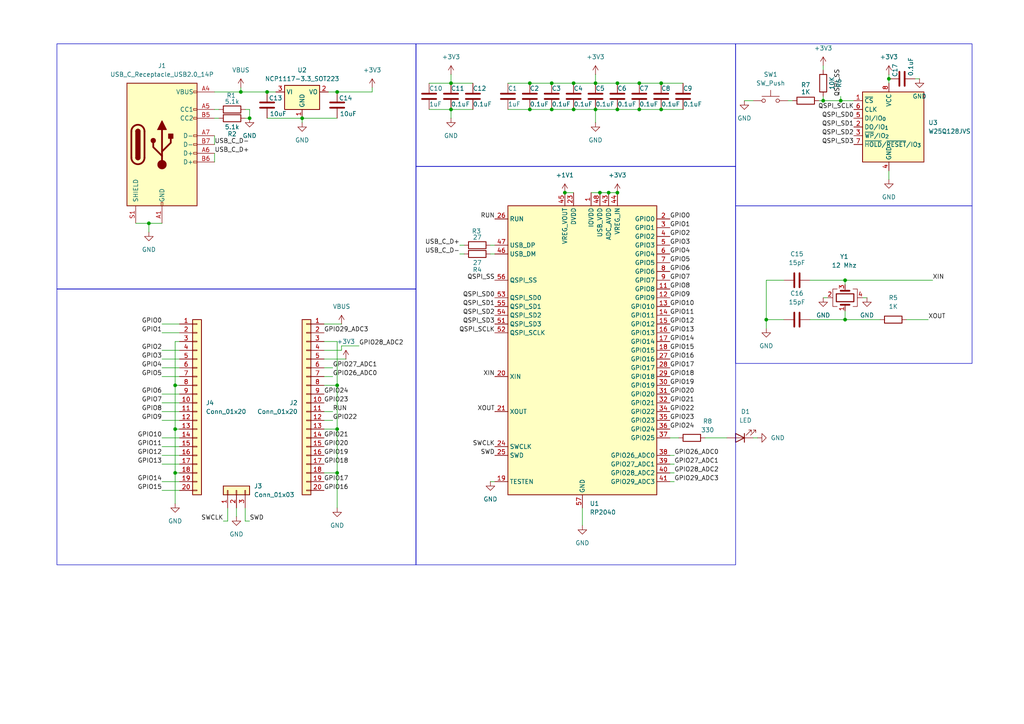
<source format=kicad_sch>
(kicad_sch
	(version 20250114)
	(generator "eeschema")
	(generator_version "9.0")
	(uuid "178a01ad-50d7-48dd-ab3c-89434b6a13d8")
	(paper "A4")
	(lib_symbols
		(symbol "Connector:USB_C_Receptacle_USB2.0_14P"
			(pin_names
				(offset 1.016)
			)
			(exclude_from_sim no)
			(in_bom yes)
			(on_board yes)
			(property "Reference" "J"
				(at 0 22.225 0)
				(effects
					(font
						(size 1.27 1.27)
					)
				)
			)
			(property "Value" "USB_C_Receptacle_USB2.0_14P"
				(at 0 19.685 0)
				(effects
					(font
						(size 1.27 1.27)
					)
				)
			)
			(property "Footprint" ""
				(at 3.81 0 0)
				(effects
					(font
						(size 1.27 1.27)
					)
					(hide yes)
				)
			)
			(property "Datasheet" "https://www.usb.org/sites/default/files/documents/usb_type-c.zip"
				(at 3.81 0 0)
				(effects
					(font
						(size 1.27 1.27)
					)
					(hide yes)
				)
			)
			(property "Description" "USB 2.0-only 14P Type-C Receptacle connector"
				(at 0 0 0)
				(effects
					(font
						(size 1.27 1.27)
					)
					(hide yes)
				)
			)
			(property "ki_keywords" "usb universal serial bus type-C USB2.0"
				(at 0 0 0)
				(effects
					(font
						(size 1.27 1.27)
					)
					(hide yes)
				)
			)
			(property "ki_fp_filters" "USB*C*Receptacle*"
				(at 0 0 0)
				(effects
					(font
						(size 1.27 1.27)
					)
					(hide yes)
				)
			)
			(symbol "USB_C_Receptacle_USB2.0_14P_0_0"
				(rectangle
					(start -0.254 -17.78)
					(end 0.254 -16.764)
					(stroke
						(width 0)
						(type default)
					)
					(fill
						(type none)
					)
				)
				(rectangle
					(start 10.16 15.494)
					(end 9.144 14.986)
					(stroke
						(width 0)
						(type default)
					)
					(fill
						(type none)
					)
				)
				(rectangle
					(start 10.16 10.414)
					(end 9.144 9.906)
					(stroke
						(width 0)
						(type default)
					)
					(fill
						(type none)
					)
				)
				(rectangle
					(start 10.16 7.874)
					(end 9.144 7.366)
					(stroke
						(width 0)
						(type default)
					)
					(fill
						(type none)
					)
				)
				(rectangle
					(start 10.16 2.794)
					(end 9.144 2.286)
					(stroke
						(width 0)
						(type default)
					)
					(fill
						(type none)
					)
				)
				(rectangle
					(start 10.16 0.254)
					(end 9.144 -0.254)
					(stroke
						(width 0)
						(type default)
					)
					(fill
						(type none)
					)
				)
				(rectangle
					(start 10.16 -2.286)
					(end 9.144 -2.794)
					(stroke
						(width 0)
						(type default)
					)
					(fill
						(type none)
					)
				)
				(rectangle
					(start 10.16 -4.826)
					(end 9.144 -5.334)
					(stroke
						(width 0)
						(type default)
					)
					(fill
						(type none)
					)
				)
			)
			(symbol "USB_C_Receptacle_USB2.0_14P_0_1"
				(rectangle
					(start -10.16 17.78)
					(end 10.16 -17.78)
					(stroke
						(width 0.254)
						(type default)
					)
					(fill
						(type background)
					)
				)
				(polyline
					(pts
						(xy -8.89 -3.81) (xy -8.89 3.81)
					)
					(stroke
						(width 0.508)
						(type default)
					)
					(fill
						(type none)
					)
				)
				(rectangle
					(start -7.62 -3.81)
					(end -6.35 3.81)
					(stroke
						(width 0.254)
						(type default)
					)
					(fill
						(type outline)
					)
				)
				(arc
					(start -7.62 3.81)
					(mid -6.985 4.4423)
					(end -6.35 3.81)
					(stroke
						(width 0.254)
						(type default)
					)
					(fill
						(type none)
					)
				)
				(arc
					(start -7.62 3.81)
					(mid -6.985 4.4423)
					(end -6.35 3.81)
					(stroke
						(width 0.254)
						(type default)
					)
					(fill
						(type outline)
					)
				)
				(arc
					(start -8.89 3.81)
					(mid -6.985 5.7067)
					(end -5.08 3.81)
					(stroke
						(width 0.508)
						(type default)
					)
					(fill
						(type none)
					)
				)
				(arc
					(start -5.08 -3.81)
					(mid -6.985 -5.7067)
					(end -8.89 -3.81)
					(stroke
						(width 0.508)
						(type default)
					)
					(fill
						(type none)
					)
				)
				(arc
					(start -6.35 -3.81)
					(mid -6.985 -4.4423)
					(end -7.62 -3.81)
					(stroke
						(width 0.254)
						(type default)
					)
					(fill
						(type none)
					)
				)
				(arc
					(start -6.35 -3.81)
					(mid -6.985 -4.4423)
					(end -7.62 -3.81)
					(stroke
						(width 0.254)
						(type default)
					)
					(fill
						(type outline)
					)
				)
				(polyline
					(pts
						(xy -5.08 3.81) (xy -5.08 -3.81)
					)
					(stroke
						(width 0.508)
						(type default)
					)
					(fill
						(type none)
					)
				)
				(circle
					(center -2.54 1.143)
					(radius 0.635)
					(stroke
						(width 0.254)
						(type default)
					)
					(fill
						(type outline)
					)
				)
				(polyline
					(pts
						(xy -1.27 4.318) (xy 0 6.858) (xy 1.27 4.318) (xy -1.27 4.318)
					)
					(stroke
						(width 0.254)
						(type default)
					)
					(fill
						(type outline)
					)
				)
				(polyline
					(pts
						(xy 0 -2.032) (xy 2.54 0.508) (xy 2.54 1.778)
					)
					(stroke
						(width 0.508)
						(type default)
					)
					(fill
						(type none)
					)
				)
				(polyline
					(pts
						(xy 0 -3.302) (xy -2.54 -0.762) (xy -2.54 0.508)
					)
					(stroke
						(width 0.508)
						(type default)
					)
					(fill
						(type none)
					)
				)
				(polyline
					(pts
						(xy 0 -5.842) (xy 0 4.318)
					)
					(stroke
						(width 0.508)
						(type default)
					)
					(fill
						(type none)
					)
				)
				(circle
					(center 0 -5.842)
					(radius 1.27)
					(stroke
						(width 0)
						(type default)
					)
					(fill
						(type outline)
					)
				)
				(rectangle
					(start 1.905 1.778)
					(end 3.175 3.048)
					(stroke
						(width 0.254)
						(type default)
					)
					(fill
						(type outline)
					)
				)
			)
			(symbol "USB_C_Receptacle_USB2.0_14P_1_1"
				(pin passive line
					(at -7.62 -22.86 90)
					(length 5.08)
					(name "SHIELD"
						(effects
							(font
								(size 1.27 1.27)
							)
						)
					)
					(number "S1"
						(effects
							(font
								(size 1.27 1.27)
							)
						)
					)
				)
				(pin passive line
					(at 0 -22.86 90)
					(length 5.08)
					(name "GND"
						(effects
							(font
								(size 1.27 1.27)
							)
						)
					)
					(number "A1"
						(effects
							(font
								(size 1.27 1.27)
							)
						)
					)
				)
				(pin passive line
					(at 0 -22.86 90)
					(length 5.08)
					(hide yes)
					(name "GND"
						(effects
							(font
								(size 1.27 1.27)
							)
						)
					)
					(number "A12"
						(effects
							(font
								(size 1.27 1.27)
							)
						)
					)
				)
				(pin passive line
					(at 0 -22.86 90)
					(length 5.08)
					(hide yes)
					(name "GND"
						(effects
							(font
								(size 1.27 1.27)
							)
						)
					)
					(number "B1"
						(effects
							(font
								(size 1.27 1.27)
							)
						)
					)
				)
				(pin passive line
					(at 0 -22.86 90)
					(length 5.08)
					(hide yes)
					(name "GND"
						(effects
							(font
								(size 1.27 1.27)
							)
						)
					)
					(number "B12"
						(effects
							(font
								(size 1.27 1.27)
							)
						)
					)
				)
				(pin passive line
					(at 15.24 15.24 180)
					(length 5.08)
					(name "VBUS"
						(effects
							(font
								(size 1.27 1.27)
							)
						)
					)
					(number "A4"
						(effects
							(font
								(size 1.27 1.27)
							)
						)
					)
				)
				(pin passive line
					(at 15.24 15.24 180)
					(length 5.08)
					(hide yes)
					(name "VBUS"
						(effects
							(font
								(size 1.27 1.27)
							)
						)
					)
					(number "A9"
						(effects
							(font
								(size 1.27 1.27)
							)
						)
					)
				)
				(pin passive line
					(at 15.24 15.24 180)
					(length 5.08)
					(hide yes)
					(name "VBUS"
						(effects
							(font
								(size 1.27 1.27)
							)
						)
					)
					(number "B4"
						(effects
							(font
								(size 1.27 1.27)
							)
						)
					)
				)
				(pin passive line
					(at 15.24 15.24 180)
					(length 5.08)
					(hide yes)
					(name "VBUS"
						(effects
							(font
								(size 1.27 1.27)
							)
						)
					)
					(number "B9"
						(effects
							(font
								(size 1.27 1.27)
							)
						)
					)
				)
				(pin bidirectional line
					(at 15.24 10.16 180)
					(length 5.08)
					(name "CC1"
						(effects
							(font
								(size 1.27 1.27)
							)
						)
					)
					(number "A5"
						(effects
							(font
								(size 1.27 1.27)
							)
						)
					)
				)
				(pin bidirectional line
					(at 15.24 7.62 180)
					(length 5.08)
					(name "CC2"
						(effects
							(font
								(size 1.27 1.27)
							)
						)
					)
					(number "B5"
						(effects
							(font
								(size 1.27 1.27)
							)
						)
					)
				)
				(pin bidirectional line
					(at 15.24 2.54 180)
					(length 5.08)
					(name "D-"
						(effects
							(font
								(size 1.27 1.27)
							)
						)
					)
					(number "A7"
						(effects
							(font
								(size 1.27 1.27)
							)
						)
					)
				)
				(pin bidirectional line
					(at 15.24 0 180)
					(length 5.08)
					(name "D-"
						(effects
							(font
								(size 1.27 1.27)
							)
						)
					)
					(number "B7"
						(effects
							(font
								(size 1.27 1.27)
							)
						)
					)
				)
				(pin bidirectional line
					(at 15.24 -2.54 180)
					(length 5.08)
					(name "D+"
						(effects
							(font
								(size 1.27 1.27)
							)
						)
					)
					(number "A6"
						(effects
							(font
								(size 1.27 1.27)
							)
						)
					)
				)
				(pin bidirectional line
					(at 15.24 -5.08 180)
					(length 5.08)
					(name "D+"
						(effects
							(font
								(size 1.27 1.27)
							)
						)
					)
					(number "B6"
						(effects
							(font
								(size 1.27 1.27)
							)
						)
					)
				)
			)
			(embedded_fonts no)
		)
		(symbol "Connector_Generic:Conn_01x03"
			(pin_names
				(offset 1.016)
				(hide yes)
			)
			(exclude_from_sim no)
			(in_bom yes)
			(on_board yes)
			(property "Reference" "J"
				(at 0 5.08 0)
				(effects
					(font
						(size 1.27 1.27)
					)
				)
			)
			(property "Value" "Conn_01x03"
				(at 0 -5.08 0)
				(effects
					(font
						(size 1.27 1.27)
					)
				)
			)
			(property "Footprint" ""
				(at 0 0 0)
				(effects
					(font
						(size 1.27 1.27)
					)
					(hide yes)
				)
			)
			(property "Datasheet" "~"
				(at 0 0 0)
				(effects
					(font
						(size 1.27 1.27)
					)
					(hide yes)
				)
			)
			(property "Description" "Generic connector, single row, 01x03, script generated (kicad-library-utils/schlib/autogen/connector/)"
				(at 0 0 0)
				(effects
					(font
						(size 1.27 1.27)
					)
					(hide yes)
				)
			)
			(property "ki_keywords" "connector"
				(at 0 0 0)
				(effects
					(font
						(size 1.27 1.27)
					)
					(hide yes)
				)
			)
			(property "ki_fp_filters" "Connector*:*_1x??_*"
				(at 0 0 0)
				(effects
					(font
						(size 1.27 1.27)
					)
					(hide yes)
				)
			)
			(symbol "Conn_01x03_1_1"
				(rectangle
					(start -1.27 3.81)
					(end 1.27 -3.81)
					(stroke
						(width 0.254)
						(type default)
					)
					(fill
						(type background)
					)
				)
				(rectangle
					(start -1.27 2.667)
					(end 0 2.413)
					(stroke
						(width 0.1524)
						(type default)
					)
					(fill
						(type none)
					)
				)
				(rectangle
					(start -1.27 0.127)
					(end 0 -0.127)
					(stroke
						(width 0.1524)
						(type default)
					)
					(fill
						(type none)
					)
				)
				(rectangle
					(start -1.27 -2.413)
					(end 0 -2.667)
					(stroke
						(width 0.1524)
						(type default)
					)
					(fill
						(type none)
					)
				)
				(pin passive line
					(at -5.08 2.54 0)
					(length 3.81)
					(name "Pin_1"
						(effects
							(font
								(size 1.27 1.27)
							)
						)
					)
					(number "1"
						(effects
							(font
								(size 1.27 1.27)
							)
						)
					)
				)
				(pin passive line
					(at -5.08 0 0)
					(length 3.81)
					(name "Pin_2"
						(effects
							(font
								(size 1.27 1.27)
							)
						)
					)
					(number "2"
						(effects
							(font
								(size 1.27 1.27)
							)
						)
					)
				)
				(pin passive line
					(at -5.08 -2.54 0)
					(length 3.81)
					(name "Pin_3"
						(effects
							(font
								(size 1.27 1.27)
							)
						)
					)
					(number "3"
						(effects
							(font
								(size 1.27 1.27)
							)
						)
					)
				)
			)
			(embedded_fonts no)
		)
		(symbol "Connector_Generic:Conn_01x20"
			(pin_names
				(offset 1.016)
				(hide yes)
			)
			(exclude_from_sim no)
			(in_bom yes)
			(on_board yes)
			(property "Reference" "J"
				(at 0 25.4 0)
				(effects
					(font
						(size 1.27 1.27)
					)
				)
			)
			(property "Value" "Conn_01x20"
				(at 0 -27.94 0)
				(effects
					(font
						(size 1.27 1.27)
					)
				)
			)
			(property "Footprint" ""
				(at 0 0 0)
				(effects
					(font
						(size 1.27 1.27)
					)
					(hide yes)
				)
			)
			(property "Datasheet" "~"
				(at 0 0 0)
				(effects
					(font
						(size 1.27 1.27)
					)
					(hide yes)
				)
			)
			(property "Description" "Generic connector, single row, 01x20, script generated (kicad-library-utils/schlib/autogen/connector/)"
				(at 0 0 0)
				(effects
					(font
						(size 1.27 1.27)
					)
					(hide yes)
				)
			)
			(property "ki_keywords" "connector"
				(at 0 0 0)
				(effects
					(font
						(size 1.27 1.27)
					)
					(hide yes)
				)
			)
			(property "ki_fp_filters" "Connector*:*_1x??_*"
				(at 0 0 0)
				(effects
					(font
						(size 1.27 1.27)
					)
					(hide yes)
				)
			)
			(symbol "Conn_01x20_1_1"
				(rectangle
					(start -1.27 24.13)
					(end 1.27 -26.67)
					(stroke
						(width 0.254)
						(type default)
					)
					(fill
						(type background)
					)
				)
				(rectangle
					(start -1.27 22.987)
					(end 0 22.733)
					(stroke
						(width 0.1524)
						(type default)
					)
					(fill
						(type none)
					)
				)
				(rectangle
					(start -1.27 20.447)
					(end 0 20.193)
					(stroke
						(width 0.1524)
						(type default)
					)
					(fill
						(type none)
					)
				)
				(rectangle
					(start -1.27 17.907)
					(end 0 17.653)
					(stroke
						(width 0.1524)
						(type default)
					)
					(fill
						(type none)
					)
				)
				(rectangle
					(start -1.27 15.367)
					(end 0 15.113)
					(stroke
						(width 0.1524)
						(type default)
					)
					(fill
						(type none)
					)
				)
				(rectangle
					(start -1.27 12.827)
					(end 0 12.573)
					(stroke
						(width 0.1524)
						(type default)
					)
					(fill
						(type none)
					)
				)
				(rectangle
					(start -1.27 10.287)
					(end 0 10.033)
					(stroke
						(width 0.1524)
						(type default)
					)
					(fill
						(type none)
					)
				)
				(rectangle
					(start -1.27 7.747)
					(end 0 7.493)
					(stroke
						(width 0.1524)
						(type default)
					)
					(fill
						(type none)
					)
				)
				(rectangle
					(start -1.27 5.207)
					(end 0 4.953)
					(stroke
						(width 0.1524)
						(type default)
					)
					(fill
						(type none)
					)
				)
				(rectangle
					(start -1.27 2.667)
					(end 0 2.413)
					(stroke
						(width 0.1524)
						(type default)
					)
					(fill
						(type none)
					)
				)
				(rectangle
					(start -1.27 0.127)
					(end 0 -0.127)
					(stroke
						(width 0.1524)
						(type default)
					)
					(fill
						(type none)
					)
				)
				(rectangle
					(start -1.27 -2.413)
					(end 0 -2.667)
					(stroke
						(width 0.1524)
						(type default)
					)
					(fill
						(type none)
					)
				)
				(rectangle
					(start -1.27 -4.953)
					(end 0 -5.207)
					(stroke
						(width 0.1524)
						(type default)
					)
					(fill
						(type none)
					)
				)
				(rectangle
					(start -1.27 -7.493)
					(end 0 -7.747)
					(stroke
						(width 0.1524)
						(type default)
					)
					(fill
						(type none)
					)
				)
				(rectangle
					(start -1.27 -10.033)
					(end 0 -10.287)
					(stroke
						(width 0.1524)
						(type default)
					)
					(fill
						(type none)
					)
				)
				(rectangle
					(start -1.27 -12.573)
					(end 0 -12.827)
					(stroke
						(width 0.1524)
						(type default)
					)
					(fill
						(type none)
					)
				)
				(rectangle
					(start -1.27 -15.113)
					(end 0 -15.367)
					(stroke
						(width 0.1524)
						(type default)
					)
					(fill
						(type none)
					)
				)
				(rectangle
					(start -1.27 -17.653)
					(end 0 -17.907)
					(stroke
						(width 0.1524)
						(type default)
					)
					(fill
						(type none)
					)
				)
				(rectangle
					(start -1.27 -20.193)
					(end 0 -20.447)
					(stroke
						(width 0.1524)
						(type default)
					)
					(fill
						(type none)
					)
				)
				(rectangle
					(start -1.27 -22.733)
					(end 0 -22.987)
					(stroke
						(width 0.1524)
						(type default)
					)
					(fill
						(type none)
					)
				)
				(rectangle
					(start -1.27 -25.273)
					(end 0 -25.527)
					(stroke
						(width 0.1524)
						(type default)
					)
					(fill
						(type none)
					)
				)
				(pin passive line
					(at -5.08 22.86 0)
					(length 3.81)
					(name "Pin_1"
						(effects
							(font
								(size 1.27 1.27)
							)
						)
					)
					(number "1"
						(effects
							(font
								(size 1.27 1.27)
							)
						)
					)
				)
				(pin passive line
					(at -5.08 20.32 0)
					(length 3.81)
					(name "Pin_2"
						(effects
							(font
								(size 1.27 1.27)
							)
						)
					)
					(number "2"
						(effects
							(font
								(size 1.27 1.27)
							)
						)
					)
				)
				(pin passive line
					(at -5.08 17.78 0)
					(length 3.81)
					(name "Pin_3"
						(effects
							(font
								(size 1.27 1.27)
							)
						)
					)
					(number "3"
						(effects
							(font
								(size 1.27 1.27)
							)
						)
					)
				)
				(pin passive line
					(at -5.08 15.24 0)
					(length 3.81)
					(name "Pin_4"
						(effects
							(font
								(size 1.27 1.27)
							)
						)
					)
					(number "4"
						(effects
							(font
								(size 1.27 1.27)
							)
						)
					)
				)
				(pin passive line
					(at -5.08 12.7 0)
					(length 3.81)
					(name "Pin_5"
						(effects
							(font
								(size 1.27 1.27)
							)
						)
					)
					(number "5"
						(effects
							(font
								(size 1.27 1.27)
							)
						)
					)
				)
				(pin passive line
					(at -5.08 10.16 0)
					(length 3.81)
					(name "Pin_6"
						(effects
							(font
								(size 1.27 1.27)
							)
						)
					)
					(number "6"
						(effects
							(font
								(size 1.27 1.27)
							)
						)
					)
				)
				(pin passive line
					(at -5.08 7.62 0)
					(length 3.81)
					(name "Pin_7"
						(effects
							(font
								(size 1.27 1.27)
							)
						)
					)
					(number "7"
						(effects
							(font
								(size 1.27 1.27)
							)
						)
					)
				)
				(pin passive line
					(at -5.08 5.08 0)
					(length 3.81)
					(name "Pin_8"
						(effects
							(font
								(size 1.27 1.27)
							)
						)
					)
					(number "8"
						(effects
							(font
								(size 1.27 1.27)
							)
						)
					)
				)
				(pin passive line
					(at -5.08 2.54 0)
					(length 3.81)
					(name "Pin_9"
						(effects
							(font
								(size 1.27 1.27)
							)
						)
					)
					(number "9"
						(effects
							(font
								(size 1.27 1.27)
							)
						)
					)
				)
				(pin passive line
					(at -5.08 0 0)
					(length 3.81)
					(name "Pin_10"
						(effects
							(font
								(size 1.27 1.27)
							)
						)
					)
					(number "10"
						(effects
							(font
								(size 1.27 1.27)
							)
						)
					)
				)
				(pin passive line
					(at -5.08 -2.54 0)
					(length 3.81)
					(name "Pin_11"
						(effects
							(font
								(size 1.27 1.27)
							)
						)
					)
					(number "11"
						(effects
							(font
								(size 1.27 1.27)
							)
						)
					)
				)
				(pin passive line
					(at -5.08 -5.08 0)
					(length 3.81)
					(name "Pin_12"
						(effects
							(font
								(size 1.27 1.27)
							)
						)
					)
					(number "12"
						(effects
							(font
								(size 1.27 1.27)
							)
						)
					)
				)
				(pin passive line
					(at -5.08 -7.62 0)
					(length 3.81)
					(name "Pin_13"
						(effects
							(font
								(size 1.27 1.27)
							)
						)
					)
					(number "13"
						(effects
							(font
								(size 1.27 1.27)
							)
						)
					)
				)
				(pin passive line
					(at -5.08 -10.16 0)
					(length 3.81)
					(name "Pin_14"
						(effects
							(font
								(size 1.27 1.27)
							)
						)
					)
					(number "14"
						(effects
							(font
								(size 1.27 1.27)
							)
						)
					)
				)
				(pin passive line
					(at -5.08 -12.7 0)
					(length 3.81)
					(name "Pin_15"
						(effects
							(font
								(size 1.27 1.27)
							)
						)
					)
					(number "15"
						(effects
							(font
								(size 1.27 1.27)
							)
						)
					)
				)
				(pin passive line
					(at -5.08 -15.24 0)
					(length 3.81)
					(name "Pin_16"
						(effects
							(font
								(size 1.27 1.27)
							)
						)
					)
					(number "16"
						(effects
							(font
								(size 1.27 1.27)
							)
						)
					)
				)
				(pin passive line
					(at -5.08 -17.78 0)
					(length 3.81)
					(name "Pin_17"
						(effects
							(font
								(size 1.27 1.27)
							)
						)
					)
					(number "17"
						(effects
							(font
								(size 1.27 1.27)
							)
						)
					)
				)
				(pin passive line
					(at -5.08 -20.32 0)
					(length 3.81)
					(name "Pin_18"
						(effects
							(font
								(size 1.27 1.27)
							)
						)
					)
					(number "18"
						(effects
							(font
								(size 1.27 1.27)
							)
						)
					)
				)
				(pin passive line
					(at -5.08 -22.86 0)
					(length 3.81)
					(name "Pin_19"
						(effects
							(font
								(size 1.27 1.27)
							)
						)
					)
					(number "19"
						(effects
							(font
								(size 1.27 1.27)
							)
						)
					)
				)
				(pin passive line
					(at -5.08 -25.4 0)
					(length 3.81)
					(name "Pin_20"
						(effects
							(font
								(size 1.27 1.27)
							)
						)
					)
					(number "20"
						(effects
							(font
								(size 1.27 1.27)
							)
						)
					)
				)
			)
			(embedded_fonts no)
		)
		(symbol "Device:C"
			(pin_numbers
				(hide yes)
			)
			(pin_names
				(offset 0.254)
			)
			(exclude_from_sim no)
			(in_bom yes)
			(on_board yes)
			(property "Reference" "C"
				(at 0.635 2.54 0)
				(effects
					(font
						(size 1.27 1.27)
					)
					(justify left)
				)
			)
			(property "Value" "C"
				(at 0.635 -2.54 0)
				(effects
					(font
						(size 1.27 1.27)
					)
					(justify left)
				)
			)
			(property "Footprint" ""
				(at 0.9652 -3.81 0)
				(effects
					(font
						(size 1.27 1.27)
					)
					(hide yes)
				)
			)
			(property "Datasheet" "~"
				(at 0 0 0)
				(effects
					(font
						(size 1.27 1.27)
					)
					(hide yes)
				)
			)
			(property "Description" "Unpolarized capacitor"
				(at 0 0 0)
				(effects
					(font
						(size 1.27 1.27)
					)
					(hide yes)
				)
			)
			(property "ki_keywords" "cap capacitor"
				(at 0 0 0)
				(effects
					(font
						(size 1.27 1.27)
					)
					(hide yes)
				)
			)
			(property "ki_fp_filters" "C_*"
				(at 0 0 0)
				(effects
					(font
						(size 1.27 1.27)
					)
					(hide yes)
				)
			)
			(symbol "C_0_1"
				(polyline
					(pts
						(xy -2.032 0.762) (xy 2.032 0.762)
					)
					(stroke
						(width 0.508)
						(type default)
					)
					(fill
						(type none)
					)
				)
				(polyline
					(pts
						(xy -2.032 -0.762) (xy 2.032 -0.762)
					)
					(stroke
						(width 0.508)
						(type default)
					)
					(fill
						(type none)
					)
				)
			)
			(symbol "C_1_1"
				(pin passive line
					(at 0 3.81 270)
					(length 2.794)
					(name "~"
						(effects
							(font
								(size 1.27 1.27)
							)
						)
					)
					(number "1"
						(effects
							(font
								(size 1.27 1.27)
							)
						)
					)
				)
				(pin passive line
					(at 0 -3.81 90)
					(length 2.794)
					(name "~"
						(effects
							(font
								(size 1.27 1.27)
							)
						)
					)
					(number "2"
						(effects
							(font
								(size 1.27 1.27)
							)
						)
					)
				)
			)
			(embedded_fonts no)
		)
		(symbol "Device:Crystal_GND24"
			(pin_names
				(offset 1.016)
				(hide yes)
			)
			(exclude_from_sim no)
			(in_bom yes)
			(on_board yes)
			(property "Reference" "Y"
				(at 3.175 5.08 0)
				(effects
					(font
						(size 1.27 1.27)
					)
					(justify left)
				)
			)
			(property "Value" "Crystal_GND24"
				(at 3.175 3.175 0)
				(effects
					(font
						(size 1.27 1.27)
					)
					(justify left)
				)
			)
			(property "Footprint" ""
				(at 0 0 0)
				(effects
					(font
						(size 1.27 1.27)
					)
					(hide yes)
				)
			)
			(property "Datasheet" "~"
				(at 0 0 0)
				(effects
					(font
						(size 1.27 1.27)
					)
					(hide yes)
				)
			)
			(property "Description" "Four pin crystal, GND on pins 2 and 4"
				(at 0 0 0)
				(effects
					(font
						(size 1.27 1.27)
					)
					(hide yes)
				)
			)
			(property "ki_keywords" "quartz ceramic resonator oscillator"
				(at 0 0 0)
				(effects
					(font
						(size 1.27 1.27)
					)
					(hide yes)
				)
			)
			(property "ki_fp_filters" "Crystal*"
				(at 0 0 0)
				(effects
					(font
						(size 1.27 1.27)
					)
					(hide yes)
				)
			)
			(symbol "Crystal_GND24_0_1"
				(polyline
					(pts
						(xy -2.54 2.286) (xy -2.54 3.556) (xy 2.54 3.556) (xy 2.54 2.286)
					)
					(stroke
						(width 0)
						(type default)
					)
					(fill
						(type none)
					)
				)
				(polyline
					(pts
						(xy -2.54 0) (xy -2.032 0)
					)
					(stroke
						(width 0)
						(type default)
					)
					(fill
						(type none)
					)
				)
				(polyline
					(pts
						(xy -2.54 -2.286) (xy -2.54 -3.556) (xy 2.54 -3.556) (xy 2.54 -2.286)
					)
					(stroke
						(width 0)
						(type default)
					)
					(fill
						(type none)
					)
				)
				(polyline
					(pts
						(xy -2.032 -1.27) (xy -2.032 1.27)
					)
					(stroke
						(width 0.508)
						(type default)
					)
					(fill
						(type none)
					)
				)
				(rectangle
					(start -1.143 2.54)
					(end 1.143 -2.54)
					(stroke
						(width 0.3048)
						(type default)
					)
					(fill
						(type none)
					)
				)
				(polyline
					(pts
						(xy 0 3.556) (xy 0 3.81)
					)
					(stroke
						(width 0)
						(type default)
					)
					(fill
						(type none)
					)
				)
				(polyline
					(pts
						(xy 0 -3.81) (xy 0 -3.556)
					)
					(stroke
						(width 0)
						(type default)
					)
					(fill
						(type none)
					)
				)
				(polyline
					(pts
						(xy 2.032 0) (xy 2.54 0)
					)
					(stroke
						(width 0)
						(type default)
					)
					(fill
						(type none)
					)
				)
				(polyline
					(pts
						(xy 2.032 -1.27) (xy 2.032 1.27)
					)
					(stroke
						(width 0.508)
						(type default)
					)
					(fill
						(type none)
					)
				)
			)
			(symbol "Crystal_GND24_1_1"
				(pin passive line
					(at -3.81 0 0)
					(length 1.27)
					(name "1"
						(effects
							(font
								(size 1.27 1.27)
							)
						)
					)
					(number "1"
						(effects
							(font
								(size 1.27 1.27)
							)
						)
					)
				)
				(pin passive line
					(at 0 5.08 270)
					(length 1.27)
					(name "2"
						(effects
							(font
								(size 1.27 1.27)
							)
						)
					)
					(number "2"
						(effects
							(font
								(size 1.27 1.27)
							)
						)
					)
				)
				(pin passive line
					(at 0 -5.08 90)
					(length 1.27)
					(name "4"
						(effects
							(font
								(size 1.27 1.27)
							)
						)
					)
					(number "4"
						(effects
							(font
								(size 1.27 1.27)
							)
						)
					)
				)
				(pin passive line
					(at 3.81 0 180)
					(length 1.27)
					(name "3"
						(effects
							(font
								(size 1.27 1.27)
							)
						)
					)
					(number "3"
						(effects
							(font
								(size 1.27 1.27)
							)
						)
					)
				)
			)
			(embedded_fonts no)
		)
		(symbol "Device:LED"
			(pin_numbers
				(hide yes)
			)
			(pin_names
				(offset 1.016)
				(hide yes)
			)
			(exclude_from_sim no)
			(in_bom yes)
			(on_board yes)
			(property "Reference" "D"
				(at 0 2.54 0)
				(effects
					(font
						(size 1.27 1.27)
					)
				)
			)
			(property "Value" "LED"
				(at 0 -2.54 0)
				(effects
					(font
						(size 1.27 1.27)
					)
				)
			)
			(property "Footprint" ""
				(at 0 0 0)
				(effects
					(font
						(size 1.27 1.27)
					)
					(hide yes)
				)
			)
			(property "Datasheet" "~"
				(at 0 0 0)
				(effects
					(font
						(size 1.27 1.27)
					)
					(hide yes)
				)
			)
			(property "Description" "Light emitting diode"
				(at 0 0 0)
				(effects
					(font
						(size 1.27 1.27)
					)
					(hide yes)
				)
			)
			(property "Sim.Pins" "1=K 2=A"
				(at 0 0 0)
				(effects
					(font
						(size 1.27 1.27)
					)
					(hide yes)
				)
			)
			(property "ki_keywords" "LED diode"
				(at 0 0 0)
				(effects
					(font
						(size 1.27 1.27)
					)
					(hide yes)
				)
			)
			(property "ki_fp_filters" "LED* LED_SMD:* LED_THT:*"
				(at 0 0 0)
				(effects
					(font
						(size 1.27 1.27)
					)
					(hide yes)
				)
			)
			(symbol "LED_0_1"
				(polyline
					(pts
						(xy -3.048 -0.762) (xy -4.572 -2.286) (xy -3.81 -2.286) (xy -4.572 -2.286) (xy -4.572 -1.524)
					)
					(stroke
						(width 0)
						(type default)
					)
					(fill
						(type none)
					)
				)
				(polyline
					(pts
						(xy -1.778 -0.762) (xy -3.302 -2.286) (xy -2.54 -2.286) (xy -3.302 -2.286) (xy -3.302 -1.524)
					)
					(stroke
						(width 0)
						(type default)
					)
					(fill
						(type none)
					)
				)
				(polyline
					(pts
						(xy -1.27 0) (xy 1.27 0)
					)
					(stroke
						(width 0)
						(type default)
					)
					(fill
						(type none)
					)
				)
				(polyline
					(pts
						(xy -1.27 -1.27) (xy -1.27 1.27)
					)
					(stroke
						(width 0.254)
						(type default)
					)
					(fill
						(type none)
					)
				)
				(polyline
					(pts
						(xy 1.27 -1.27) (xy 1.27 1.27) (xy -1.27 0) (xy 1.27 -1.27)
					)
					(stroke
						(width 0.254)
						(type default)
					)
					(fill
						(type none)
					)
				)
			)
			(symbol "LED_1_1"
				(pin passive line
					(at -3.81 0 0)
					(length 2.54)
					(name "K"
						(effects
							(font
								(size 1.27 1.27)
							)
						)
					)
					(number "1"
						(effects
							(font
								(size 1.27 1.27)
							)
						)
					)
				)
				(pin passive line
					(at 3.81 0 180)
					(length 2.54)
					(name "A"
						(effects
							(font
								(size 1.27 1.27)
							)
						)
					)
					(number "2"
						(effects
							(font
								(size 1.27 1.27)
							)
						)
					)
				)
			)
			(embedded_fonts no)
		)
		(symbol "Device:R"
			(pin_numbers
				(hide yes)
			)
			(pin_names
				(offset 0)
			)
			(exclude_from_sim no)
			(in_bom yes)
			(on_board yes)
			(property "Reference" "R"
				(at 2.032 0 90)
				(effects
					(font
						(size 1.27 1.27)
					)
				)
			)
			(property "Value" "R"
				(at 0 0 90)
				(effects
					(font
						(size 1.27 1.27)
					)
				)
			)
			(property "Footprint" ""
				(at -1.778 0 90)
				(effects
					(font
						(size 1.27 1.27)
					)
					(hide yes)
				)
			)
			(property "Datasheet" "~"
				(at 0 0 0)
				(effects
					(font
						(size 1.27 1.27)
					)
					(hide yes)
				)
			)
			(property "Description" "Resistor"
				(at 0 0 0)
				(effects
					(font
						(size 1.27 1.27)
					)
					(hide yes)
				)
			)
			(property "ki_keywords" "R res resistor"
				(at 0 0 0)
				(effects
					(font
						(size 1.27 1.27)
					)
					(hide yes)
				)
			)
			(property "ki_fp_filters" "R_*"
				(at 0 0 0)
				(effects
					(font
						(size 1.27 1.27)
					)
					(hide yes)
				)
			)
			(symbol "R_0_1"
				(rectangle
					(start -1.016 -2.54)
					(end 1.016 2.54)
					(stroke
						(width 0.254)
						(type default)
					)
					(fill
						(type none)
					)
				)
			)
			(symbol "R_1_1"
				(pin passive line
					(at 0 3.81 270)
					(length 1.27)
					(name "~"
						(effects
							(font
								(size 1.27 1.27)
							)
						)
					)
					(number "1"
						(effects
							(font
								(size 1.27 1.27)
							)
						)
					)
				)
				(pin passive line
					(at 0 -3.81 90)
					(length 1.27)
					(name "~"
						(effects
							(font
								(size 1.27 1.27)
							)
						)
					)
					(number "2"
						(effects
							(font
								(size 1.27 1.27)
							)
						)
					)
				)
			)
			(embedded_fonts no)
		)
		(symbol "MCU_RaspberryPi:RP2040"
			(exclude_from_sim no)
			(in_bom yes)
			(on_board yes)
			(property "Reference" "U"
				(at 17.78 45.72 0)
				(effects
					(font
						(size 1.27 1.27)
					)
				)
			)
			(property "Value" "RP2040"
				(at 17.78 43.18 0)
				(effects
					(font
						(size 1.27 1.27)
					)
				)
			)
			(property "Footprint" "Package_DFN_QFN:QFN-56-1EP_7x7mm_P0.4mm_EP3.2x3.2mm"
				(at 0 0 0)
				(effects
					(font
						(size 1.27 1.27)
					)
					(hide yes)
				)
			)
			(property "Datasheet" "https://datasheets.raspberrypi.com/rp2040/rp2040-datasheet.pdf"
				(at 0 0 0)
				(effects
					(font
						(size 1.27 1.27)
					)
					(hide yes)
				)
			)
			(property "Description" "A microcontroller by Raspberry Pi"
				(at 0 0 0)
				(effects
					(font
						(size 1.27 1.27)
					)
					(hide yes)
				)
			)
			(property "ki_keywords" "RP2040 ARM Cortex-M0+ USB"
				(at 0 0 0)
				(effects
					(font
						(size 1.27 1.27)
					)
					(hide yes)
				)
			)
			(property "ki_fp_filters" "QFN*1EP*7x7mm?P0.4mm*"
				(at 0 0 0)
				(effects
					(font
						(size 1.27 1.27)
					)
					(hide yes)
				)
			)
			(symbol "RP2040_0_1"
				(rectangle
					(start -21.59 41.91)
					(end 21.59 -41.91)
					(stroke
						(width 0.254)
						(type default)
					)
					(fill
						(type background)
					)
				)
			)
			(symbol "RP2040_1_1"
				(pin input line
					(at -25.4 38.1 0)
					(length 3.81)
					(name "RUN"
						(effects
							(font
								(size 1.27 1.27)
							)
						)
					)
					(number "26"
						(effects
							(font
								(size 1.27 1.27)
							)
						)
					)
				)
				(pin bidirectional line
					(at -25.4 30.48 0)
					(length 3.81)
					(name "USB_DP"
						(effects
							(font
								(size 1.27 1.27)
							)
						)
					)
					(number "47"
						(effects
							(font
								(size 1.27 1.27)
							)
						)
					)
				)
				(pin bidirectional line
					(at -25.4 27.94 0)
					(length 3.81)
					(name "USB_DM"
						(effects
							(font
								(size 1.27 1.27)
							)
						)
					)
					(number "46"
						(effects
							(font
								(size 1.27 1.27)
							)
						)
					)
				)
				(pin bidirectional line
					(at -25.4 20.32 0)
					(length 3.81)
					(name "QSPI_SS"
						(effects
							(font
								(size 1.27 1.27)
							)
						)
					)
					(number "56"
						(effects
							(font
								(size 1.27 1.27)
							)
						)
					)
				)
				(pin bidirectional line
					(at -25.4 15.24 0)
					(length 3.81)
					(name "QSPI_SD0"
						(effects
							(font
								(size 1.27 1.27)
							)
						)
					)
					(number "53"
						(effects
							(font
								(size 1.27 1.27)
							)
						)
					)
				)
				(pin bidirectional line
					(at -25.4 12.7 0)
					(length 3.81)
					(name "QSPI_SD1"
						(effects
							(font
								(size 1.27 1.27)
							)
						)
					)
					(number "55"
						(effects
							(font
								(size 1.27 1.27)
							)
						)
					)
				)
				(pin bidirectional line
					(at -25.4 10.16 0)
					(length 3.81)
					(name "QSPI_SD2"
						(effects
							(font
								(size 1.27 1.27)
							)
						)
					)
					(number "54"
						(effects
							(font
								(size 1.27 1.27)
							)
						)
					)
				)
				(pin bidirectional line
					(at -25.4 7.62 0)
					(length 3.81)
					(name "QSPI_SD3"
						(effects
							(font
								(size 1.27 1.27)
							)
						)
					)
					(number "51"
						(effects
							(font
								(size 1.27 1.27)
							)
						)
					)
				)
				(pin output line
					(at -25.4 5.08 0)
					(length 3.81)
					(name "QSPI_SCLK"
						(effects
							(font
								(size 1.27 1.27)
							)
						)
					)
					(number "52"
						(effects
							(font
								(size 1.27 1.27)
							)
						)
					)
				)
				(pin input line
					(at -25.4 -7.62 0)
					(length 3.81)
					(name "XIN"
						(effects
							(font
								(size 1.27 1.27)
							)
						)
					)
					(number "20"
						(effects
							(font
								(size 1.27 1.27)
							)
						)
					)
				)
				(pin passive line
					(at -25.4 -17.78 0)
					(length 3.81)
					(name "XOUT"
						(effects
							(font
								(size 1.27 1.27)
							)
						)
					)
					(number "21"
						(effects
							(font
								(size 1.27 1.27)
							)
						)
					)
				)
				(pin input line
					(at -25.4 -27.94 0)
					(length 3.81)
					(name "SWCLK"
						(effects
							(font
								(size 1.27 1.27)
							)
						)
					)
					(number "24"
						(effects
							(font
								(size 1.27 1.27)
							)
						)
					)
				)
				(pin bidirectional line
					(at -25.4 -30.48 0)
					(length 3.81)
					(name "SWD"
						(effects
							(font
								(size 1.27 1.27)
							)
						)
					)
					(number "25"
						(effects
							(font
								(size 1.27 1.27)
							)
						)
					)
				)
				(pin input line
					(at -25.4 -38.1 0)
					(length 3.81)
					(name "TESTEN"
						(effects
							(font
								(size 1.27 1.27)
							)
						)
					)
					(number "19"
						(effects
							(font
								(size 1.27 1.27)
							)
						)
					)
				)
				(pin power_out line
					(at -5.08 45.72 270)
					(length 3.81)
					(name "VREG_VOUT"
						(effects
							(font
								(size 1.27 1.27)
							)
						)
					)
					(number "45"
						(effects
							(font
								(size 1.27 1.27)
							)
						)
					)
				)
				(pin power_in line
					(at -2.54 45.72 270)
					(length 3.81)
					(name "DVDD"
						(effects
							(font
								(size 1.27 1.27)
							)
						)
					)
					(number "23"
						(effects
							(font
								(size 1.27 1.27)
							)
						)
					)
				)
				(pin passive line
					(at -2.54 45.72 270)
					(length 3.81)
					(hide yes)
					(name "DVDD"
						(effects
							(font
								(size 1.27 1.27)
							)
						)
					)
					(number "50"
						(effects
							(font
								(size 1.27 1.27)
							)
						)
					)
				)
				(pin power_in line
					(at 0 -45.72 90)
					(length 3.81)
					(name "GND"
						(effects
							(font
								(size 1.27 1.27)
							)
						)
					)
					(number "57"
						(effects
							(font
								(size 1.27 1.27)
							)
						)
					)
				)
				(pin power_in line
					(at 2.54 45.72 270)
					(length 3.81)
					(name "IOVDD"
						(effects
							(font
								(size 1.27 1.27)
							)
						)
					)
					(number "1"
						(effects
							(font
								(size 1.27 1.27)
							)
						)
					)
				)
				(pin passive line
					(at 2.54 45.72 270)
					(length 3.81)
					(hide yes)
					(name "IOVDD"
						(effects
							(font
								(size 1.27 1.27)
							)
						)
					)
					(number "10"
						(effects
							(font
								(size 1.27 1.27)
							)
						)
					)
				)
				(pin passive line
					(at 2.54 45.72 270)
					(length 3.81)
					(hide yes)
					(name "IOVDD"
						(effects
							(font
								(size 1.27 1.27)
							)
						)
					)
					(number "22"
						(effects
							(font
								(size 1.27 1.27)
							)
						)
					)
				)
				(pin passive line
					(at 2.54 45.72 270)
					(length 3.81)
					(hide yes)
					(name "IOVDD"
						(effects
							(font
								(size 1.27 1.27)
							)
						)
					)
					(number "33"
						(effects
							(font
								(size 1.27 1.27)
							)
						)
					)
				)
				(pin passive line
					(at 2.54 45.72 270)
					(length 3.81)
					(hide yes)
					(name "IOVDD"
						(effects
							(font
								(size 1.27 1.27)
							)
						)
					)
					(number "42"
						(effects
							(font
								(size 1.27 1.27)
							)
						)
					)
				)
				(pin passive line
					(at 2.54 45.72 270)
					(length 3.81)
					(hide yes)
					(name "IOVDD"
						(effects
							(font
								(size 1.27 1.27)
							)
						)
					)
					(number "49"
						(effects
							(font
								(size 1.27 1.27)
							)
						)
					)
				)
				(pin power_in line
					(at 5.08 45.72 270)
					(length 3.81)
					(name "USB_VDD"
						(effects
							(font
								(size 1.27 1.27)
							)
						)
					)
					(number "48"
						(effects
							(font
								(size 1.27 1.27)
							)
						)
					)
				)
				(pin power_in line
					(at 7.62 45.72 270)
					(length 3.81)
					(name "ADC_AVDD"
						(effects
							(font
								(size 1.27 1.27)
							)
						)
					)
					(number "43"
						(effects
							(font
								(size 1.27 1.27)
							)
						)
					)
				)
				(pin power_in line
					(at 10.16 45.72 270)
					(length 3.81)
					(name "VREG_IN"
						(effects
							(font
								(size 1.27 1.27)
							)
						)
					)
					(number "44"
						(effects
							(font
								(size 1.27 1.27)
							)
						)
					)
				)
				(pin bidirectional line
					(at 25.4 38.1 180)
					(length 3.81)
					(name "GPIO0"
						(effects
							(font
								(size 1.27 1.27)
							)
						)
					)
					(number "2"
						(effects
							(font
								(size 1.27 1.27)
							)
						)
					)
				)
				(pin bidirectional line
					(at 25.4 35.56 180)
					(length 3.81)
					(name "GPIO1"
						(effects
							(font
								(size 1.27 1.27)
							)
						)
					)
					(number "3"
						(effects
							(font
								(size 1.27 1.27)
							)
						)
					)
				)
				(pin bidirectional line
					(at 25.4 33.02 180)
					(length 3.81)
					(name "GPIO2"
						(effects
							(font
								(size 1.27 1.27)
							)
						)
					)
					(number "4"
						(effects
							(font
								(size 1.27 1.27)
							)
						)
					)
				)
				(pin bidirectional line
					(at 25.4 30.48 180)
					(length 3.81)
					(name "GPIO3"
						(effects
							(font
								(size 1.27 1.27)
							)
						)
					)
					(number "5"
						(effects
							(font
								(size 1.27 1.27)
							)
						)
					)
				)
				(pin bidirectional line
					(at 25.4 27.94 180)
					(length 3.81)
					(name "GPIO4"
						(effects
							(font
								(size 1.27 1.27)
							)
						)
					)
					(number "6"
						(effects
							(font
								(size 1.27 1.27)
							)
						)
					)
				)
				(pin bidirectional line
					(at 25.4 25.4 180)
					(length 3.81)
					(name "GPIO5"
						(effects
							(font
								(size 1.27 1.27)
							)
						)
					)
					(number "7"
						(effects
							(font
								(size 1.27 1.27)
							)
						)
					)
				)
				(pin bidirectional line
					(at 25.4 22.86 180)
					(length 3.81)
					(name "GPIO6"
						(effects
							(font
								(size 1.27 1.27)
							)
						)
					)
					(number "8"
						(effects
							(font
								(size 1.27 1.27)
							)
						)
					)
				)
				(pin bidirectional line
					(at 25.4 20.32 180)
					(length 3.81)
					(name "GPIO7"
						(effects
							(font
								(size 1.27 1.27)
							)
						)
					)
					(number "9"
						(effects
							(font
								(size 1.27 1.27)
							)
						)
					)
				)
				(pin bidirectional line
					(at 25.4 17.78 180)
					(length 3.81)
					(name "GPIO8"
						(effects
							(font
								(size 1.27 1.27)
							)
						)
					)
					(number "11"
						(effects
							(font
								(size 1.27 1.27)
							)
						)
					)
				)
				(pin bidirectional line
					(at 25.4 15.24 180)
					(length 3.81)
					(name "GPIO9"
						(effects
							(font
								(size 1.27 1.27)
							)
						)
					)
					(number "12"
						(effects
							(font
								(size 1.27 1.27)
							)
						)
					)
				)
				(pin bidirectional line
					(at 25.4 12.7 180)
					(length 3.81)
					(name "GPIO10"
						(effects
							(font
								(size 1.27 1.27)
							)
						)
					)
					(number "13"
						(effects
							(font
								(size 1.27 1.27)
							)
						)
					)
				)
				(pin bidirectional line
					(at 25.4 10.16 180)
					(length 3.81)
					(name "GPIO11"
						(effects
							(font
								(size 1.27 1.27)
							)
						)
					)
					(number "14"
						(effects
							(font
								(size 1.27 1.27)
							)
						)
					)
				)
				(pin bidirectional line
					(at 25.4 7.62 180)
					(length 3.81)
					(name "GPIO12"
						(effects
							(font
								(size 1.27 1.27)
							)
						)
					)
					(number "15"
						(effects
							(font
								(size 1.27 1.27)
							)
						)
					)
				)
				(pin bidirectional line
					(at 25.4 5.08 180)
					(length 3.81)
					(name "GPIO13"
						(effects
							(font
								(size 1.27 1.27)
							)
						)
					)
					(number "16"
						(effects
							(font
								(size 1.27 1.27)
							)
						)
					)
				)
				(pin bidirectional line
					(at 25.4 2.54 180)
					(length 3.81)
					(name "GPIO14"
						(effects
							(font
								(size 1.27 1.27)
							)
						)
					)
					(number "17"
						(effects
							(font
								(size 1.27 1.27)
							)
						)
					)
				)
				(pin bidirectional line
					(at 25.4 0 180)
					(length 3.81)
					(name "GPIO15"
						(effects
							(font
								(size 1.27 1.27)
							)
						)
					)
					(number "18"
						(effects
							(font
								(size 1.27 1.27)
							)
						)
					)
				)
				(pin bidirectional line
					(at 25.4 -2.54 180)
					(length 3.81)
					(name "GPIO16"
						(effects
							(font
								(size 1.27 1.27)
							)
						)
					)
					(number "27"
						(effects
							(font
								(size 1.27 1.27)
							)
						)
					)
				)
				(pin bidirectional line
					(at 25.4 -5.08 180)
					(length 3.81)
					(name "GPIO17"
						(effects
							(font
								(size 1.27 1.27)
							)
						)
					)
					(number "28"
						(effects
							(font
								(size 1.27 1.27)
							)
						)
					)
				)
				(pin bidirectional line
					(at 25.4 -7.62 180)
					(length 3.81)
					(name "GPIO18"
						(effects
							(font
								(size 1.27 1.27)
							)
						)
					)
					(number "29"
						(effects
							(font
								(size 1.27 1.27)
							)
						)
					)
				)
				(pin bidirectional line
					(at 25.4 -10.16 180)
					(length 3.81)
					(name "GPIO19"
						(effects
							(font
								(size 1.27 1.27)
							)
						)
					)
					(number "30"
						(effects
							(font
								(size 1.27 1.27)
							)
						)
					)
				)
				(pin bidirectional line
					(at 25.4 -12.7 180)
					(length 3.81)
					(name "GPIO20"
						(effects
							(font
								(size 1.27 1.27)
							)
						)
					)
					(number "31"
						(effects
							(font
								(size 1.27 1.27)
							)
						)
					)
				)
				(pin bidirectional line
					(at 25.4 -15.24 180)
					(length 3.81)
					(name "GPIO21"
						(effects
							(font
								(size 1.27 1.27)
							)
						)
					)
					(number "32"
						(effects
							(font
								(size 1.27 1.27)
							)
						)
					)
				)
				(pin bidirectional line
					(at 25.4 -17.78 180)
					(length 3.81)
					(name "GPIO22"
						(effects
							(font
								(size 1.27 1.27)
							)
						)
					)
					(number "34"
						(effects
							(font
								(size 1.27 1.27)
							)
						)
					)
				)
				(pin bidirectional line
					(at 25.4 -20.32 180)
					(length 3.81)
					(name "GPIO23"
						(effects
							(font
								(size 1.27 1.27)
							)
						)
					)
					(number "35"
						(effects
							(font
								(size 1.27 1.27)
							)
						)
					)
				)
				(pin bidirectional line
					(at 25.4 -22.86 180)
					(length 3.81)
					(name "GPIO24"
						(effects
							(font
								(size 1.27 1.27)
							)
						)
					)
					(number "36"
						(effects
							(font
								(size 1.27 1.27)
							)
						)
					)
				)
				(pin bidirectional line
					(at 25.4 -25.4 180)
					(length 3.81)
					(name "GPIO25"
						(effects
							(font
								(size 1.27 1.27)
							)
						)
					)
					(number "37"
						(effects
							(font
								(size 1.27 1.27)
							)
						)
					)
				)
				(pin bidirectional line
					(at 25.4 -30.48 180)
					(length 3.81)
					(name "GPIO26_ADC0"
						(effects
							(font
								(size 1.27 1.27)
							)
						)
					)
					(number "38"
						(effects
							(font
								(size 1.27 1.27)
							)
						)
					)
				)
				(pin bidirectional line
					(at 25.4 -33.02 180)
					(length 3.81)
					(name "GPIO27_ADC1"
						(effects
							(font
								(size 1.27 1.27)
							)
						)
					)
					(number "39"
						(effects
							(font
								(size 1.27 1.27)
							)
						)
					)
				)
				(pin bidirectional line
					(at 25.4 -35.56 180)
					(length 3.81)
					(name "GPIO28_ADC2"
						(effects
							(font
								(size 1.27 1.27)
							)
						)
					)
					(number "40"
						(effects
							(font
								(size 1.27 1.27)
							)
						)
					)
				)
				(pin bidirectional line
					(at 25.4 -38.1 180)
					(length 3.81)
					(name "GPIO29_ADC3"
						(effects
							(font
								(size 1.27 1.27)
							)
						)
					)
					(number "41"
						(effects
							(font
								(size 1.27 1.27)
							)
						)
					)
				)
			)
			(embedded_fonts no)
		)
		(symbol "Memory_Flash:W25Q128JVS"
			(exclude_from_sim no)
			(in_bom yes)
			(on_board yes)
			(property "Reference" "U"
				(at -6.35 11.43 0)
				(effects
					(font
						(size 1.27 1.27)
					)
				)
			)
			(property "Value" "W25Q128JVS"
				(at 7.62 11.43 0)
				(effects
					(font
						(size 1.27 1.27)
					)
				)
			)
			(property "Footprint" "Package_SO:SOIC-8_5.3x5.3mm_P1.27mm"
				(at 0 22.86 0)
				(effects
					(font
						(size 1.27 1.27)
					)
					(hide yes)
				)
			)
			(property "Datasheet" "https://www.winbond.com/resource-files/w25q128jv_dtr%20revc%2003272018%20plus.pdf"
				(at 0 25.4 0)
				(effects
					(font
						(size 1.27 1.27)
					)
					(hide yes)
				)
			)
			(property "Description" "128Mbit / 16MiB Serial Flash Memory, Standard/Dual/Quad SPI, 2.7-3.6V, SOIC-8"
				(at 0 27.94 0)
				(effects
					(font
						(size 1.27 1.27)
					)
					(hide yes)
				)
			)
			(property "ki_keywords" "flash memory SPI QPI DTR"
				(at 0 0 0)
				(effects
					(font
						(size 1.27 1.27)
					)
					(hide yes)
				)
			)
			(property "ki_fp_filters" "*SOIC*5.3x5.3mm*P1.27mm*"
				(at 0 0 0)
				(effects
					(font
						(size 1.27 1.27)
					)
					(hide yes)
				)
			)
			(symbol "W25Q128JVS_0_1"
				(rectangle
					(start -7.62 10.16)
					(end 10.16 -10.16)
					(stroke
						(width 0.254)
						(type default)
					)
					(fill
						(type background)
					)
				)
			)
			(symbol "W25Q128JVS_1_1"
				(pin input line
					(at -10.16 7.62 0)
					(length 2.54)
					(name "~{CS}"
						(effects
							(font
								(size 1.27 1.27)
							)
						)
					)
					(number "1"
						(effects
							(font
								(size 1.27 1.27)
							)
						)
					)
				)
				(pin input line
					(at -10.16 5.08 0)
					(length 2.54)
					(name "CLK"
						(effects
							(font
								(size 1.27 1.27)
							)
						)
					)
					(number "6"
						(effects
							(font
								(size 1.27 1.27)
							)
						)
					)
				)
				(pin bidirectional line
					(at -10.16 2.54 0)
					(length 2.54)
					(name "DI/IO_{0}"
						(effects
							(font
								(size 1.27 1.27)
							)
						)
					)
					(number "5"
						(effects
							(font
								(size 1.27 1.27)
							)
						)
					)
				)
				(pin bidirectional line
					(at -10.16 0 0)
					(length 2.54)
					(name "DO/IO_{1}"
						(effects
							(font
								(size 1.27 1.27)
							)
						)
					)
					(number "2"
						(effects
							(font
								(size 1.27 1.27)
							)
						)
					)
				)
				(pin bidirectional line
					(at -10.16 -2.54 0)
					(length 2.54)
					(name "~{WP}/IO_{2}"
						(effects
							(font
								(size 1.27 1.27)
							)
						)
					)
					(number "3"
						(effects
							(font
								(size 1.27 1.27)
							)
						)
					)
				)
				(pin bidirectional line
					(at -10.16 -5.08 0)
					(length 2.54)
					(name "~{HOLD}/~{RESET}/IO_{3}"
						(effects
							(font
								(size 1.27 1.27)
							)
						)
					)
					(number "7"
						(effects
							(font
								(size 1.27 1.27)
							)
						)
					)
				)
				(pin power_in line
					(at 0 12.7 270)
					(length 2.54)
					(name "VCC"
						(effects
							(font
								(size 1.27 1.27)
							)
						)
					)
					(number "8"
						(effects
							(font
								(size 1.27 1.27)
							)
						)
					)
				)
				(pin power_in line
					(at 0 -12.7 90)
					(length 2.54)
					(name "GND"
						(effects
							(font
								(size 1.27 1.27)
							)
						)
					)
					(number "4"
						(effects
							(font
								(size 1.27 1.27)
							)
						)
					)
				)
			)
			(embedded_fonts no)
		)
		(symbol "Regulator_Linear:NCP1117-3.3_SOT223"
			(exclude_from_sim no)
			(in_bom yes)
			(on_board yes)
			(property "Reference" "U"
				(at -3.81 3.175 0)
				(effects
					(font
						(size 1.27 1.27)
					)
				)
			)
			(property "Value" "NCP1117-3.3_SOT223"
				(at 0 3.175 0)
				(effects
					(font
						(size 1.27 1.27)
					)
					(justify left)
				)
			)
			(property "Footprint" "Package_TO_SOT_SMD:SOT-223-3_TabPin2"
				(at 0 5.08 0)
				(effects
					(font
						(size 1.27 1.27)
					)
					(hide yes)
				)
			)
			(property "Datasheet" "http://www.onsemi.com/pub_link/Collateral/NCP1117-D.PDF"
				(at 2.54 -6.35 0)
				(effects
					(font
						(size 1.27 1.27)
					)
					(hide yes)
				)
			)
			(property "Description" "1A Low drop-out regulator, Fixed Output 3.3V, SOT-223"
				(at 0 0 0)
				(effects
					(font
						(size 1.27 1.27)
					)
					(hide yes)
				)
			)
			(property "ki_keywords" "REGULATOR LDO 3.3V"
				(at 0 0 0)
				(effects
					(font
						(size 1.27 1.27)
					)
					(hide yes)
				)
			)
			(property "ki_fp_filters" "SOT?223*TabPin2*"
				(at 0 0 0)
				(effects
					(font
						(size 1.27 1.27)
					)
					(hide yes)
				)
			)
			(symbol "NCP1117-3.3_SOT223_0_1"
				(rectangle
					(start -5.08 -5.08)
					(end 5.08 1.905)
					(stroke
						(width 0.254)
						(type default)
					)
					(fill
						(type background)
					)
				)
			)
			(symbol "NCP1117-3.3_SOT223_1_1"
				(pin power_in line
					(at -7.62 0 0)
					(length 2.54)
					(name "VI"
						(effects
							(font
								(size 1.27 1.27)
							)
						)
					)
					(number "3"
						(effects
							(font
								(size 1.27 1.27)
							)
						)
					)
				)
				(pin power_in line
					(at 0 -7.62 90)
					(length 2.54)
					(name "GND"
						(effects
							(font
								(size 1.27 1.27)
							)
						)
					)
					(number "1"
						(effects
							(font
								(size 1.27 1.27)
							)
						)
					)
				)
				(pin power_out line
					(at 7.62 0 180)
					(length 2.54)
					(name "VO"
						(effects
							(font
								(size 1.27 1.27)
							)
						)
					)
					(number "2"
						(effects
							(font
								(size 1.27 1.27)
							)
						)
					)
				)
			)
			(embedded_fonts no)
		)
		(symbol "Switch:SW_Push"
			(pin_numbers
				(hide yes)
			)
			(pin_names
				(offset 1.016)
				(hide yes)
			)
			(exclude_from_sim no)
			(in_bom yes)
			(on_board yes)
			(property "Reference" "SW"
				(at 1.27 2.54 0)
				(effects
					(font
						(size 1.27 1.27)
					)
					(justify left)
				)
			)
			(property "Value" "SW_Push"
				(at 0 -1.524 0)
				(effects
					(font
						(size 1.27 1.27)
					)
				)
			)
			(property "Footprint" ""
				(at 0 5.08 0)
				(effects
					(font
						(size 1.27 1.27)
					)
					(hide yes)
				)
			)
			(property "Datasheet" "~"
				(at 0 5.08 0)
				(effects
					(font
						(size 1.27 1.27)
					)
					(hide yes)
				)
			)
			(property "Description" "Push button switch, generic, two pins"
				(at 0 0 0)
				(effects
					(font
						(size 1.27 1.27)
					)
					(hide yes)
				)
			)
			(property "ki_keywords" "switch normally-open pushbutton push-button"
				(at 0 0 0)
				(effects
					(font
						(size 1.27 1.27)
					)
					(hide yes)
				)
			)
			(symbol "SW_Push_0_1"
				(circle
					(center -2.032 0)
					(radius 0.508)
					(stroke
						(width 0)
						(type default)
					)
					(fill
						(type none)
					)
				)
				(polyline
					(pts
						(xy 0 1.27) (xy 0 3.048)
					)
					(stroke
						(width 0)
						(type default)
					)
					(fill
						(type none)
					)
				)
				(circle
					(center 2.032 0)
					(radius 0.508)
					(stroke
						(width 0)
						(type default)
					)
					(fill
						(type none)
					)
				)
				(polyline
					(pts
						(xy 2.54 1.27) (xy -2.54 1.27)
					)
					(stroke
						(width 0)
						(type default)
					)
					(fill
						(type none)
					)
				)
				(pin passive line
					(at -5.08 0 0)
					(length 2.54)
					(name "1"
						(effects
							(font
								(size 1.27 1.27)
							)
						)
					)
					(number "1"
						(effects
							(font
								(size 1.27 1.27)
							)
						)
					)
				)
				(pin passive line
					(at 5.08 0 180)
					(length 2.54)
					(name "2"
						(effects
							(font
								(size 1.27 1.27)
							)
						)
					)
					(number "2"
						(effects
							(font
								(size 1.27 1.27)
							)
						)
					)
				)
			)
			(embedded_fonts no)
		)
		(symbol "power:+1V1"
			(power)
			(pin_numbers
				(hide yes)
			)
			(pin_names
				(offset 0)
				(hide yes)
			)
			(exclude_from_sim no)
			(in_bom yes)
			(on_board yes)
			(property "Reference" "#PWR"
				(at 0 -3.81 0)
				(effects
					(font
						(size 1.27 1.27)
					)
					(hide yes)
				)
			)
			(property "Value" "+1V1"
				(at 0 3.556 0)
				(effects
					(font
						(size 1.27 1.27)
					)
				)
			)
			(property "Footprint" ""
				(at 0 0 0)
				(effects
					(font
						(size 1.27 1.27)
					)
					(hide yes)
				)
			)
			(property "Datasheet" ""
				(at 0 0 0)
				(effects
					(font
						(size 1.27 1.27)
					)
					(hide yes)
				)
			)
			(property "Description" "Power symbol creates a global label with name \"+1V1\""
				(at 0 0 0)
				(effects
					(font
						(size 1.27 1.27)
					)
					(hide yes)
				)
			)
			(property "ki_keywords" "global power"
				(at 0 0 0)
				(effects
					(font
						(size 1.27 1.27)
					)
					(hide yes)
				)
			)
			(symbol "+1V1_0_1"
				(polyline
					(pts
						(xy -0.762 1.27) (xy 0 2.54)
					)
					(stroke
						(width 0)
						(type default)
					)
					(fill
						(type none)
					)
				)
				(polyline
					(pts
						(xy 0 2.54) (xy 0.762 1.27)
					)
					(stroke
						(width 0)
						(type default)
					)
					(fill
						(type none)
					)
				)
				(polyline
					(pts
						(xy 0 0) (xy 0 2.54)
					)
					(stroke
						(width 0)
						(type default)
					)
					(fill
						(type none)
					)
				)
			)
			(symbol "+1V1_1_1"
				(pin power_in line
					(at 0 0 90)
					(length 0)
					(name "~"
						(effects
							(font
								(size 1.27 1.27)
							)
						)
					)
					(number "1"
						(effects
							(font
								(size 1.27 1.27)
							)
						)
					)
				)
			)
			(embedded_fonts no)
		)
		(symbol "power:+3V3"
			(power)
			(pin_numbers
				(hide yes)
			)
			(pin_names
				(offset 0)
				(hide yes)
			)
			(exclude_from_sim no)
			(in_bom yes)
			(on_board yes)
			(property "Reference" "#PWR"
				(at 0 -3.81 0)
				(effects
					(font
						(size 1.27 1.27)
					)
					(hide yes)
				)
			)
			(property "Value" "+3V3"
				(at 0 3.556 0)
				(effects
					(font
						(size 1.27 1.27)
					)
				)
			)
			(property "Footprint" ""
				(at 0 0 0)
				(effects
					(font
						(size 1.27 1.27)
					)
					(hide yes)
				)
			)
			(property "Datasheet" ""
				(at 0 0 0)
				(effects
					(font
						(size 1.27 1.27)
					)
					(hide yes)
				)
			)
			(property "Description" "Power symbol creates a global label with name \"+3V3\""
				(at 0 0 0)
				(effects
					(font
						(size 1.27 1.27)
					)
					(hide yes)
				)
			)
			(property "ki_keywords" "global power"
				(at 0 0 0)
				(effects
					(font
						(size 1.27 1.27)
					)
					(hide yes)
				)
			)
			(symbol "+3V3_0_1"
				(polyline
					(pts
						(xy -0.762 1.27) (xy 0 2.54)
					)
					(stroke
						(width 0)
						(type default)
					)
					(fill
						(type none)
					)
				)
				(polyline
					(pts
						(xy 0 2.54) (xy 0.762 1.27)
					)
					(stroke
						(width 0)
						(type default)
					)
					(fill
						(type none)
					)
				)
				(polyline
					(pts
						(xy 0 0) (xy 0 2.54)
					)
					(stroke
						(width 0)
						(type default)
					)
					(fill
						(type none)
					)
				)
			)
			(symbol "+3V3_1_1"
				(pin power_in line
					(at 0 0 90)
					(length 0)
					(name "~"
						(effects
							(font
								(size 1.27 1.27)
							)
						)
					)
					(number "1"
						(effects
							(font
								(size 1.27 1.27)
							)
						)
					)
				)
			)
			(embedded_fonts no)
		)
		(symbol "power:GND"
			(power)
			(pin_numbers
				(hide yes)
			)
			(pin_names
				(offset 0)
				(hide yes)
			)
			(exclude_from_sim no)
			(in_bom yes)
			(on_board yes)
			(property "Reference" "#PWR"
				(at 0 -6.35 0)
				(effects
					(font
						(size 1.27 1.27)
					)
					(hide yes)
				)
			)
			(property "Value" "GND"
				(at 0 -3.81 0)
				(effects
					(font
						(size 1.27 1.27)
					)
				)
			)
			(property "Footprint" ""
				(at 0 0 0)
				(effects
					(font
						(size 1.27 1.27)
					)
					(hide yes)
				)
			)
			(property "Datasheet" ""
				(at 0 0 0)
				(effects
					(font
						(size 1.27 1.27)
					)
					(hide yes)
				)
			)
			(property "Description" "Power symbol creates a global label with name \"GND\" , ground"
				(at 0 0 0)
				(effects
					(font
						(size 1.27 1.27)
					)
					(hide yes)
				)
			)
			(property "ki_keywords" "global power"
				(at 0 0 0)
				(effects
					(font
						(size 1.27 1.27)
					)
					(hide yes)
				)
			)
			(symbol "GND_0_1"
				(polyline
					(pts
						(xy 0 0) (xy 0 -1.27) (xy 1.27 -1.27) (xy 0 -2.54) (xy -1.27 -1.27) (xy 0 -1.27)
					)
					(stroke
						(width 0)
						(type default)
					)
					(fill
						(type none)
					)
				)
			)
			(symbol "GND_1_1"
				(pin power_in line
					(at 0 0 270)
					(length 0)
					(name "~"
						(effects
							(font
								(size 1.27 1.27)
							)
						)
					)
					(number "1"
						(effects
							(font
								(size 1.27 1.27)
							)
						)
					)
				)
			)
			(embedded_fonts no)
		)
		(symbol "power:VBUS"
			(power)
			(pin_numbers
				(hide yes)
			)
			(pin_names
				(offset 0)
				(hide yes)
			)
			(exclude_from_sim no)
			(in_bom yes)
			(on_board yes)
			(property "Reference" "#PWR"
				(at 0 -3.81 0)
				(effects
					(font
						(size 1.27 1.27)
					)
					(hide yes)
				)
			)
			(property "Value" "VBUS"
				(at 0 3.556 0)
				(effects
					(font
						(size 1.27 1.27)
					)
				)
			)
			(property "Footprint" ""
				(at 0 0 0)
				(effects
					(font
						(size 1.27 1.27)
					)
					(hide yes)
				)
			)
			(property "Datasheet" ""
				(at 0 0 0)
				(effects
					(font
						(size 1.27 1.27)
					)
					(hide yes)
				)
			)
			(property "Description" "Power symbol creates a global label with name \"VBUS\""
				(at 0 0 0)
				(effects
					(font
						(size 1.27 1.27)
					)
					(hide yes)
				)
			)
			(property "ki_keywords" "global power"
				(at 0 0 0)
				(effects
					(font
						(size 1.27 1.27)
					)
					(hide yes)
				)
			)
			(symbol "VBUS_0_1"
				(polyline
					(pts
						(xy -0.762 1.27) (xy 0 2.54)
					)
					(stroke
						(width 0)
						(type default)
					)
					(fill
						(type none)
					)
				)
				(polyline
					(pts
						(xy 0 2.54) (xy 0.762 1.27)
					)
					(stroke
						(width 0)
						(type default)
					)
					(fill
						(type none)
					)
				)
				(polyline
					(pts
						(xy 0 0) (xy 0 2.54)
					)
					(stroke
						(width 0)
						(type default)
					)
					(fill
						(type none)
					)
				)
			)
			(symbol "VBUS_1_1"
				(pin power_in line
					(at 0 0 90)
					(length 0)
					(name "~"
						(effects
							(font
								(size 1.27 1.27)
							)
						)
					)
					(number "1"
						(effects
							(font
								(size 1.27 1.27)
							)
						)
					)
				)
			)
			(embedded_fonts no)
		)
	)
	(rectangle
		(start 16.51 12.7)
		(end 120.65 83.82)
		(stroke
			(width 0)
			(type default)
		)
		(fill
			(type none)
		)
		(uuid 02543726-445d-4699-9a64-6abeeea9c9fb)
	)
	(rectangle
		(start 120.65 48.26)
		(end 213.36 163.83)
		(stroke
			(width 0)
			(type default)
		)
		(fill
			(type none)
		)
		(uuid 80a22c15-eea1-49af-b62e-306e7d9e1796)
	)
	(rectangle
		(start 120.65 12.7)
		(end 213.36 48.26)
		(stroke
			(width 0)
			(type default)
		)
		(fill
			(type none)
		)
		(uuid a3e41456-f701-4a51-9761-d939483846e4)
	)
	(rectangle
		(start 213.36 59.69)
		(end 281.94 105.41)
		(stroke
			(width 0)
			(type default)
		)
		(fill
			(type none)
		)
		(uuid b377cca8-d4f2-48c2-aced-9c30e1fa4e5d)
	)
	(rectangle
		(start 213.36 12.7)
		(end 281.94 59.69)
		(stroke
			(width 0)
			(type default)
		)
		(fill
			(type none)
		)
		(uuid f021271a-d1c9-4e62-8d35-cec822bdaacf)
	)
	(rectangle
		(start 16.51 83.82)
		(end 120.65 163.83)
		(stroke
			(width 0)
			(type default)
		)
		(fill
			(type none)
		)
		(uuid f45e4d6c-8bbc-4562-ba7e-4085e9252968)
	)
	(junction
		(at 163.83 55.88)
		(diameter 0)
		(color 0 0 0 0)
		(uuid "0352bfa3-e326-4728-a80f-e75b8ed22262")
	)
	(junction
		(at 130.81 24.13)
		(diameter 0)
		(color 0 0 0 0)
		(uuid "0e77d8ed-2d2a-4438-847c-e2e077cdb8eb")
	)
	(junction
		(at 166.37 31.75)
		(diameter 0)
		(color 0 0 0 0)
		(uuid "149b6da8-30ab-4e73-9f91-4e95d59e4971")
	)
	(junction
		(at 72.39 34.29)
		(diameter 0)
		(color 0 0 0 0)
		(uuid "1a020ec4-f1fb-4555-80d8-d140f92c082b")
	)
	(junction
		(at 238.76 29.21)
		(diameter 0)
		(color 0 0 0 0)
		(uuid "1ac2a9c7-0633-4655-82e4-e162752841ac")
	)
	(junction
		(at 130.81 31.75)
		(diameter 0)
		(color 0 0 0 0)
		(uuid "27922dc2-78a6-4e74-abba-2f8758b10169")
	)
	(junction
		(at 97.79 137.16)
		(diameter 0)
		(color 0 0 0 0)
		(uuid "2f59e4ed-6fb4-4998-a429-3ac666a6b30c")
	)
	(junction
		(at 43.18 64.77)
		(diameter 0)
		(color 0 0 0 0)
		(uuid "2fed8637-b9e9-444f-8890-24eff36ca04c")
	)
	(junction
		(at 153.67 24.13)
		(diameter 0)
		(color 0 0 0 0)
		(uuid "3a25db97-d1b8-439e-b747-cc49ba173868")
	)
	(junction
		(at 97.79 124.46)
		(diameter 0)
		(color 0 0 0 0)
		(uuid "3a98dee2-ee7f-4c49-96ce-d08ce97ba9e5")
	)
	(junction
		(at 191.77 24.13)
		(diameter 0)
		(color 0 0 0 0)
		(uuid "3b8a3796-3a7e-4e43-907b-33fd98badb55")
	)
	(junction
		(at 50.8 137.16)
		(diameter 0)
		(color 0 0 0 0)
		(uuid "3cca5e11-1bbd-48fd-8cb9-e81d24318ab9")
	)
	(junction
		(at 185.42 31.75)
		(diameter 0)
		(color 0 0 0 0)
		(uuid "3f0b3ced-87f9-49fe-a0ac-65d4bf713953")
	)
	(junction
		(at 160.02 31.75)
		(diameter 0)
		(color 0 0 0 0)
		(uuid "41ab2c55-7419-4264-8cd4-7547450dd99f")
	)
	(junction
		(at 50.8 124.46)
		(diameter 0)
		(color 0 0 0 0)
		(uuid "48ac0f9a-5e14-44df-a56d-ebcfdceb0f1f")
	)
	(junction
		(at 153.67 31.75)
		(diameter 0)
		(color 0 0 0 0)
		(uuid "4ab2decc-7c8f-4eab-9438-12d5fac78b06")
	)
	(junction
		(at 257.81 22.86)
		(diameter 0)
		(color 0 0 0 0)
		(uuid "4c1ff140-565d-42fc-9e3d-de8e0d01d3c5")
	)
	(junction
		(at 243.84 29.21)
		(diameter 0)
		(color 0 0 0 0)
		(uuid "5e9b72cb-cae3-4820-bec2-3fa1b7ed0295")
	)
	(junction
		(at 97.79 26.67)
		(diameter 0)
		(color 0 0 0 0)
		(uuid "5f31bd1e-c387-40c3-a45b-0da85fa6c624")
	)
	(junction
		(at 179.07 31.75)
		(diameter 0)
		(color 0 0 0 0)
		(uuid "61581f08-d765-40fe-906b-9837bac249e9")
	)
	(junction
		(at 87.63 34.29)
		(diameter 0)
		(color 0 0 0 0)
		(uuid "634a59b9-8df4-4621-8eef-7277ed1cef3f")
	)
	(junction
		(at 173.99 55.88)
		(diameter 0)
		(color 0 0 0 0)
		(uuid "7278dedd-ddb4-4991-a393-fbf677c4254a")
	)
	(junction
		(at 191.77 31.75)
		(diameter 0)
		(color 0 0 0 0)
		(uuid "74c3c8b0-a560-4aa3-9fa7-3c0e59fc2ce2")
	)
	(junction
		(at 245.11 92.71)
		(diameter 0)
		(color 0 0 0 0)
		(uuid "89e5ba1e-8ed9-4ca6-b93b-36b19d1558b5")
	)
	(junction
		(at 222.25 92.71)
		(diameter 0)
		(color 0 0 0 0)
		(uuid "8badcb35-385b-48a3-9de2-2c9693341cef")
	)
	(junction
		(at 166.37 24.13)
		(diameter 0)
		(color 0 0 0 0)
		(uuid "9e168b53-2d38-4e7b-aa01-c5268398fb6f")
	)
	(junction
		(at 172.72 31.75)
		(diameter 0)
		(color 0 0 0 0)
		(uuid "a56257b0-c2b8-4380-9d11-440d98eb77d5")
	)
	(junction
		(at 160.02 24.13)
		(diameter 0)
		(color 0 0 0 0)
		(uuid "a8c57373-733b-4ce0-88e6-a8f0ff296fa5")
	)
	(junction
		(at 179.07 24.13)
		(diameter 0)
		(color 0 0 0 0)
		(uuid "c358dfdf-f9ef-4d50-9e16-fe853c83c3d4")
	)
	(junction
		(at 69.85 26.67)
		(diameter 0)
		(color 0 0 0 0)
		(uuid "cfd1c79a-4baf-430a-b605-adb92fc829e6")
	)
	(junction
		(at 97.79 111.76)
		(diameter 0)
		(color 0 0 0 0)
		(uuid "d7fe2fd0-4882-452d-b3c8-8c9a6f08e799")
	)
	(junction
		(at 176.53 55.88)
		(diameter 0)
		(color 0 0 0 0)
		(uuid "daa36680-f399-49ad-b304-5a7bbe4d49b2")
	)
	(junction
		(at 179.07 55.88)
		(diameter 0)
		(color 0 0 0 0)
		(uuid "de2a7a0a-91ab-4d27-90c6-9a2e3e75a077")
	)
	(junction
		(at 245.11 81.28)
		(diameter 0)
		(color 0 0 0 0)
		(uuid "dffb92a1-d1d2-43d6-ba91-ccac7ee0938e")
	)
	(junction
		(at 172.72 24.13)
		(diameter 0)
		(color 0 0 0 0)
		(uuid "e8005eed-06b4-4143-9d82-58def36b1408")
	)
	(junction
		(at 77.47 26.67)
		(diameter 0)
		(color 0 0 0 0)
		(uuid "f5ab4c73-97ae-4247-895a-a9ec3fa06fc7")
	)
	(junction
		(at 50.8 111.76)
		(diameter 0)
		(color 0 0 0 0)
		(uuid "f90c625d-36a7-4ed1-b547-345f9de57519")
	)
	(junction
		(at 185.42 24.13)
		(diameter 0)
		(color 0 0 0 0)
		(uuid "fbf2c717-1957-48be-9900-793868952894")
	)
	(wire
		(pts
			(xy 257.81 21.59) (xy 257.81 22.86)
		)
		(stroke
			(width 0)
			(type default)
		)
		(uuid "018746ba-bf7b-4037-9268-0af5ae5071ad")
	)
	(wire
		(pts
			(xy 71.12 31.75) (xy 72.39 31.75)
		)
		(stroke
			(width 0)
			(type default)
		)
		(uuid "021d0eda-7af8-4bcd-a053-9f56f42dfa6c")
	)
	(wire
		(pts
			(xy 68.58 147.32) (xy 68.58 149.86)
		)
		(stroke
			(width 0)
			(type default)
		)
		(uuid "026ba384-c3a6-48c2-a6e9-1a3874c3ca80")
	)
	(wire
		(pts
			(xy 46.99 132.08) (xy 52.07 132.08)
		)
		(stroke
			(width 0)
			(type default)
		)
		(uuid "04e0cf46-c7cb-4f5d-876b-7ccad72b55b7")
	)
	(wire
		(pts
			(xy 95.25 26.67) (xy 97.79 26.67)
		)
		(stroke
			(width 0)
			(type default)
		)
		(uuid "05622641-c14b-4266-a35c-41af75c44767")
	)
	(wire
		(pts
			(xy 179.07 31.75) (xy 185.42 31.75)
		)
		(stroke
			(width 0)
			(type default)
		)
		(uuid "08b7ec51-b8be-4126-8ef5-22e2d03212ed")
	)
	(wire
		(pts
			(xy 46.99 101.6) (xy 52.07 101.6)
		)
		(stroke
			(width 0)
			(type default)
		)
		(uuid "13b1e8bf-d692-4692-a85e-4ffae3553d98")
	)
	(wire
		(pts
			(xy 93.98 137.16) (xy 97.79 137.16)
		)
		(stroke
			(width 0)
			(type default)
		)
		(uuid "14a34ab7-cd4a-4398-8369-9f0a780cb9a0")
	)
	(wire
		(pts
			(xy 163.83 55.88) (xy 166.37 55.88)
		)
		(stroke
			(width 0)
			(type default)
		)
		(uuid "14b08617-b8c5-4f27-8d0e-11dcdfd60011")
	)
	(wire
		(pts
			(xy 97.79 137.16) (xy 97.79 124.46)
		)
		(stroke
			(width 0)
			(type default)
		)
		(uuid "17e58d89-e19b-46f0-8ba8-f19363d92ff0")
	)
	(wire
		(pts
			(xy 257.81 22.86) (xy 257.81 24.13)
		)
		(stroke
			(width 0)
			(type default)
		)
		(uuid "185f9640-25e2-436d-9c82-455300b69d70")
	)
	(wire
		(pts
			(xy 50.8 99.06) (xy 52.07 99.06)
		)
		(stroke
			(width 0)
			(type default)
		)
		(uuid "190c5356-5cab-47f7-8a65-c5be2f1dd209")
	)
	(wire
		(pts
			(xy 62.23 44.45) (xy 62.23 46.99)
		)
		(stroke
			(width 0)
			(type default)
		)
		(uuid "1921fd66-cf05-492e-afc0-3155f6a8c759")
	)
	(wire
		(pts
			(xy 185.42 24.13) (xy 191.77 24.13)
		)
		(stroke
			(width 0)
			(type default)
		)
		(uuid "1abebed1-0b8f-49bf-8951-5e5d78634d05")
	)
	(wire
		(pts
			(xy 50.8 137.16) (xy 50.8 124.46)
		)
		(stroke
			(width 0)
			(type default)
		)
		(uuid "1c1e38a7-6aee-4659-99d2-3cfdf3dbb004")
	)
	(wire
		(pts
			(xy 62.23 31.75) (xy 63.5 31.75)
		)
		(stroke
			(width 0)
			(type default)
		)
		(uuid "1d41c4b0-b731-44a5-8a98-63bede85b856")
	)
	(wire
		(pts
			(xy 69.85 25.4) (xy 69.85 26.67)
		)
		(stroke
			(width 0)
			(type default)
		)
		(uuid "1ffb7732-92de-4181-a8aa-36e50f4ec51a")
	)
	(wire
		(pts
			(xy 50.8 146.05) (xy 50.8 137.16)
		)
		(stroke
			(width 0)
			(type default)
		)
		(uuid "1ffe68f2-2bf3-4ce2-b7b7-f0e37f26bfa3")
	)
	(wire
		(pts
			(xy 46.99 104.14) (xy 52.07 104.14)
		)
		(stroke
			(width 0)
			(type default)
		)
		(uuid "22c04d08-2189-472b-8990-9a8ef9dc48c7")
	)
	(wire
		(pts
			(xy 243.84 29.21) (xy 247.65 29.21)
		)
		(stroke
			(width 0)
			(type default)
		)
		(uuid "25929221-bc5b-432e-9aa9-efbf152b3db3")
	)
	(wire
		(pts
			(xy 222.25 81.28) (xy 222.25 92.71)
		)
		(stroke
			(width 0)
			(type default)
		)
		(uuid "294e8f9e-98f2-455f-a36b-64272e47886a")
	)
	(wire
		(pts
			(xy 46.99 121.92) (xy 52.07 121.92)
		)
		(stroke
			(width 0)
			(type default)
		)
		(uuid "2c3ac622-fce5-4276-b3ea-f74167487c38")
	)
	(wire
		(pts
			(xy 195.58 134.62) (xy 194.31 134.62)
		)
		(stroke
			(width 0)
			(type default)
		)
		(uuid "2da31e5b-7ee2-4ff5-91e6-7f0a37474627")
	)
	(wire
		(pts
			(xy 222.25 92.71) (xy 222.25 95.25)
		)
		(stroke
			(width 0)
			(type default)
		)
		(uuid "2f69a6e6-7bde-4cd1-ad12-970dad9f73a2")
	)
	(wire
		(pts
			(xy 172.72 24.13) (xy 179.07 24.13)
		)
		(stroke
			(width 0)
			(type default)
		)
		(uuid "3011aa3d-ec07-46b0-9b9a-0f538bec0adc")
	)
	(wire
		(pts
			(xy 72.39 31.75) (xy 72.39 34.29)
		)
		(stroke
			(width 0)
			(type default)
		)
		(uuid "30c90f0a-576e-4375-ba3d-c77b4ea1a2eb")
	)
	(wire
		(pts
			(xy 97.79 124.46) (xy 97.79 111.76)
		)
		(stroke
			(width 0)
			(type default)
		)
		(uuid "32da94f5-817f-4946-88b8-0efc196e5899")
	)
	(wire
		(pts
			(xy 77.47 26.67) (xy 80.01 26.67)
		)
		(stroke
			(width 0)
			(type default)
		)
		(uuid "355d7b6a-e358-4833-a675-a1f8a0fad4cf")
	)
	(wire
		(pts
			(xy 245.11 90.17) (xy 245.11 92.71)
		)
		(stroke
			(width 0)
			(type default)
		)
		(uuid "357dabe8-1e9b-4f8a-b30d-bd5aaf0041bb")
	)
	(wire
		(pts
			(xy 50.8 111.76) (xy 50.8 99.06)
		)
		(stroke
			(width 0)
			(type default)
		)
		(uuid "3777b21e-c11c-41d6-9d60-fc32863e8def")
	)
	(wire
		(pts
			(xy 227.33 81.28) (xy 222.25 81.28)
		)
		(stroke
			(width 0)
			(type default)
		)
		(uuid "37ac5768-08ea-4a57-878e-77ef1f97c0a5")
	)
	(wire
		(pts
			(xy 130.81 21.59) (xy 130.81 24.13)
		)
		(stroke
			(width 0)
			(type default)
		)
		(uuid "38688be5-ede0-4ea6-867e-84eab68d6a1d")
	)
	(wire
		(pts
			(xy 160.02 31.75) (xy 166.37 31.75)
		)
		(stroke
			(width 0)
			(type default)
		)
		(uuid "3c74085f-ae71-49b9-989d-6e52cfd301ba")
	)
	(wire
		(pts
			(xy 96.52 109.22) (xy 93.98 109.22)
		)
		(stroke
			(width 0)
			(type default)
		)
		(uuid "3ef9f6d1-d98e-4075-b619-b279539bc866")
	)
	(wire
		(pts
			(xy 62.23 26.67) (xy 69.85 26.67)
		)
		(stroke
			(width 0)
			(type default)
		)
		(uuid "47fd5c97-e903-48f5-a3e3-467b1e05946c")
	)
	(wire
		(pts
			(xy 142.24 71.12) (xy 143.51 71.12)
		)
		(stroke
			(width 0)
			(type default)
		)
		(uuid "4e8e9ef2-64c6-4def-9594-e6adf0bf5814")
	)
	(wire
		(pts
			(xy 130.81 31.75) (xy 130.81 34.29)
		)
		(stroke
			(width 0)
			(type default)
		)
		(uuid "4f2f58d9-b18e-49e7-9c0e-6728b52d090d")
	)
	(wire
		(pts
			(xy 245.11 81.28) (xy 270.51 81.28)
		)
		(stroke
			(width 0)
			(type default)
		)
		(uuid "4fe61ce5-f34b-4dcb-8f0e-2e38f1c3269d")
	)
	(wire
		(pts
			(xy 93.98 124.46) (xy 97.79 124.46)
		)
		(stroke
			(width 0)
			(type default)
		)
		(uuid "511065cb-8d5c-4a0d-97e0-f5c40129361e")
	)
	(wire
		(pts
			(xy 69.85 26.67) (xy 77.47 26.67)
		)
		(stroke
			(width 0)
			(type default)
		)
		(uuid "52a65af3-05ae-45af-8aa9-97f943d66cc1")
	)
	(wire
		(pts
			(xy 191.77 31.75) (xy 198.12 31.75)
		)
		(stroke
			(width 0)
			(type default)
		)
		(uuid "5a83643c-306d-4a1f-9fb3-c301be757efa")
	)
	(wire
		(pts
			(xy 62.23 39.37) (xy 62.23 41.91)
		)
		(stroke
			(width 0)
			(type default)
		)
		(uuid "5afb3dba-edaa-4109-9bf8-7c42e550dd88")
	)
	(wire
		(pts
			(xy 142.24 73.66) (xy 143.51 73.66)
		)
		(stroke
			(width 0)
			(type default)
		)
		(uuid "5ba04f03-6108-4b1d-8863-53f0d076ebdb")
	)
	(wire
		(pts
			(xy 93.98 104.14) (xy 100.33 104.14)
		)
		(stroke
			(width 0)
			(type default)
		)
		(uuid "5c9f42dc-144a-4610-b6e6-e66f10034f23")
	)
	(wire
		(pts
			(xy 64.77 151.13) (xy 66.04 151.13)
		)
		(stroke
			(width 0)
			(type default)
		)
		(uuid "5ca1e03e-c4d5-4dab-9f89-b74aced7e988")
	)
	(wire
		(pts
			(xy 172.72 31.75) (xy 179.07 31.75)
		)
		(stroke
			(width 0)
			(type default)
		)
		(uuid "5effc042-ab9d-4bab-92df-c1146685fc1d")
	)
	(wire
		(pts
			(xy 176.53 55.88) (xy 179.07 55.88)
		)
		(stroke
			(width 0)
			(type default)
		)
		(uuid "60310c3c-27ec-4965-be73-d06800e576fc")
	)
	(wire
		(pts
			(xy 245.11 92.71) (xy 255.27 92.71)
		)
		(stroke
			(width 0)
			(type default)
		)
		(uuid "603db7bc-807c-41e1-b9c6-44f79832d3ef")
	)
	(wire
		(pts
			(xy 153.67 31.75) (xy 160.02 31.75)
		)
		(stroke
			(width 0)
			(type default)
		)
		(uuid "63ba134f-8423-45d3-9fa3-9ca3c64f3a57")
	)
	(wire
		(pts
			(xy 237.49 29.21) (xy 238.76 29.21)
		)
		(stroke
			(width 0)
			(type default)
		)
		(uuid "676f5b08-4ced-4884-a3e4-cee50bb4b353")
	)
	(wire
		(pts
			(xy 147.32 31.75) (xy 153.67 31.75)
		)
		(stroke
			(width 0)
			(type default)
		)
		(uuid "690cb367-c466-4827-b52e-863baaeba67a")
	)
	(wire
		(pts
			(xy 153.67 24.13) (xy 160.02 24.13)
		)
		(stroke
			(width 0)
			(type default)
		)
		(uuid "697754e3-2666-444e-aa96-f93f861f0ade")
	)
	(wire
		(pts
			(xy 243.84 27.94) (xy 243.84 29.21)
		)
		(stroke
			(width 0)
			(type default)
		)
		(uuid "69dca1bc-9fb3-4e05-9433-2f52b8fb7968")
	)
	(wire
		(pts
			(xy 62.23 34.29) (xy 63.5 34.29)
		)
		(stroke
			(width 0)
			(type default)
		)
		(uuid "6bbb694b-b8af-42d7-a1b2-3c81130a31c8")
	)
	(wire
		(pts
			(xy 93.98 111.76) (xy 97.79 111.76)
		)
		(stroke
			(width 0)
			(type default)
		)
		(uuid "6c056221-320e-4d92-88db-349b0037cc28")
	)
	(wire
		(pts
			(xy 97.79 147.32) (xy 97.79 137.16)
		)
		(stroke
			(width 0)
			(type default)
		)
		(uuid "6d9114ff-cd07-4fde-a16a-5602e8982ce0")
	)
	(wire
		(pts
			(xy 72.39 151.13) (xy 71.12 151.13)
		)
		(stroke
			(width 0)
			(type default)
		)
		(uuid "6e2f0d11-2774-48e4-b598-eee15507566e")
	)
	(wire
		(pts
			(xy 46.99 114.3) (xy 52.07 114.3)
		)
		(stroke
			(width 0)
			(type default)
		)
		(uuid "6e95763a-85ae-472e-bc3d-f9e165a4c830")
	)
	(wire
		(pts
			(xy 46.99 134.62) (xy 52.07 134.62)
		)
		(stroke
			(width 0)
			(type default)
		)
		(uuid "6f7a1c57-b6c4-492f-a855-f5498837a627")
	)
	(wire
		(pts
			(xy 87.63 34.29) (xy 87.63 35.56)
		)
		(stroke
			(width 0)
			(type default)
		)
		(uuid "7219ff1a-29b8-4f69-b20b-b21bf8b5e712")
	)
	(wire
		(pts
			(xy 262.89 92.71) (xy 269.24 92.71)
		)
		(stroke
			(width 0)
			(type default)
		)
		(uuid "73836fe6-6e61-4eb8-a1f5-c481987e8949")
	)
	(wire
		(pts
			(xy 195.58 139.7) (xy 194.31 139.7)
		)
		(stroke
			(width 0)
			(type default)
		)
		(uuid "74aa831d-6536-4ecc-aa68-97a81cf6abde")
	)
	(wire
		(pts
			(xy 172.72 21.59) (xy 172.72 24.13)
		)
		(stroke
			(width 0)
			(type default)
		)
		(uuid "74e00c56-1bc8-487e-a4d8-d4b64ada6fb1")
	)
	(wire
		(pts
			(xy 71.12 147.32) (xy 71.12 151.13)
		)
		(stroke
			(width 0)
			(type default)
		)
		(uuid "779ad75b-676c-45cc-aea3-58a2663ba1c5")
	)
	(wire
		(pts
			(xy 46.99 93.98) (xy 52.07 93.98)
		)
		(stroke
			(width 0)
			(type default)
		)
		(uuid "80216da2-c39b-4bb7-a571-b9aba168ad0b")
	)
	(wire
		(pts
			(xy 257.81 52.07) (xy 257.81 49.53)
		)
		(stroke
			(width 0)
			(type default)
		)
		(uuid "85316cd9-1b67-4302-9c0b-25ffd5e46ea6")
	)
	(wire
		(pts
			(xy 238.76 27.94) (xy 238.76 29.21)
		)
		(stroke
			(width 0)
			(type default)
		)
		(uuid "85a0ffcf-b99b-483a-baf2-dd72adb3aff7")
	)
	(wire
		(pts
			(xy 160.02 24.13) (xy 166.37 24.13)
		)
		(stroke
			(width 0)
			(type default)
		)
		(uuid "8809a2b2-e283-4675-bdfb-f9234b77bf11")
	)
	(wire
		(pts
			(xy 93.98 119.38) (xy 96.52 119.38)
		)
		(stroke
			(width 0)
			(type default)
		)
		(uuid "8b1c421b-a213-4fc5-8a38-aba70d1bd31e")
	)
	(wire
		(pts
			(xy 46.99 96.52) (xy 52.07 96.52)
		)
		(stroke
			(width 0)
			(type default)
		)
		(uuid "8b50bda0-ebb4-4deb-95bc-3236bd279fb1")
	)
	(wire
		(pts
			(xy 228.6 29.21) (xy 229.87 29.21)
		)
		(stroke
			(width 0)
			(type default)
		)
		(uuid "8b723aca-31c3-4c3c-86bc-97aeda1ea8fc")
	)
	(wire
		(pts
			(xy 194.31 127) (xy 196.85 127)
		)
		(stroke
			(width 0)
			(type default)
		)
		(uuid "8c71ba8b-531d-4484-9157-ff1784f4d72c")
	)
	(wire
		(pts
			(xy 46.99 106.68) (xy 52.07 106.68)
		)
		(stroke
			(width 0)
			(type default)
		)
		(uuid "932b9807-cfa2-4a81-9c8c-332bd3015ed3")
	)
	(wire
		(pts
			(xy 133.35 73.66) (xy 134.62 73.66)
		)
		(stroke
			(width 0)
			(type default)
		)
		(uuid "9361cd16-3dc8-434e-926f-a6051fb937ce")
	)
	(wire
		(pts
			(xy 172.72 35.56) (xy 172.72 31.75)
		)
		(stroke
			(width 0)
			(type default)
		)
		(uuid "93913e8b-e2fe-4e9b-8cf0-c94786fc3eb1")
	)
	(wire
		(pts
			(xy 46.99 109.22) (xy 52.07 109.22)
		)
		(stroke
			(width 0)
			(type default)
		)
		(uuid "940d1a06-f2bc-4e79-a668-db71547c4e54")
	)
	(wire
		(pts
			(xy 238.76 86.36) (xy 240.03 86.36)
		)
		(stroke
			(width 0)
			(type default)
		)
		(uuid "955016e1-ea93-40b8-88e5-ceabff94eeba")
	)
	(wire
		(pts
			(xy 166.37 24.13) (xy 172.72 24.13)
		)
		(stroke
			(width 0)
			(type default)
		)
		(uuid "961e1853-0c5a-46a7-a0e7-da256a4749d2")
	)
	(wire
		(pts
			(xy 104.14 100.33) (xy 99.06 100.33)
		)
		(stroke
			(width 0)
			(type default)
		)
		(uuid "98a57918-673b-40d4-bf4e-08b52092064b")
	)
	(wire
		(pts
			(xy 46.99 139.7) (xy 52.07 139.7)
		)
		(stroke
			(width 0)
			(type default)
		)
		(uuid "998b5628-85ce-4f93-90ae-1beff18fd544")
	)
	(wire
		(pts
			(xy 179.07 24.13) (xy 185.42 24.13)
		)
		(stroke
			(width 0)
			(type default)
		)
		(uuid "9b3af17e-f888-47b0-9083-3f430db755b2")
	)
	(wire
		(pts
			(xy 124.46 31.75) (xy 130.81 31.75)
		)
		(stroke
			(width 0)
			(type default)
		)
		(uuid "9b4ade84-bd29-4ac4-be3c-4cb328dbbdc3")
	)
	(wire
		(pts
			(xy 185.42 31.75) (xy 191.77 31.75)
		)
		(stroke
			(width 0)
			(type default)
		)
		(uuid "9c0e5381-20c2-4ad2-b775-8a43b6339e8c")
	)
	(wire
		(pts
			(xy 46.99 116.84) (xy 52.07 116.84)
		)
		(stroke
			(width 0)
			(type default)
		)
		(uuid "9c2aaf8c-f122-45bd-9aa9-3d9f57634c63")
	)
	(wire
		(pts
			(xy 99.06 101.6) (xy 93.98 101.6)
		)
		(stroke
			(width 0)
			(type default)
		)
		(uuid "9c5aeb1f-dc07-481f-81a2-e4fc0c6f92d6")
	)
	(wire
		(pts
			(xy 195.58 132.08) (xy 194.31 132.08)
		)
		(stroke
			(width 0)
			(type default)
		)
		(uuid "9d8bb093-47b2-480b-a2db-772ddab9d087")
	)
	(wire
		(pts
			(xy 46.99 129.54) (xy 52.07 129.54)
		)
		(stroke
			(width 0)
			(type default)
		)
		(uuid "9f0849fd-e86f-4acf-8d2e-ec785e67e9a8")
	)
	(wire
		(pts
			(xy 245.11 81.28) (xy 245.11 82.55)
		)
		(stroke
			(width 0)
			(type default)
		)
		(uuid "9fd0ec48-5612-469a-90dc-20c544784bde")
	)
	(wire
		(pts
			(xy 218.44 127) (xy 219.71 127)
		)
		(stroke
			(width 0)
			(type default)
		)
		(uuid "a188b101-470e-445b-9ffe-b854dca1bc5a")
	)
	(wire
		(pts
			(xy 171.45 55.88) (xy 173.99 55.88)
		)
		(stroke
			(width 0)
			(type default)
		)
		(uuid "a8ca92ce-62fc-495b-b2d7-4cd005ed5fc6")
	)
	(wire
		(pts
			(xy 50.8 124.46) (xy 50.8 111.76)
		)
		(stroke
			(width 0)
			(type default)
		)
		(uuid "aa878871-7a1e-4f76-a255-f20b1ac8f6f2")
	)
	(wire
		(pts
			(xy 87.63 34.29) (xy 97.79 34.29)
		)
		(stroke
			(width 0)
			(type default)
		)
		(uuid "acc305e8-a6b0-418f-87e6-476173cc8f88")
	)
	(wire
		(pts
			(xy 50.8 137.16) (xy 52.07 137.16)
		)
		(stroke
			(width 0)
			(type default)
		)
		(uuid "b5095213-2c5b-4d86-a892-12ab136ac996")
	)
	(wire
		(pts
			(xy 46.99 127) (xy 52.07 127)
		)
		(stroke
			(width 0)
			(type default)
		)
		(uuid "b68866fc-93ec-4e43-982b-e796ee838f7d")
	)
	(wire
		(pts
			(xy 133.35 71.12) (xy 134.62 71.12)
		)
		(stroke
			(width 0)
			(type default)
		)
		(uuid "b72c5002-0963-47d4-8fd3-36cc95dd9252")
	)
	(wire
		(pts
			(xy 107.95 25.4) (xy 107.95 26.67)
		)
		(stroke
			(width 0)
			(type default)
		)
		(uuid "b9a561da-dc56-492b-b445-61eeba8fe544")
	)
	(wire
		(pts
			(xy 46.99 119.38) (xy 52.07 119.38)
		)
		(stroke
			(width 0)
			(type default)
		)
		(uuid "bab6faa4-7432-4b19-bead-0a79e7a9cebc")
	)
	(wire
		(pts
			(xy 195.58 137.16) (xy 194.31 137.16)
		)
		(stroke
			(width 0)
			(type default)
		)
		(uuid "bb0c604a-1734-4b7e-9054-ec1397c35a21")
	)
	(wire
		(pts
			(xy 245.11 92.71) (xy 234.95 92.71)
		)
		(stroke
			(width 0)
			(type default)
		)
		(uuid "bb71a251-57ab-4eb6-a408-0bd17c20378f")
	)
	(wire
		(pts
			(xy 147.32 24.13) (xy 153.67 24.13)
		)
		(stroke
			(width 0)
			(type default)
		)
		(uuid "bfb4209b-8ba6-499e-8e41-a21071ad7e0a")
	)
	(wire
		(pts
			(xy 43.18 64.77) (xy 43.18 67.31)
		)
		(stroke
			(width 0)
			(type default)
		)
		(uuid "c05cfcf5-ffc9-4f4f-bb46-2f4105fe8cd6")
	)
	(wire
		(pts
			(xy 93.98 121.92) (xy 96.52 121.92)
		)
		(stroke
			(width 0)
			(type default)
		)
		(uuid "c062b455-0c5e-42be-82f8-fa444fdb167a")
	)
	(wire
		(pts
			(xy 97.79 99.06) (xy 93.98 99.06)
		)
		(stroke
			(width 0)
			(type default)
		)
		(uuid "c3694e17-b327-4071-b290-ef1d95995d01")
	)
	(wire
		(pts
			(xy 97.79 111.76) (xy 97.79 99.06)
		)
		(stroke
			(width 0)
			(type default)
		)
		(uuid "c4a1f5c5-eae2-441c-9971-42c0518eff01")
	)
	(wire
		(pts
			(xy 43.18 64.77) (xy 46.99 64.77)
		)
		(stroke
			(width 0)
			(type default)
		)
		(uuid "c4dcef27-ec94-4a59-9a64-e5258010950a")
	)
	(wire
		(pts
			(xy 173.99 55.88) (xy 176.53 55.88)
		)
		(stroke
			(width 0)
			(type default)
		)
		(uuid "c6020876-7e2a-4790-afbc-68449a265312")
	)
	(wire
		(pts
			(xy 39.37 64.77) (xy 43.18 64.77)
		)
		(stroke
			(width 0)
			(type default)
		)
		(uuid "c6c8b755-ee57-4b0c-9a25-997374caaa35")
	)
	(wire
		(pts
			(xy 168.91 147.32) (xy 168.91 152.4)
		)
		(stroke
			(width 0)
			(type default)
		)
		(uuid "c9dc9e19-e53c-4112-a97b-e92f15e2e5f1")
	)
	(wire
		(pts
			(xy 66.04 147.32) (xy 66.04 151.13)
		)
		(stroke
			(width 0)
			(type default)
		)
		(uuid "ca0dedd2-7ebe-49c7-b081-07259ea5d4a5")
	)
	(wire
		(pts
			(xy 265.43 22.86) (xy 266.7 22.86)
		)
		(stroke
			(width 0)
			(type default)
		)
		(uuid "cdf4dd3d-0605-435e-83b7-e64b8a06245d")
	)
	(wire
		(pts
			(xy 130.81 31.75) (xy 137.16 31.75)
		)
		(stroke
			(width 0)
			(type default)
		)
		(uuid "ce26d58b-59e1-4038-ad15-3aeee78dd127")
	)
	(wire
		(pts
			(xy 99.06 100.33) (xy 99.06 101.6)
		)
		(stroke
			(width 0)
			(type default)
		)
		(uuid "cefc78a8-a6e4-4717-bd7d-0c8c00a9b7d1")
	)
	(wire
		(pts
			(xy 130.81 24.13) (xy 137.16 24.13)
		)
		(stroke
			(width 0)
			(type default)
		)
		(uuid "d03eb00e-23e8-40b1-a83e-9422be477523")
	)
	(wire
		(pts
			(xy 166.37 31.75) (xy 172.72 31.75)
		)
		(stroke
			(width 0)
			(type default)
		)
		(uuid "d6b32701-1946-4482-bcb8-3c742d26647c")
	)
	(wire
		(pts
			(xy 96.52 106.68) (xy 93.98 106.68)
		)
		(stroke
			(width 0)
			(type default)
		)
		(uuid "d9083aa7-4cd5-4fec-858f-f1e091041879")
	)
	(wire
		(pts
			(xy 46.99 142.24) (xy 52.07 142.24)
		)
		(stroke
			(width 0)
			(type default)
		)
		(uuid "daa2a0db-e68f-4fbc-9f07-f8f569fe978b")
	)
	(wire
		(pts
			(xy 97.79 26.67) (xy 107.95 26.67)
		)
		(stroke
			(width 0)
			(type default)
		)
		(uuid "db024d43-5c85-4492-b7db-3fc88aa0f04f")
	)
	(wire
		(pts
			(xy 234.95 81.28) (xy 245.11 81.28)
		)
		(stroke
			(width 0)
			(type default)
		)
		(uuid "ddda92f0-5375-4aa2-8727-5f3574d9df52")
	)
	(wire
		(pts
			(xy 93.98 93.98) (xy 99.06 93.98)
		)
		(stroke
			(width 0)
			(type default)
		)
		(uuid "df5bbf96-9c5b-45fb-886a-3836d64a1d7b")
	)
	(wire
		(pts
			(xy 238.76 19.05) (xy 238.76 20.32)
		)
		(stroke
			(width 0)
			(type default)
		)
		(uuid "e09e00b2-a198-49f2-bdfc-07dfe7d0c8eb")
	)
	(wire
		(pts
			(xy 50.8 111.76) (xy 52.07 111.76)
		)
		(stroke
			(width 0)
			(type default)
		)
		(uuid "e175e575-17d9-4d05-ab04-c25bf8b2f808")
	)
	(wire
		(pts
			(xy 238.76 29.21) (xy 243.84 29.21)
		)
		(stroke
			(width 0)
			(type default)
		)
		(uuid "e23bf341-7723-4372-8292-0b111c835ae1")
	)
	(wire
		(pts
			(xy 77.47 34.29) (xy 87.63 34.29)
		)
		(stroke
			(width 0)
			(type default)
		)
		(uuid "e3e959da-edf8-410e-b4e5-9c2a07478edb")
	)
	(wire
		(pts
			(xy 227.33 92.71) (xy 222.25 92.71)
		)
		(stroke
			(width 0)
			(type default)
		)
		(uuid "e4516e6e-ea3d-432e-886f-7a57a365ed7b")
	)
	(wire
		(pts
			(xy 50.8 124.46) (xy 52.07 124.46)
		)
		(stroke
			(width 0)
			(type default)
		)
		(uuid "e9256603-ce8f-408b-abed-f1e0d1c535f5")
	)
	(wire
		(pts
			(xy 71.12 34.29) (xy 72.39 34.29)
		)
		(stroke
			(width 0)
			(type default)
		)
		(uuid "ee595907-67f9-4ee5-811a-9f2831123117")
	)
	(wire
		(pts
			(xy 250.19 86.36) (xy 251.46 86.36)
		)
		(stroke
			(width 0)
			(type default)
		)
		(uuid "f3be1088-fe7a-4657-ba72-40fbc591d8c2")
	)
	(wire
		(pts
			(xy 215.9 29.21) (xy 218.44 29.21)
		)
		(stroke
			(width 0)
			(type default)
		)
		(uuid "f3f820e3-a9c1-4364-9be2-7d317af065e9")
	)
	(wire
		(pts
			(xy 191.77 24.13) (xy 198.12 24.13)
		)
		(stroke
			(width 0)
			(type default)
		)
		(uuid "f5421467-0540-4446-8e87-4390033e97b7")
	)
	(wire
		(pts
			(xy 142.24 139.7) (xy 143.51 139.7)
		)
		(stroke
			(width 0)
			(type default)
		)
		(uuid "fa11d18b-17ec-4388-b3d5-855005a04dc7")
	)
	(wire
		(pts
			(xy 204.47 127) (xy 210.82 127)
		)
		(stroke
			(width 0)
			(type default)
		)
		(uuid "fb19720f-4695-46f5-9084-2ec1281f13e7")
	)
	(wire
		(pts
			(xy 124.46 24.13) (xy 130.81 24.13)
		)
		(stroke
			(width 0)
			(type default)
		)
		(uuid "fb4fc74b-4bc2-4de2-8b0b-d13eedeab274")
	)
	(label "GPIO17"
		(at 93.98 139.7 0)
		(effects
			(font
				(size 1.27 1.27)
			)
			(justify left bottom)
		)
		(uuid "0a1ccbb4-dbdb-4cca-ad63-f26896869112")
	)
	(label "QSPI_SS"
		(at 243.84 27.94 90)
		(effects
			(font
				(size 1.27 1.27)
			)
			(justify left bottom)
		)
		(uuid "0b284def-3151-4947-ab10-a1d6c4cef611")
	)
	(label "GPIO19"
		(at 93.98 132.08 0)
		(effects
			(font
				(size 1.27 1.27)
			)
			(justify left bottom)
		)
		(uuid "0cf5c88b-a4df-44b3-a593-b6147119f5c1")
	)
	(label "QSPI_SD3"
		(at 247.65 41.91 180)
		(effects
			(font
				(size 1.27 1.27)
			)
			(justify right bottom)
		)
		(uuid "21630428-e5f1-477c-b97d-28c6d43da5ec")
	)
	(label "SWCLK"
		(at 64.77 151.13 180)
		(effects
			(font
				(size 1.27 1.27)
			)
			(justify right bottom)
		)
		(uuid "25e1e163-3139-41f8-8430-8698a0c842f1")
	)
	(label "GPIO3"
		(at 46.99 104.14 180)
		(effects
			(font
				(size 1.27 1.27)
			)
			(justify right bottom)
		)
		(uuid "26d2b0a5-1d69-4bef-9a60-30e5331dafc7")
	)
	(label "GPIO8"
		(at 46.99 119.38 180)
		(effects
			(font
				(size 1.27 1.27)
			)
			(justify right bottom)
		)
		(uuid "2742dc8b-c129-46e6-ac3c-4c8540115d1b")
	)
	(label "GPIO2"
		(at 46.99 101.6 180)
		(effects
			(font
				(size 1.27 1.27)
			)
			(justify right bottom)
		)
		(uuid "2754df54-3060-48c3-941e-43b588d1ebea")
	)
	(label "SWD"
		(at 143.51 132.08 180)
		(effects
			(font
				(size 1.27 1.27)
			)
			(justify right bottom)
		)
		(uuid "290f3a9b-a8cc-49e4-99ad-8a9b04f62b65")
	)
	(label "QSPI_SD2"
		(at 247.65 39.37 180)
		(effects
			(font
				(size 1.27 1.27)
			)
			(justify right bottom)
		)
		(uuid "2be480d7-f7c5-42c9-bf3b-643688d81709")
	)
	(label "USB_C_D-"
		(at 62.23 41.91 0)
		(effects
			(font
				(size 1.27 1.27)
			)
			(justify left bottom)
		)
		(uuid "2c4dadb9-0e00-4420-a74c-7cd18766eabd")
	)
	(label "USB_C_D+"
		(at 62.23 44.45 0)
		(effects
			(font
				(size 1.27 1.27)
			)
			(justify left bottom)
		)
		(uuid "2c4dadb9-0e00-4420-a74c-7cd18766eabe")
	)
	(label "GPIO18"
		(at 93.98 134.62 0)
		(effects
			(font
				(size 1.27 1.27)
			)
			(justify left bottom)
		)
		(uuid "2cf8f927-cadd-4fde-a05e-61b364852797")
	)
	(label "GPIO24"
		(at 93.98 114.3 0)
		(effects
			(font
				(size 1.27 1.27)
			)
			(justify left bottom)
		)
		(uuid "2f789cbf-599f-4a39-8388-4e82e065b8b0")
	)
	(label "QSPI_SCLK"
		(at 143.51 96.52 180)
		(effects
			(font
				(size 1.27 1.27)
			)
			(justify right bottom)
		)
		(uuid "33ddf79a-8b2a-4b59-afa1-d307fca319bf")
	)
	(label "QSPI_SD2"
		(at 143.51 91.44 180)
		(effects
			(font
				(size 1.27 1.27)
			)
			(justify right bottom)
		)
		(uuid "354d0fd7-1f21-4267-9b9c-8fcc7b7823f2")
	)
	(label "SWCLK"
		(at 143.51 129.54 180)
		(effects
			(font
				(size 1.27 1.27)
			)
			(justify right bottom)
		)
		(uuid "38fb8d25-cf71-4ad8-8d18-156bbc1e3b3e")
	)
	(label "GPIO29_ADC3"
		(at 93.98 96.52 0)
		(effects
			(font
				(size 1.27 1.27)
			)
			(justify left bottom)
		)
		(uuid "3cc163fa-b93e-4b69-aacc-91dd077a2d57")
	)
	(label "QSPI_SD0"
		(at 143.51 86.36 180)
		(effects
			(font
				(size 1.27 1.27)
			)
			(justify right bottom)
		)
		(uuid "405759e0-3130-4b4d-b739-3cb5f6d657f8")
	)
	(label "USB_C_D+"
		(at 133.35 71.12 180)
		(effects
			(font
				(size 1.27 1.27)
			)
			(justify right bottom)
		)
		(uuid "4c214028-bc2c-4b81-902b-e67c05e7f53d")
	)
	(label "GPIO1"
		(at 46.99 96.52 180)
		(effects
			(font
				(size 1.27 1.27)
			)
			(justify right bottom)
		)
		(uuid "549008e4-ec12-4a5b-af67-5a0b671982b2")
	)
	(label "GPIO27_ADC1"
		(at 96.52 106.68 0)
		(effects
			(font
				(size 1.27 1.27)
			)
			(justify left bottom)
		)
		(uuid "55558ba1-9af7-46cb-8694-4d2eb08c587a")
	)
	(label "GPIO20"
		(at 93.98 129.54 0)
		(effects
			(font
				(size 1.27 1.27)
			)
			(justify left bottom)
		)
		(uuid "598cd5d0-2a57-4a41-a488-572d5f6f33e0")
	)
	(label "GPIO6"
		(at 46.99 114.3 180)
		(effects
			(font
				(size 1.27 1.27)
			)
			(justify right bottom)
		)
		(uuid "64fe622e-e7cf-4d7a-97da-4f35a8dd9b09")
	)
	(label "GPIO16"
		(at 93.98 142.24 0)
		(effects
			(font
				(size 1.27 1.27)
			)
			(justify left bottom)
		)
		(uuid "69eec3f8-79ec-4d5e-a99f-635e829686e6")
	)
	(label "QSPI_SD3"
		(at 143.51 93.98 180)
		(effects
			(font
				(size 1.27 1.27)
			)
			(justify right bottom)
		)
		(uuid "6b618f7e-c278-4515-8798-89bb55dd7579")
	)
	(label "GPIO4"
		(at 46.99 106.68 180)
		(effects
			(font
				(size 1.27 1.27)
			)
			(justify right bottom)
		)
		(uuid "6c7221cd-3030-4b46-81ff-01a71332dfea")
	)
	(label "GPIO7"
		(at 46.99 116.84 180)
		(effects
			(font
				(size 1.27 1.27)
			)
			(justify right bottom)
		)
		(uuid "700b2385-3078-411d-bfbd-f2aff7323f0a")
	)
	(label "GPIO12"
		(at 46.99 132.08 180)
		(effects
			(font
				(size 1.27 1.27)
			)
			(justify right bottom)
		)
		(uuid "7ed904ed-2a4e-4b0e-bb23-4ea3fab1829f")
	)
	(label "GPIO22"
		(at 96.52 121.92 0)
		(effects
			(font
				(size 1.27 1.27)
			)
			(justify left bottom)
		)
		(uuid "8648030b-117a-4482-80bd-5e851cb1e344")
	)
	(label "GPIO23"
		(at 93.98 116.84 0)
		(effects
			(font
				(size 1.27 1.27)
			)
			(justify left bottom)
		)
		(uuid "89afadea-51b5-45f4-bb4b-989528955143")
	)
	(label "QSPI_SD1"
		(at 247.65 36.83 180)
		(effects
			(font
				(size 1.27 1.27)
			)
			(justify right bottom)
		)
		(uuid "8ca0660a-9ec1-400d-8d81-01afc4f28b27")
	)
	(label "GPIO21"
		(at 93.98 127 0)
		(effects
			(font
				(size 1.27 1.27)
			)
			(justify left bottom)
		)
		(uuid "8d6680c1-fec3-4815-99db-a66cc0b857d2")
	)
	(label "RUN"
		(at 143.51 63.5 180)
		(effects
			(font
				(size 1.27 1.27)
			)
			(justify right bottom)
		)
		(uuid "95d84909-cdb9-4e92-8b8f-852ba40caad3")
	)
	(label "GPIO5"
		(at 46.99 109.22 180)
		(effects
			(font
				(size 1.27 1.27)
			)
			(justify right bottom)
		)
		(uuid "95f29c41-1559-4e24-b863-58609737908f")
	)
	(label "QSPI_SCLK"
		(at 247.65 31.75 180)
		(effects
			(font
				(size 1.27 1.27)
			)
			(justify right bottom)
		)
		(uuid "9bebcdd2-8450-44c9-a3a2-59920b45f514")
	)
	(label "GPIO15"
		(at 46.99 142.24 180)
		(effects
			(font
				(size 1.27 1.27)
			)
			(justify right bottom)
		)
		(uuid "9c95ca7e-1b5b-4a3c-a9fa-7fe8b992988c")
	)
	(label "QSPI_SS"
		(at 143.51 81.28 180)
		(effects
			(font
				(size 1.27 1.27)
			)
			(justify right bottom)
		)
		(uuid "9d9cf4dd-9cee-44ee-9c87-76dcddee27db")
	)
	(label "GPIO11"
		(at 46.99 129.54 180)
		(effects
			(font
				(size 1.27 1.27)
			)
			(justify right bottom)
		)
		(uuid "a2174e31-4c32-413f-b568-bec9e2548848")
	)
	(label "GPIO13"
		(at 46.99 134.62 180)
		(effects
			(font
				(size 1.27 1.27)
			)
			(justify right bottom)
		)
		(uuid "a8957981-e636-4020-be5f-1345a001d0d0")
	)
	(label "XOUT"
		(at 269.24 92.71 0)
		(effects
			(font
				(size 1.27 1.27)
			)
			(justify left bottom)
		)
		(uuid "ab35fea6-9cd8-4c1e-bd43-e6bf4b0ba221")
	)
	(label "RUN"
		(at 96.52 119.38 0)
		(effects
			(font
				(size 1.27 1.27)
			)
			(justify left bottom)
		)
		(uuid "b924884a-f2ec-4c04-b986-1776b2d4c50a")
	)
	(label "XIN"
		(at 270.51 81.28 0)
		(effects
			(font
				(size 1.27 1.27)
			)
			(justify left bottom)
		)
		(uuid "ba9cc7b7-03c4-4417-8670-d4e53d0f77d7")
	)
	(label "GPIO10"
		(at 46.99 127 180)
		(effects
			(font
				(size 1.27 1.27)
			)
			(justify right bottom)
		)
		(uuid "be3710d5-f44e-4799-9e1a-b51312a03bf6")
	)
	(label "SWD"
		(at 72.39 151.13 0)
		(effects
			(font
				(size 1.27 1.27)
			)
			(justify left bottom)
		)
		(uuid "cadd8814-7808-4b55-b5fc-dc1e51058b3e")
	)
	(label "GPIO9"
		(at 46.99 121.92 180)
		(effects
			(font
				(size 1.27 1.27)
			)
			(justify right bottom)
		)
		(uuid "ccd47c6c-edb1-4c4a-9172-57bf838d300e")
	)
	(label "GPIO28_ADC2"
		(at 104.14 100.33 0)
		(effects
			(font
				(size 1.27 1.27)
			)
			(justify left bottom)
		)
		(uuid "cd96547f-97e0-4f44-97b0-e586d6165016")
	)
	(label "QSPI_SD1"
		(at 143.51 88.9 180)
		(effects
			(font
				(size 1.27 1.27)
			)
			(justify right bottom)
		)
		(uuid "d02f5f87-fa93-46be-a559-011271fe2a31")
	)
	(label "GPIO14"
		(at 46.99 139.7 180)
		(effects
			(font
				(size 1.27 1.27)
			)
			(justify right bottom)
		)
		(uuid "dd117190-3066-449d-b340-a52dfd2eef90")
	)
	(label "GPIO0"
		(at 46.99 93.98 180)
		(effects
			(font
				(size 1.27 1.27)
			)
			(justify right bottom)
		)
		(uuid "e470ebfd-e306-4666-911b-61d9d385d60c")
	)
	(label "XOUT"
		(at 143.51 119.38 180)
		(effects
			(font
				(size 1.27 1.27)
			)
			(justify right bottom)
		)
		(uuid "eb066ea3-1121-4abf-9eab-f765596cb384")
	)
	(label "XIN"
		(at 143.51 109.22 180)
		(effects
			(font
				(size 1.27 1.27)
			)
			(justify right bottom)
		)
		(uuid "eb066ea3-1121-4abf-9eab-f765596cb385")
	)
	(label "USB_C_D-"
		(at 133.35 73.66 180)
		(effects
			(font
				(size 1.27 1.27)
			)
			(justify right bottom)
		)
		(uuid "ed0135c1-9858-47d4-972c-b9730514d674")
	)
	(label "QSPI_SD0"
		(at 247.65 34.29 180)
		(effects
			(font
				(size 1.27 1.27)
			)
			(justify right bottom)
		)
		(uuid "f2e60296-0d6f-4c3f-a263-90a28da9aed7")
	)
	(label "GPIO26_ADC0"
		(at 96.52 109.22 0)
		(effects
			(font
				(size 1.27 1.27)
			)
			(justify left bottom)
		)
		(uuid "f3b7fa1e-679e-4991-a654-dc9508bfc5e5")
	)
	(label "GPIO26_ADC0"
		(at 195.58 132.08 0)
		(effects
			(font
				(size 1.27 1.27)
			)
			(justify left bottom)
		)
		(uuid "fe7c8b1f-3981-4798-a128-ae28feca2079")
	)
	(label "GPIO28_ADC2"
		(at 195.58 137.16 0)
		(effects
			(font
				(size 1.27 1.27)
			)
			(justify left bottom)
		)
		(uuid "fe7c8b1f-3981-4798-a128-ae28feca207a")
	)
	(label "GPIO27_ADC1"
		(at 195.58 134.62 0)
		(effects
			(font
				(size 1.27 1.27)
			)
			(justify left bottom)
		)
		(uuid "fe7c8b1f-3981-4798-a128-ae28feca207b")
	)
	(label "GPIO29_ADC3"
		(at 195.58 139.7 0)
		(effects
			(font
				(size 1.27 1.27)
			)
			(justify left bottom)
		)
		(uuid "fe7c8b1f-3981-4798-a128-ae28feca207c")
	)
	(label "GPIO18"
		(at 194.31 109.22 0)
		(effects
			(font
				(size 1.27 1.27)
			)
			(justify left bottom)
		)
		(uuid "fe7c8b1f-3981-4798-a128-ae28feca207d")
	)
	(label "GPIO21"
		(at 194.31 116.84 0)
		(effects
			(font
				(size 1.27 1.27)
			)
			(justify left bottom)
		)
		(uuid "fe7c8b1f-3981-4798-a128-ae28feca207e")
	)
	(label "GPIO24"
		(at 194.31 124.46 0)
		(effects
			(font
				(size 1.27 1.27)
			)
			(justify left bottom)
		)
		(uuid "fe7c8b1f-3981-4798-a128-ae28feca207f")
	)
	(label "GPIO19"
		(at 194.31 111.76 0)
		(effects
			(font
				(size 1.27 1.27)
			)
			(justify left bottom)
		)
		(uuid "fe7c8b1f-3981-4798-a128-ae28feca2080")
	)
	(label "GPIO22"
		(at 194.31 119.38 0)
		(effects
			(font
				(size 1.27 1.27)
			)
			(justify left bottom)
		)
		(uuid "fe7c8b1f-3981-4798-a128-ae28feca2081")
	)
	(label "GPIO23"
		(at 194.31 121.92 0)
		(effects
			(font
				(size 1.27 1.27)
			)
			(justify left bottom)
		)
		(uuid "fe7c8b1f-3981-4798-a128-ae28feca2082")
	)
	(label "GPIO20"
		(at 194.31 114.3 0)
		(effects
			(font
				(size 1.27 1.27)
			)
			(justify left bottom)
		)
		(uuid "fe7c8b1f-3981-4798-a128-ae28feca2083")
	)
	(label "GPIO0"
		(at 194.31 63.5 0)
		(effects
			(font
				(size 1.27 1.27)
			)
			(justify left bottom)
		)
		(uuid "fe7c8b1f-3981-4798-a128-ae28feca2084")
	)
	(label "GPIO1"
		(at 194.31 66.04 0)
		(effects
			(font
				(size 1.27 1.27)
			)
			(justify left bottom)
		)
		(uuid "fe7c8b1f-3981-4798-a128-ae28feca2085")
	)
	(label "GPIO6"
		(at 194.31 78.74 0)
		(effects
			(font
				(size 1.27 1.27)
			)
			(justify left bottom)
		)
		(uuid "fe7c8b1f-3981-4798-a128-ae28feca2086")
	)
	(label "GPIO5"
		(at 194.31 76.2 0)
		(effects
			(font
				(size 1.27 1.27)
			)
			(justify left bottom)
		)
		(uuid "fe7c8b1f-3981-4798-a128-ae28feca2087")
	)
	(label "GPIO3"
		(at 194.31 71.12 0)
		(effects
			(font
				(size 1.27 1.27)
			)
			(justify left bottom)
		)
		(uuid "fe7c8b1f-3981-4798-a128-ae28feca2088")
	)
	(label "GPIO2"
		(at 194.31 68.58 0)
		(effects
			(font
				(size 1.27 1.27)
			)
			(justify left bottom)
		)
		(uuid "fe7c8b1f-3981-4798-a128-ae28feca2089")
	)
	(label "GPIO4"
		(at 194.31 73.66 0)
		(effects
			(font
				(size 1.27 1.27)
			)
			(justify left bottom)
		)
		(uuid "fe7c8b1f-3981-4798-a128-ae28feca208a")
	)
	(label "GPIO8"
		(at 194.31 83.82 0)
		(effects
			(font
				(size 1.27 1.27)
			)
			(justify left bottom)
		)
		(uuid "fe7c8b1f-3981-4798-a128-ae28feca208b")
	)
	(label "GPIO7"
		(at 194.31 81.28 0)
		(effects
			(font
				(size 1.27 1.27)
			)
			(justify left bottom)
		)
		(uuid "fe7c8b1f-3981-4798-a128-ae28feca208c")
	)
	(label "GPIO13"
		(at 194.31 96.52 0)
		(effects
			(font
				(size 1.27 1.27)
			)
			(justify left bottom)
		)
		(uuid "fe7c8b1f-3981-4798-a128-ae28feca208d")
	)
	(label "GPIO10"
		(at 194.31 88.9 0)
		(effects
			(font
				(size 1.27 1.27)
			)
			(justify left bottom)
		)
		(uuid "fe7c8b1f-3981-4798-a128-ae28feca208e")
	)
	(label "GPIO11"
		(at 194.31 91.44 0)
		(effects
			(font
				(size 1.27 1.27)
			)
			(justify left bottom)
		)
		(uuid "fe7c8b1f-3981-4798-a128-ae28feca208f")
	)
	(label "GPIO12"
		(at 194.31 93.98 0)
		(effects
			(font
				(size 1.27 1.27)
			)
			(justify left bottom)
		)
		(uuid "fe7c8b1f-3981-4798-a128-ae28feca2090")
	)
	(label "GPIO9"
		(at 194.31 86.36 0)
		(effects
			(font
				(size 1.27 1.27)
			)
			(justify left bottom)
		)
		(uuid "fe7c8b1f-3981-4798-a128-ae28feca2091")
	)
	(label "GPIO15"
		(at 194.31 101.6 0)
		(effects
			(font
				(size 1.27 1.27)
			)
			(justify left bottom)
		)
		(uuid "fe7c8b1f-3981-4798-a128-ae28feca2092")
	)
	(label "GPIO16"
		(at 194.31 104.14 0)
		(effects
			(font
				(size 1.27 1.27)
			)
			(justify left bottom)
		)
		(uuid "fe7c8b1f-3981-4798-a128-ae28feca2093")
	)
	(label "GPIO17"
		(at 194.31 106.68 0)
		(effects
			(font
				(size 1.27 1.27)
			)
			(justify left bottom)
		)
		(uuid "fe7c8b1f-3981-4798-a128-ae28feca2094")
	)
	(label "GPIO14"
		(at 194.31 99.06 0)
		(effects
			(font
				(size 1.27 1.27)
			)
			(justify left bottom)
		)
		(uuid "fe7c8b1f-3981-4798-a128-ae28feca2095")
	)
	(symbol
		(lib_id "power:GND")
		(at 50.8 146.05 0)
		(unit 1)
		(exclude_from_sim no)
		(in_bom yes)
		(on_board yes)
		(dnp no)
		(fields_autoplaced yes)
		(uuid "00d91eb2-0153-468f-9527-3e3bb7cd1404")
		(property "Reference" "#PWR022"
			(at 50.8 152.4 0)
			(effects
				(font
					(size 1.27 1.27)
				)
				(hide yes)
			)
		)
		(property "Value" "GND"
			(at 50.8 151.13 0)
			(effects
				(font
					(size 1.27 1.27)
				)
			)
		)
		(property "Footprint" ""
			(at 50.8 146.05 0)
			(effects
				(font
					(size 1.27 1.27)
				)
				(hide yes)
			)
		)
		(property "Datasheet" ""
			(at 50.8 146.05 0)
			(effects
				(font
					(size 1.27 1.27)
				)
				(hide yes)
			)
		)
		(property "Description" "Power symbol creates a global label with name \"GND\" , ground"
			(at 50.8 146.05 0)
			(effects
				(font
					(size 1.27 1.27)
				)
				(hide yes)
			)
		)
		(pin "1"
			(uuid "d3e6bab3-96a6-4c1d-a83f-20d5e3532f26")
		)
		(instances
			(project "FrogDev"
				(path "/178a01ad-50d7-48dd-ab3c-89434b6a13d8"
					(reference "#PWR022")
					(unit 1)
				)
			)
		)
	)
	(symbol
		(lib_id "Device:C")
		(at 124.46 27.94 0)
		(unit 1)
		(exclude_from_sim no)
		(in_bom yes)
		(on_board yes)
		(dnp no)
		(uuid "012db9f3-79bf-4e89-ad9a-005871bb128e")
		(property "Reference" "C10"
			(at 124.46 25.654 0)
			(effects
				(font
					(size 1.27 1.27)
				)
				(justify left)
			)
		)
		(property "Value" "1uF"
			(at 124.46 30.226 0)
			(effects
				(font
					(size 1.27 1.27)
				)
				(justify left)
			)
		)
		(property "Footprint" "Capacitor_SMD:C_0402_1005Metric"
			(at 125.4252 31.75 0)
			(effects
				(font
					(size 1.27 1.27)
				)
				(hide yes)
			)
		)
		(property "Datasheet" "~"
			(at 124.46 27.94 0)
			(effects
				(font
					(size 1.27 1.27)
				)
				(hide yes)
			)
		)
		(property "Description" "Unpolarized capacitor"
			(at 124.46 27.94 0)
			(effects
				(font
					(size 1.27 1.27)
				)
				(hide yes)
			)
		)
		(pin "1"
			(uuid "3ec6a45d-f63b-4943-b5d4-401959e7d6f0")
		)
		(pin "2"
			(uuid "236bdfb5-e911-4a8b-8055-005551416711")
		)
		(instances
			(project "FrogDev"
				(path "/178a01ad-50d7-48dd-ab3c-89434b6a13d8"
					(reference "C10")
					(unit 1)
				)
			)
		)
	)
	(symbol
		(lib_id "MCU_RaspberryPi:RP2040")
		(at 168.91 101.6 0)
		(unit 1)
		(exclude_from_sim no)
		(in_bom yes)
		(on_board yes)
		(dnp no)
		(fields_autoplaced yes)
		(uuid "06460e4c-99e1-4c28-a587-8cc3d930b0cb")
		(property "Reference" "U1"
			(at 171.0533 146.05 0)
			(effects
				(font
					(size 1.27 1.27)
				)
				(justify left)
			)
		)
		(property "Value" "RP2040"
			(at 171.0533 148.59 0)
			(effects
				(font
					(size 1.27 1.27)
				)
				(justify left)
			)
		)
		(property "Footprint" "Package_DFN_QFN:QFN-56-1EP_7x7mm_P0.4mm_EP3.2x3.2mm"
			(at 168.91 101.6 0)
			(effects
				(font
					(size 1.27 1.27)
				)
				(hide yes)
			)
		)
		(property "Datasheet" "https://datasheets.raspberrypi.com/rp2040/rp2040-datasheet.pdf"
			(at 168.91 101.6 0)
			(effects
				(font
					(size 1.27 1.27)
				)
				(hide yes)
			)
		)
		(property "Description" "A microcontroller by Raspberry Pi"
			(at 168.91 101.6 0)
			(effects
				(font
					(size 1.27 1.27)
				)
				(hide yes)
			)
		)
		(pin "29"
			(uuid "f20f4ce5-f3d9-4068-ad0d-48e75f2eaa89")
		)
		(pin "31"
			(uuid "3d6db1bb-d062-4466-ada3-d6827a30113a")
		)
		(pin "9"
			(uuid "4f9aed7b-0f38-4d3b-92f4-0ffcdc8a7690")
		)
		(pin "50"
			(uuid "fcb9adc0-9761-454a-bee5-626c04036581")
		)
		(pin "36"
			(uuid "9eca4cf8-53cf-4091-bc4d-f2cc9f7d8a2c")
		)
		(pin "38"
			(uuid "d84682f5-772d-4f3a-a8ef-03c26cbb9b95")
		)
		(pin "20"
			(uuid "0a357586-f79a-41dd-b660-cd1498b9f4c9")
		)
		(pin "41"
			(uuid "714c67df-ed89-430b-9f50-34882342d8e8")
		)
		(pin "51"
			(uuid "04ccfa28-08f3-4ffc-b614-df61fed966f3")
		)
		(pin "6"
			(uuid "d684fc88-e9cd-4b94-9ad5-58c3daab2968")
		)
		(pin "45"
			(uuid "c42196d4-d9cb-41db-abb9-6f2044c2f1dd")
		)
		(pin "10"
			(uuid "0959b551-14d0-46ea-8faa-e328680c8619")
		)
		(pin "22"
			(uuid "7453e133-c562-4c8f-93e3-d8a5310d2573")
		)
		(pin "57"
			(uuid "a730f24f-6c8c-4f8c-9c17-8cb0a35d36ba")
		)
		(pin "47"
			(uuid "a069add8-5d75-4e52-98bd-74140bfe2401")
		)
		(pin "44"
			(uuid "5a6c3ccc-5c49-40f6-9660-24df9c17e583")
		)
		(pin "17"
			(uuid "a8a5d08f-b4f7-4c09-a7d5-d269513f1d9a")
		)
		(pin "7"
			(uuid "5c0a967e-4e85-4539-95b5-31d695483e87")
		)
		(pin "27"
			(uuid "7d622938-d1d3-4fcc-ad8d-5582179717de")
		)
		(pin "21"
			(uuid "1e265822-05ab-4f5f-89d0-7a8a20b32bd2")
		)
		(pin "52"
			(uuid "e31431f7-f6f0-445b-b58b-8695b69e2d87")
		)
		(pin "3"
			(uuid "5958bedf-ddc5-4644-99bf-bbdd019c559e")
		)
		(pin "48"
			(uuid "bd78edfd-f535-4b8a-82df-3528b311a697")
		)
		(pin "19"
			(uuid "076411ce-d0bc-48fc-9a89-4cc21a3cf7d8")
		)
		(pin "1"
			(uuid "969ed802-ac25-4392-be2f-2e117a8d5cc9")
		)
		(pin "5"
			(uuid "51f80f92-d376-4756-8ba5-b59efec464ea")
		)
		(pin "53"
			(uuid "d683cc16-b2cd-4a0c-b2d7-4433985d5658")
		)
		(pin "14"
			(uuid "a211fb89-5e1f-4644-bbf7-fb94aaa78fa6")
		)
		(pin "23"
			(uuid "663ab74a-2620-4d21-a26f-cf4610dc4d7c")
		)
		(pin "55"
			(uuid "978c2f69-8ef9-46ea-935d-5774f558da93")
		)
		(pin "49"
			(uuid "d63bfe52-02b2-403f-a066-3aa6f4c3e40e")
		)
		(pin "25"
			(uuid "c378cff1-aacf-4594-8db8-8ee3063977c5")
		)
		(pin "43"
			(uuid "835daf1a-b38c-4c19-bad4-1fd7335732e5")
		)
		(pin "2"
			(uuid "2a3acf4e-a472-4cca-9c7a-e1ce2bd9c190")
		)
		(pin "12"
			(uuid "0e47fb7b-3f48-4095-b19e-193aa5933f39")
		)
		(pin "13"
			(uuid "5152951d-6f50-403c-a734-b27ad4597624")
		)
		(pin "16"
			(uuid "1ffbab3f-a770-4e9b-8c40-31f86c3fabeb")
		)
		(pin "26"
			(uuid "8b5eb6b1-003a-4eff-9ef1-edbafabc04be")
		)
		(pin "46"
			(uuid "2ebbf0e1-9623-4198-a6ab-0b8f88d181d8")
		)
		(pin "56"
			(uuid "aff57d68-64fc-45b0-a8ba-ef572bb7041a")
		)
		(pin "54"
			(uuid "6437bd6b-a1a1-4764-9779-8315b50e0e1a")
		)
		(pin "33"
			(uuid "c384fe6b-43e7-48c1-a718-5b5864104ee7")
		)
		(pin "42"
			(uuid "a78d0cb3-7a91-4079-8e53-15d03300836d")
		)
		(pin "4"
			(uuid "64a52b72-56db-4f20-9d54-02d009192473")
		)
		(pin "8"
			(uuid "29b8e3ad-a0bd-4225-a8c9-38ed1df82f05")
		)
		(pin "11"
			(uuid "632424ac-b2fb-4d5f-b69f-f73a32d7902a")
		)
		(pin "15"
			(uuid "40564cf6-ee4b-411f-a6af-3d2aafa21bf1")
		)
		(pin "24"
			(uuid "66ddafa6-c5c2-4c00-af73-24cd77c5fe22")
		)
		(pin "18"
			(uuid "7dd6ae8c-37db-42e2-a1ed-07f799814ae5")
		)
		(pin "28"
			(uuid "b1b9190b-eff9-48b1-b9fc-4629c370a4f2")
		)
		(pin "30"
			(uuid "d72707c1-feab-48c7-9547-7b549687c702")
		)
		(pin "34"
			(uuid "eda9a0e0-f681-4710-be2f-4fc55f84e115")
		)
		(pin "35"
			(uuid "7451bf18-85d6-4ffd-9cb2-fa2e8f7202a9")
		)
		(pin "32"
			(uuid "4b2e6ede-aeb5-490b-a960-b14593ee85ef")
		)
		(pin "37"
			(uuid "f3c33b35-9e9e-4158-b36d-c4e32dfcf980")
		)
		(pin "39"
			(uuid "0b17441e-c86e-4012-a256-0d7afced32d7")
		)
		(pin "40"
			(uuid "3c6aaf85-36cb-4185-bb6c-93ca13d834a3")
		)
		(instances
			(project ""
				(path "/178a01ad-50d7-48dd-ab3c-89434b6a13d8"
					(reference "U1")
					(unit 1)
				)
			)
		)
	)
	(symbol
		(lib_id "power:VBUS")
		(at 69.85 25.4 0)
		(unit 1)
		(exclude_from_sim no)
		(in_bom yes)
		(on_board yes)
		(dnp no)
		(fields_autoplaced yes)
		(uuid "0dc796f4-7fa5-4f43-af29-3b5829e444f2")
		(property "Reference" "#PWR010"
			(at 69.85 29.21 0)
			(effects
				(font
					(size 1.27 1.27)
				)
				(hide yes)
			)
		)
		(property "Value" "VBUS"
			(at 69.85 20.32 0)
			(effects
				(font
					(size 1.27 1.27)
				)
			)
		)
		(property "Footprint" ""
			(at 69.85 25.4 0)
			(effects
				(font
					(size 1.27 1.27)
				)
				(hide yes)
			)
		)
		(property "Datasheet" ""
			(at 69.85 25.4 0)
			(effects
				(font
					(size 1.27 1.27)
				)
				(hide yes)
			)
		)
		(property "Description" "Power symbol creates a global label with name \"VBUS\""
			(at 69.85 25.4 0)
			(effects
				(font
					(size 1.27 1.27)
				)
				(hide yes)
			)
		)
		(pin "1"
			(uuid "6b6a4601-4fc7-467a-8718-e37dfa7b3e3d")
		)
		(instances
			(project ""
				(path "/178a01ad-50d7-48dd-ab3c-89434b6a13d8"
					(reference "#PWR010")
					(unit 1)
				)
			)
		)
	)
	(symbol
		(lib_id "power:GND")
		(at 251.46 86.36 0)
		(unit 1)
		(exclude_from_sim no)
		(in_bom yes)
		(on_board yes)
		(dnp no)
		(fields_autoplaced yes)
		(uuid "120e814a-ff6c-4989-9541-7ea3bcb9724c")
		(property "Reference" "#PWR013"
			(at 251.46 92.71 0)
			(effects
				(font
					(size 1.27 1.27)
				)
				(hide yes)
			)
		)
		(property "Value" "GND"
			(at 251.46 91.44 0)
			(effects
				(font
					(size 1.27 1.27)
				)
			)
		)
		(property "Footprint" ""
			(at 251.46 86.36 0)
			(effects
				(font
					(size 1.27 1.27)
				)
				(hide yes)
			)
		)
		(property "Datasheet" ""
			(at 251.46 86.36 0)
			(effects
				(font
					(size 1.27 1.27)
				)
				(hide yes)
			)
		)
		(property "Description" "Power symbol creates a global label with name \"GND\" , ground"
			(at 251.46 86.36 0)
			(effects
				(font
					(size 1.27 1.27)
				)
				(hide yes)
			)
		)
		(pin "1"
			(uuid "40bd781c-ceb0-4d28-a931-3d5a4e023d47")
		)
		(instances
			(project ""
				(path "/178a01ad-50d7-48dd-ab3c-89434b6a13d8"
					(reference "#PWR013")
					(unit 1)
				)
			)
		)
	)
	(symbol
		(lib_id "Device:C")
		(at 185.42 27.94 0)
		(unit 1)
		(exclude_from_sim no)
		(in_bom yes)
		(on_board yes)
		(dnp no)
		(uuid "1b649ff8-5d96-4545-8af9-d6e0ade11ec4")
		(property "Reference" "C7"
			(at 185.42 25.654 0)
			(effects
				(font
					(size 1.27 1.27)
				)
				(justify left)
			)
		)
		(property "Value" "0.1uF"
			(at 185.42 30.226 0)
			(effects
				(font
					(size 1.27 1.27)
				)
				(justify left)
			)
		)
		(property "Footprint" "Capacitor_SMD:C_0402_1005Metric"
			(at 186.3852 31.75 0)
			(effects
				(font
					(size 1.27 1.27)
				)
				(hide yes)
			)
		)
		(property "Datasheet" "~"
			(at 185.42 27.94 0)
			(effects
				(font
					(size 1.27 1.27)
				)
				(hide yes)
			)
		)
		(property "Description" "Unpolarized capacitor"
			(at 185.42 27.94 0)
			(effects
				(font
					(size 1.27 1.27)
				)
				(hide yes)
			)
		)
		(pin "1"
			(uuid "ab91742a-30da-4c8a-8100-47e7d1a33fd1")
		)
		(pin "2"
			(uuid "372f4104-d982-4dbd-926b-84e83125138c")
		)
		(instances
			(project "FrogDev"
				(path "/178a01ad-50d7-48dd-ab3c-89434b6a13d8"
					(reference "C7")
					(unit 1)
				)
			)
		)
	)
	(symbol
		(lib_id "Connector:USB_C_Receptacle_USB2.0_14P")
		(at 46.99 41.91 0)
		(unit 1)
		(exclude_from_sim no)
		(in_bom yes)
		(on_board yes)
		(dnp no)
		(fields_autoplaced yes)
		(uuid "2131252d-cc46-4baa-a62d-7ca87ef1cd93")
		(property "Reference" "J1"
			(at 46.99 19.05 0)
			(effects
				(font
					(size 1.27 1.27)
				)
			)
		)
		(property "Value" "USB_C_Receptacle_USB2.0_14P"
			(at 46.99 21.59 0)
			(effects
				(font
					(size 1.27 1.27)
				)
			)
		)
		(property "Footprint" "Connector_USB:USB_C_Receptacle_HRO_TYPE-C-31-M-12"
			(at 50.8 41.91 0)
			(effects
				(font
					(size 1.27 1.27)
				)
				(hide yes)
			)
		)
		(property "Datasheet" "https://www.usb.org/sites/default/files/documents/usb_type-c.zip"
			(at 50.8 41.91 0)
			(effects
				(font
					(size 1.27 1.27)
				)
				(hide yes)
			)
		)
		(property "Description" "USB 2.0-only 14P Type-C Receptacle connector"
			(at 46.99 41.91 0)
			(effects
				(font
					(size 1.27 1.27)
				)
				(hide yes)
			)
		)
		(pin "B6"
			(uuid "306d16f0-4b9e-4ade-b8fb-19d0b6594109")
		)
		(pin "B1"
			(uuid "91a73054-9458-4cc1-b765-cfeb3ea3ecd2")
		)
		(pin "B4"
			(uuid "cce66073-ecb6-4fde-a1ac-cfcae43d67b8")
		)
		(pin "B7"
			(uuid "933a2022-e7fa-4a9b-af3f-257e869a1603")
		)
		(pin "A9"
			(uuid "ebda16ac-53c4-4b91-ab07-255f838f04f4")
		)
		(pin "A6"
			(uuid "810a85fb-7673-4298-aa2a-f0cf7bc1f209")
		)
		(pin "B12"
			(uuid "cb96db23-b923-4d3c-93bf-14d63e02c947")
		)
		(pin "A7"
			(uuid "84f11929-081e-42b9-9bda-1975f2ace2c8")
		)
		(pin "A4"
			(uuid "3606427c-add5-4ec8-a5d3-d21fd248c1b4")
		)
		(pin "S1"
			(uuid "299e46b1-df4e-45ee-b10c-7a398a4204c7")
		)
		(pin "B9"
			(uuid "11204192-a589-4212-b42e-74ea416985a5")
		)
		(pin "B5"
			(uuid "d024a7e5-b0a1-417d-a114-54a62a14da52")
		)
		(pin "A5"
			(uuid "6247eeca-c535-4608-aeda-6c4bab01a41a")
		)
		(pin "A12"
			(uuid "a6e4cdac-5c79-40c5-a41e-6af117d5232d")
		)
		(pin "A1"
			(uuid "a53fe3f0-bdea-43ea-a91b-4d675b6b198d")
		)
		(instances
			(project ""
				(path "/178a01ad-50d7-48dd-ab3c-89434b6a13d8"
					(reference "J1")
					(unit 1)
				)
			)
		)
	)
	(symbol
		(lib_id "power:GND")
		(at 168.91 152.4 0)
		(unit 1)
		(exclude_from_sim no)
		(in_bom yes)
		(on_board yes)
		(dnp no)
		(fields_autoplaced yes)
		(uuid "25b01c90-4779-45d6-a3a3-74fc173b2930")
		(property "Reference" "#PWR07"
			(at 168.91 158.75 0)
			(effects
				(font
					(size 1.27 1.27)
				)
				(hide yes)
			)
		)
		(property "Value" "GND"
			(at 168.91 157.48 0)
			(effects
				(font
					(size 1.27 1.27)
				)
			)
		)
		(property "Footprint" ""
			(at 168.91 152.4 0)
			(effects
				(font
					(size 1.27 1.27)
				)
				(hide yes)
			)
		)
		(property "Datasheet" ""
			(at 168.91 152.4 0)
			(effects
				(font
					(size 1.27 1.27)
				)
				(hide yes)
			)
		)
		(property "Description" "Power symbol creates a global label with name \"GND\" , ground"
			(at 168.91 152.4 0)
			(effects
				(font
					(size 1.27 1.27)
				)
				(hide yes)
			)
		)
		(pin "1"
			(uuid "7e7c2957-6601-47d5-926c-0a473a1c90f3")
		)
		(instances
			(project "FrogDev"
				(path "/178a01ad-50d7-48dd-ab3c-89434b6a13d8"
					(reference "#PWR07")
					(unit 1)
				)
			)
		)
	)
	(symbol
		(lib_id "power:+3V3")
		(at 172.72 21.59 0)
		(unit 1)
		(exclude_from_sim no)
		(in_bom yes)
		(on_board yes)
		(dnp no)
		(fields_autoplaced yes)
		(uuid "26d9a1af-962d-49d4-abcb-bb27f3fcc7fa")
		(property "Reference" "#PWR04"
			(at 172.72 25.4 0)
			(effects
				(font
					(size 1.27 1.27)
				)
				(hide yes)
			)
		)
		(property "Value" "+3V3"
			(at 172.72 16.51 0)
			(effects
				(font
					(size 1.27 1.27)
				)
			)
		)
		(property "Footprint" ""
			(at 172.72 21.59 0)
			(effects
				(font
					(size 1.27 1.27)
				)
				(hide yes)
			)
		)
		(property "Datasheet" ""
			(at 172.72 21.59 0)
			(effects
				(font
					(size 1.27 1.27)
				)
				(hide yes)
			)
		)
		(property "Description" "Power symbol creates a global label with name \"+3V3\""
			(at 172.72 21.59 0)
			(effects
				(font
					(size 1.27 1.27)
				)
				(hide yes)
			)
		)
		(pin "1"
			(uuid "2c2e2109-07a1-46fb-bffd-f89bdef191d5")
		)
		(instances
			(project "FrogDev"
				(path "/178a01ad-50d7-48dd-ab3c-89434b6a13d8"
					(reference "#PWR04")
					(unit 1)
				)
			)
		)
	)
	(symbol
		(lib_id "Memory_Flash:W25Q128JVS")
		(at 257.81 36.83 0)
		(unit 1)
		(exclude_from_sim no)
		(in_bom yes)
		(on_board yes)
		(dnp no)
		(fields_autoplaced yes)
		(uuid "2dd1fdc5-06b2-4ff8-862c-1369c2ffd597")
		(property "Reference" "U3"
			(at 269.24 35.5599 0)
			(effects
				(font
					(size 1.27 1.27)
				)
				(justify left)
			)
		)
		(property "Value" "W25Q128JVS"
			(at 269.24 38.0999 0)
			(effects
				(font
					(size 1.27 1.27)
				)
				(justify left)
			)
		)
		(property "Footprint" "Package_SO:SOIC-8_5.3x5.3mm_P1.27mm"
			(at 257.81 13.97 0)
			(effects
				(font
					(size 1.27 1.27)
				)
				(hide yes)
			)
		)
		(property "Datasheet" "https://www.winbond.com/resource-files/w25q128jv_dtr%20revc%2003272018%20plus.pdf"
			(at 257.81 11.43 0)
			(effects
				(font
					(size 1.27 1.27)
				)
				(hide yes)
			)
		)
		(property "Description" "128Mbit / 16MiB Serial Flash Memory, Standard/Dual/Quad SPI, 2.7-3.6V, SOIC-8"
			(at 257.81 8.89 0)
			(effects
				(font
					(size 1.27 1.27)
				)
				(hide yes)
			)
		)
		(pin "3"
			(uuid "30f8ee65-6159-4b5f-8604-0bbd05ca0120")
		)
		(pin "2"
			(uuid "a7a6941f-80e5-482d-a3d4-13c2f85aeac0")
		)
		(pin "8"
			(uuid "83f2addf-2610-4076-b24e-6edd1522e7cf")
		)
		(pin "6"
			(uuid "b5ebe4e6-6289-471c-b2df-b07030cf6aec")
		)
		(pin "5"
			(uuid "d3a18875-85c8-406b-ab34-29901792fc30")
		)
		(pin "4"
			(uuid "941c5806-003d-44e5-9f8a-d2b67305def8")
		)
		(pin "7"
			(uuid "696f8066-a2fe-4b86-ab6a-6e835a1a133b")
		)
		(pin "1"
			(uuid "8627fe0c-6969-454e-ab36-bd3ddb955a2f")
		)
		(instances
			(project ""
				(path "/178a01ad-50d7-48dd-ab3c-89434b6a13d8"
					(reference "U3")
					(unit 1)
				)
			)
		)
	)
	(symbol
		(lib_id "power:GND")
		(at 172.72 35.56 0)
		(unit 1)
		(exclude_from_sim no)
		(in_bom yes)
		(on_board yes)
		(dnp no)
		(fields_autoplaced yes)
		(uuid "2ef16952-7947-4bc1-a39e-0ae195fd336d")
		(property "Reference" "#PWR03"
			(at 172.72 41.91 0)
			(effects
				(font
					(size 1.27 1.27)
				)
				(hide yes)
			)
		)
		(property "Value" "GND"
			(at 172.72 40.64 0)
			(effects
				(font
					(size 1.27 1.27)
				)
			)
		)
		(property "Footprint" ""
			(at 172.72 35.56 0)
			(effects
				(font
					(size 1.27 1.27)
				)
				(hide yes)
			)
		)
		(property "Datasheet" ""
			(at 172.72 35.56 0)
			(effects
				(font
					(size 1.27 1.27)
				)
				(hide yes)
			)
		)
		(property "Description" "Power symbol creates a global label with name \"GND\" , ground"
			(at 172.72 35.56 0)
			(effects
				(font
					(size 1.27 1.27)
				)
				(hide yes)
			)
		)
		(pin "1"
			(uuid "87e74716-7aab-4442-9b25-02a4b1ab8ed4")
		)
		(instances
			(project ""
				(path "/178a01ad-50d7-48dd-ab3c-89434b6a13d8"
					(reference "#PWR03")
					(unit 1)
				)
			)
		)
	)
	(symbol
		(lib_id "power:VBUS")
		(at 99.06 93.98 0)
		(unit 1)
		(exclude_from_sim no)
		(in_bom yes)
		(on_board yes)
		(dnp no)
		(fields_autoplaced yes)
		(uuid "31da0860-13b9-4006-953f-47362c2bd6a1")
		(property "Reference" "#PWR023"
			(at 99.06 97.79 0)
			(effects
				(font
					(size 1.27 1.27)
				)
				(hide yes)
			)
		)
		(property "Value" "VBUS"
			(at 99.06 88.9 0)
			(effects
				(font
					(size 1.27 1.27)
				)
			)
		)
		(property "Footprint" ""
			(at 99.06 93.98 0)
			(effects
				(font
					(size 1.27 1.27)
				)
				(hide yes)
			)
		)
		(property "Datasheet" ""
			(at 99.06 93.98 0)
			(effects
				(font
					(size 1.27 1.27)
				)
				(hide yes)
			)
		)
		(property "Description" "Power symbol creates a global label with name \"VBUS\""
			(at 99.06 93.98 0)
			(effects
				(font
					(size 1.27 1.27)
				)
				(hide yes)
			)
		)
		(pin "1"
			(uuid "5ce3ba1c-e159-4104-a9b9-3e0e5b338608")
		)
		(instances
			(project "FrogDev"
				(path "/178a01ad-50d7-48dd-ab3c-89434b6a13d8"
					(reference "#PWR023")
					(unit 1)
				)
			)
		)
	)
	(symbol
		(lib_id "Connector_Generic:Conn_01x20")
		(at 88.9 116.84 0)
		(mirror y)
		(unit 1)
		(exclude_from_sim no)
		(in_bom yes)
		(on_board yes)
		(dnp no)
		(uuid "3254e0d7-0656-4bfe-b639-a27ec969829d")
		(property "Reference" "J2"
			(at 86.36 116.8399 0)
			(effects
				(font
					(size 1.27 1.27)
				)
				(justify left)
			)
		)
		(property "Value" "Conn_01x20"
			(at 86.36 119.3799 0)
			(effects
				(font
					(size 1.27 1.27)
				)
				(justify left)
			)
		)
		(property "Footprint" "Connector_PinHeader_2.54mm:PinHeader_1x20_P2.54mm_Vertical"
			(at 88.9 116.84 0)
			(effects
				(font
					(size 1.27 1.27)
				)
				(hide yes)
			)
		)
		(property "Datasheet" "~"
			(at 88.9 116.84 0)
			(effects
				(font
					(size 1.27 1.27)
				)
				(hide yes)
			)
		)
		(property "Description" "Generic connector, single row, 01x20, script generated (kicad-library-utils/schlib/autogen/connector/)"
			(at 88.9 116.84 0)
			(effects
				(font
					(size 1.27 1.27)
				)
				(hide yes)
			)
		)
		(pin "11"
			(uuid "3c11c935-6549-4a6d-a327-57503a8bc5c7")
		)
		(pin "6"
			(uuid "de7d04bd-0122-4476-8c44-8329d2a0ef63")
		)
		(pin "3"
			(uuid "f54cdb83-81f9-4afe-9465-b19eb0d71866")
		)
		(pin "17"
			(uuid "62beed44-261f-40ec-b38f-6ea5bb20c39c")
		)
		(pin "1"
			(uuid "49d45e64-17c7-43b6-b337-109ddfdddf6c")
		)
		(pin "10"
			(uuid "4089a2ad-2152-4710-93c3-b169fa0b2da3")
		)
		(pin "4"
			(uuid "f888567a-f103-48cf-a2d0-b19a42792297")
		)
		(pin "13"
			(uuid "961e9f52-431b-4d64-a649-06c4b276bc47")
		)
		(pin "5"
			(uuid "0d089e1e-cd96-47e8-9b27-0034c338d85f")
		)
		(pin "15"
			(uuid "3a7f9c82-f436-4aa0-b180-c50455307350")
		)
		(pin "19"
			(uuid "b49f74fd-f1c5-4b96-933b-7a4f1f6c6e05")
		)
		(pin "2"
			(uuid "11ba5682-0d7f-4030-8cbf-677e35a19142")
		)
		(pin "9"
			(uuid "0f5b523d-f42f-4054-a9dc-88d03d8de764")
		)
		(pin "16"
			(uuid "05c8ef5c-2728-4c90-9ddb-577feea9d66b")
		)
		(pin "7"
			(uuid "3e288a44-a9ee-4c05-bc50-9caa89fa40ce")
		)
		(pin "12"
			(uuid "df63d886-5d4e-46e8-93dd-876fa7a162e9")
		)
		(pin "20"
			(uuid "1b4e0f60-f7ca-417a-85e6-509a7773ce9c")
		)
		(pin "14"
			(uuid "d06426d2-a8bd-40a5-8808-00fca9a6b4c8")
		)
		(pin "8"
			(uuid "6847664d-d82a-4b39-a28b-d6a9f6586ed3")
		)
		(pin "18"
			(uuid "260f2ff7-93ed-4844-8471-e4ae50ee1069")
		)
		(instances
			(project ""
				(path "/178a01ad-50d7-48dd-ab3c-89434b6a13d8"
					(reference "J2")
					(unit 1)
				)
			)
		)
	)
	(symbol
		(lib_id "power:GND")
		(at 215.9 29.21 0)
		(unit 1)
		(exclude_from_sim no)
		(in_bom yes)
		(on_board yes)
		(dnp no)
		(fields_autoplaced yes)
		(uuid "33438e32-edc2-448c-b2f7-307f0f7ea765")
		(property "Reference" "#PWR019"
			(at 215.9 35.56 0)
			(effects
				(font
					(size 1.27 1.27)
				)
				(hide yes)
			)
		)
		(property "Value" "GND"
			(at 215.9 34.29 0)
			(effects
				(font
					(size 1.27 1.27)
				)
			)
		)
		(property "Footprint" ""
			(at 215.9 29.21 0)
			(effects
				(font
					(size 1.27 1.27)
				)
				(hide yes)
			)
		)
		(property "Datasheet" ""
			(at 215.9 29.21 0)
			(effects
				(font
					(size 1.27 1.27)
				)
				(hide yes)
			)
		)
		(property "Description" "Power symbol creates a global label with name \"GND\" , ground"
			(at 215.9 29.21 0)
			(effects
				(font
					(size 1.27 1.27)
				)
				(hide yes)
			)
		)
		(pin "1"
			(uuid "b8fb0a6d-d46c-4bad-adcd-2fbd4383a6a5")
		)
		(instances
			(project "FrogDev"
				(path "/178a01ad-50d7-48dd-ab3c-89434b6a13d8"
					(reference "#PWR019")
					(unit 1)
				)
			)
		)
	)
	(symbol
		(lib_id "power:+3V3")
		(at 257.81 21.59 0)
		(unit 1)
		(exclude_from_sim no)
		(in_bom yes)
		(on_board yes)
		(dnp no)
		(fields_autoplaced yes)
		(uuid "37018459-3c5d-40a0-8951-22242b4072d5")
		(property "Reference" "#PWR017"
			(at 257.81 25.4 0)
			(effects
				(font
					(size 1.27 1.27)
				)
				(hide yes)
			)
		)
		(property "Value" "+3V3"
			(at 257.81 16.51 0)
			(effects
				(font
					(size 1.27 1.27)
				)
			)
		)
		(property "Footprint" ""
			(at 257.81 21.59 0)
			(effects
				(font
					(size 1.27 1.27)
				)
				(hide yes)
			)
		)
		(property "Datasheet" ""
			(at 257.81 21.59 0)
			(effects
				(font
					(size 1.27 1.27)
				)
				(hide yes)
			)
		)
		(property "Description" "Power symbol creates a global label with name \"+3V3\""
			(at 257.81 21.59 0)
			(effects
				(font
					(size 1.27 1.27)
				)
				(hide yes)
			)
		)
		(pin "1"
			(uuid "2597bdbd-9a82-4dcf-b3c4-b80874b4ac97")
		)
		(instances
			(project "FrogDev"
				(path "/178a01ad-50d7-48dd-ab3c-89434b6a13d8"
					(reference "#PWR017")
					(unit 1)
				)
			)
		)
	)
	(symbol
		(lib_id "power:GND")
		(at 222.25 95.25 0)
		(unit 1)
		(exclude_from_sim no)
		(in_bom yes)
		(on_board yes)
		(dnp no)
		(fields_autoplaced yes)
		(uuid "379209be-a3d5-4a54-94aa-a685866529db")
		(property "Reference" "#PWR015"
			(at 222.25 101.6 0)
			(effects
				(font
					(size 1.27 1.27)
				)
				(hide yes)
			)
		)
		(property "Value" "GND"
			(at 222.25 100.33 0)
			(effects
				(font
					(size 1.27 1.27)
				)
			)
		)
		(property "Footprint" ""
			(at 222.25 95.25 0)
			(effects
				(font
					(size 1.27 1.27)
				)
				(hide yes)
			)
		)
		(property "Datasheet" ""
			(at 222.25 95.25 0)
			(effects
				(font
					(size 1.27 1.27)
				)
				(hide yes)
			)
		)
		(property "Description" "Power symbol creates a global label with name \"GND\" , ground"
			(at 222.25 95.25 0)
			(effects
				(font
					(size 1.27 1.27)
				)
				(hide yes)
			)
		)
		(pin "1"
			(uuid "37f2a52e-4ada-4110-a4d4-4b344c5d15dc")
		)
		(instances
			(project "FrogDev"
				(path "/178a01ad-50d7-48dd-ab3c-89434b6a13d8"
					(reference "#PWR015")
					(unit 1)
				)
			)
		)
	)
	(symbol
		(lib_id "Device:C")
		(at 97.79 30.48 0)
		(unit 1)
		(exclude_from_sim no)
		(in_bom yes)
		(on_board yes)
		(dnp no)
		(uuid "38dfbd4f-d022-48e0-b4c9-5431dba93e56")
		(property "Reference" "C14"
			(at 98.298 28.448 0)
			(effects
				(font
					(size 1.27 1.27)
				)
				(justify left)
			)
		)
		(property "Value" "10uF"
			(at 98.552 33.02 0)
			(effects
				(font
					(size 1.27 1.27)
				)
				(justify left)
			)
		)
		(property "Footprint" "Capacitor_SMD:C_0402_1005Metric"
			(at 98.7552 34.29 0)
			(effects
				(font
					(size 1.27 1.27)
				)
				(hide yes)
			)
		)
		(property "Datasheet" "~"
			(at 97.79 30.48 0)
			(effects
				(font
					(size 1.27 1.27)
				)
				(hide yes)
			)
		)
		(property "Description" "Unpolarized capacitor"
			(at 97.79 30.48 0)
			(effects
				(font
					(size 1.27 1.27)
				)
				(hide yes)
			)
		)
		(pin "1"
			(uuid "618ef4cc-0d30-4015-8568-e2f7851a90e5")
		)
		(pin "2"
			(uuid "d0523567-dc3e-4ffe-9d1a-eb7f4670da7f")
		)
		(instances
			(project "FrogDev"
				(path "/178a01ad-50d7-48dd-ab3c-89434b6a13d8"
					(reference "C14")
					(unit 1)
				)
			)
		)
	)
	(symbol
		(lib_id "power:+1V1")
		(at 163.83 55.88 0)
		(unit 1)
		(exclude_from_sim no)
		(in_bom yes)
		(on_board yes)
		(dnp no)
		(fields_autoplaced yes)
		(uuid "3fc203bf-8b42-4754-bf66-eaebb7446b8d")
		(property "Reference" "#PWR02"
			(at 163.83 59.69 0)
			(effects
				(font
					(size 1.27 1.27)
				)
				(hide yes)
			)
		)
		(property "Value" "+1V1"
			(at 163.83 50.8 0)
			(effects
				(font
					(size 1.27 1.27)
				)
			)
		)
		(property "Footprint" ""
			(at 163.83 55.88 0)
			(effects
				(font
					(size 1.27 1.27)
				)
				(hide yes)
			)
		)
		(property "Datasheet" ""
			(at 163.83 55.88 0)
			(effects
				(font
					(size 1.27 1.27)
				)
				(hide yes)
			)
		)
		(property "Description" "Power symbol creates a global label with name \"+1V1\""
			(at 163.83 55.88 0)
			(effects
				(font
					(size 1.27 1.27)
				)
				(hide yes)
			)
		)
		(pin "1"
			(uuid "73ba9d88-355b-4dec-b503-7bc7f28b2322")
		)
		(instances
			(project ""
				(path "/178a01ad-50d7-48dd-ab3c-89434b6a13d8"
					(reference "#PWR02")
					(unit 1)
				)
			)
		)
	)
	(symbol
		(lib_id "Device:C")
		(at 77.47 30.48 0)
		(unit 1)
		(exclude_from_sim no)
		(in_bom yes)
		(on_board yes)
		(dnp no)
		(uuid "4062669c-71d5-4d6c-a786-8cbbfe0e2f5b")
		(property "Reference" "C13"
			(at 77.978 28.448 0)
			(effects
				(font
					(size 1.27 1.27)
				)
				(justify left)
			)
		)
		(property "Value" "10uF"
			(at 78.232 33.02 0)
			(effects
				(font
					(size 1.27 1.27)
				)
				(justify left)
			)
		)
		(property "Footprint" "Capacitor_SMD:C_0402_1005Metric"
			(at 78.4352 34.29 0)
			(effects
				(font
					(size 1.27 1.27)
				)
				(hide yes)
			)
		)
		(property "Datasheet" "~"
			(at 77.47 30.48 0)
			(effects
				(font
					(size 1.27 1.27)
				)
				(hide yes)
			)
		)
		(property "Description" "Unpolarized capacitor"
			(at 77.47 30.48 0)
			(effects
				(font
					(size 1.27 1.27)
				)
				(hide yes)
			)
		)
		(pin "1"
			(uuid "210e002d-ad70-4379-b8f4-44aa5da155a8")
		)
		(pin "2"
			(uuid "b7699a31-a55c-49e1-9e2f-f4d3322262ef")
		)
		(instances
			(project ""
				(path "/178a01ad-50d7-48dd-ab3c-89434b6a13d8"
					(reference "C13")
					(unit 1)
				)
			)
		)
	)
	(symbol
		(lib_id "Device:R")
		(at 233.68 29.21 270)
		(unit 1)
		(exclude_from_sim no)
		(in_bom yes)
		(on_board yes)
		(dnp no)
		(uuid "48032e21-bf38-4186-87b5-1966e498599c")
		(property "Reference" "R7"
			(at 233.68 24.638 90)
			(effects
				(font
					(size 1.27 1.27)
				)
			)
		)
		(property "Value" "1K"
			(at 233.68 26.67 90)
			(effects
				(font
					(size 1.27 1.27)
				)
			)
		)
		(property "Footprint" "Resistor_SMD:R_0402_1005Metric"
			(at 233.68 27.432 90)
			(effects
				(font
					(size 1.27 1.27)
				)
				(hide yes)
			)
		)
		(property "Datasheet" "~"
			(at 233.68 29.21 0)
			(effects
				(font
					(size 1.27 1.27)
				)
				(hide yes)
			)
		)
		(property "Description" "Resistor"
			(at 233.68 29.21 0)
			(effects
				(font
					(size 1.27 1.27)
				)
				(hide yes)
			)
		)
		(pin "1"
			(uuid "c3bbaa0c-4ada-4ff3-93c2-057d7eae19be")
		)
		(pin "2"
			(uuid "1191d71e-df9e-46a2-a7ee-523498deabc5")
		)
		(instances
			(project "FrogDev"
				(path "/178a01ad-50d7-48dd-ab3c-89434b6a13d8"
					(reference "R7")
					(unit 1)
				)
			)
		)
	)
	(symbol
		(lib_id "Device:R")
		(at 67.31 34.29 90)
		(unit 1)
		(exclude_from_sim no)
		(in_bom yes)
		(on_board yes)
		(dnp no)
		(uuid "4acce31e-e41f-4ff4-a168-c256a600fa56")
		(property "Reference" "R2"
			(at 67.31 38.862 90)
			(effects
				(font
					(size 1.27 1.27)
				)
			)
		)
		(property "Value" "5.1k"
			(at 67.31 36.83 90)
			(effects
				(font
					(size 1.27 1.27)
				)
			)
		)
		(property "Footprint" "Resistor_SMD:R_0402_1005Metric"
			(at 67.31 36.068 90)
			(effects
				(font
					(size 1.27 1.27)
				)
				(hide yes)
			)
		)
		(property "Datasheet" "~"
			(at 67.31 34.29 0)
			(effects
				(font
					(size 1.27 1.27)
				)
				(hide yes)
			)
		)
		(property "Description" "Resistor"
			(at 67.31 34.29 0)
			(effects
				(font
					(size 1.27 1.27)
				)
				(hide yes)
			)
		)
		(pin "1"
			(uuid "781d3c05-08fe-4476-a8f1-e1536223f5fb")
		)
		(pin "2"
			(uuid "8c7120ee-5fab-4949-9564-143c85c579d4")
		)
		(instances
			(project "FrogDev"
				(path "/178a01ad-50d7-48dd-ab3c-89434b6a13d8"
					(reference "R2")
					(unit 1)
				)
			)
		)
	)
	(symbol
		(lib_id "power:GND")
		(at 43.18 67.31 0)
		(unit 1)
		(exclude_from_sim no)
		(in_bom yes)
		(on_board yes)
		(dnp no)
		(fields_autoplaced yes)
		(uuid "4d1e48bb-6b8f-4fed-bf38-fd9b69f4f4fe")
		(property "Reference" "#PWR08"
			(at 43.18 73.66 0)
			(effects
				(font
					(size 1.27 1.27)
				)
				(hide yes)
			)
		)
		(property "Value" "GND"
			(at 43.18 72.39 0)
			(effects
				(font
					(size 1.27 1.27)
				)
			)
		)
		(property "Footprint" ""
			(at 43.18 67.31 0)
			(effects
				(font
					(size 1.27 1.27)
				)
				(hide yes)
			)
		)
		(property "Datasheet" ""
			(at 43.18 67.31 0)
			(effects
				(font
					(size 1.27 1.27)
				)
				(hide yes)
			)
		)
		(property "Description" "Power symbol creates a global label with name \"GND\" , ground"
			(at 43.18 67.31 0)
			(effects
				(font
					(size 1.27 1.27)
				)
				(hide yes)
			)
		)
		(pin "1"
			(uuid "977c9c01-9458-4f9f-bf76-6f6b66519869")
		)
		(instances
			(project ""
				(path "/178a01ad-50d7-48dd-ab3c-89434b6a13d8"
					(reference "#PWR08")
					(unit 1)
				)
			)
		)
	)
	(symbol
		(lib_id "Device:C")
		(at 160.02 27.94 0)
		(unit 1)
		(exclude_from_sim no)
		(in_bom yes)
		(on_board yes)
		(dnp no)
		(uuid "51ac56f1-bafc-49d0-8897-0e7a8b5c8287")
		(property "Reference" "C3"
			(at 160.02 25.654 0)
			(effects
				(font
					(size 1.27 1.27)
				)
				(justify left)
			)
		)
		(property "Value" "0.1uF"
			(at 160.02 30.226 0)
			(effects
				(font
					(size 1.27 1.27)
				)
				(justify left)
			)
		)
		(property "Footprint" "Capacitor_SMD:C_0402_1005Metric"
			(at 160.9852 31.75 0)
			(effects
				(font
					(size 1.27 1.27)
				)
				(hide yes)
			)
		)
		(property "Datasheet" "~"
			(at 160.02 27.94 0)
			(effects
				(font
					(size 1.27 1.27)
				)
				(hide yes)
			)
		)
		(property "Description" "Unpolarized capacitor"
			(at 160.02 27.94 0)
			(effects
				(font
					(size 1.27 1.27)
				)
				(hide yes)
			)
		)
		(pin "1"
			(uuid "c248e706-08d2-4d65-8899-7e04a36192a1")
		)
		(pin "2"
			(uuid "240d6c4c-b83b-4798-84be-21c1541b3bc3")
		)
		(instances
			(project "FrogDev"
				(path "/178a01ad-50d7-48dd-ab3c-89434b6a13d8"
					(reference "C3")
					(unit 1)
				)
			)
		)
	)
	(symbol
		(lib_id "Connector_Generic:Conn_01x20")
		(at 57.15 116.84 0)
		(unit 1)
		(exclude_from_sim no)
		(in_bom yes)
		(on_board yes)
		(dnp no)
		(fields_autoplaced yes)
		(uuid "539c6bb4-0b82-4f35-a9f3-25b23ac70c26")
		(property "Reference" "J4"
			(at 59.69 116.8399 0)
			(effects
				(font
					(size 1.27 1.27)
				)
				(justify left)
			)
		)
		(property "Value" "Conn_01x20"
			(at 59.69 119.3799 0)
			(effects
				(font
					(size 1.27 1.27)
				)
				(justify left)
			)
		)
		(property "Footprint" "Connector_PinHeader_2.54mm:PinHeader_1x20_P2.54mm_Vertical"
			(at 57.15 116.84 0)
			(effects
				(font
					(size 1.27 1.27)
				)
				(hide yes)
			)
		)
		(property "Datasheet" "~"
			(at 57.15 116.84 0)
			(effects
				(font
					(size 1.27 1.27)
				)
				(hide yes)
			)
		)
		(property "Description" "Generic connector, single row, 01x20, script generated (kicad-library-utils/schlib/autogen/connector/)"
			(at 57.15 116.84 0)
			(effects
				(font
					(size 1.27 1.27)
				)
				(hide yes)
			)
		)
		(pin "11"
			(uuid "e444d820-9589-43ea-8a2b-a636c649a697")
		)
		(pin "6"
			(uuid "a7633b81-0b94-46ec-9d01-d0a62e4792fe")
		)
		(pin "3"
			(uuid "228ac960-cb7b-4e7e-824c-8446dfee1b27")
		)
		(pin "17"
			(uuid "b95a2049-6a6e-4750-979d-75db56f7b308")
		)
		(pin "1"
			(uuid "c5a246d0-ee7c-4964-bb42-d66d562b3d8f")
		)
		(pin "10"
			(uuid "32729945-c037-40f2-a893-6b9ebb6ec9bc")
		)
		(pin "4"
			(uuid "cbbb084d-0cc7-4992-b543-cb64ed6ce803")
		)
		(pin "13"
			(uuid "be19281c-88d6-4a8d-afc8-84a6e862f6a7")
		)
		(pin "5"
			(uuid "a193566a-21aa-468c-8084-e14e9c900b9c")
		)
		(pin "15"
			(uuid "270fe61d-6475-4f2b-b4d6-ec5b5aa9ae85")
		)
		(pin "19"
			(uuid "1c167b75-b6fa-4bb5-8ff3-ae9ccfdad28f")
		)
		(pin "2"
			(uuid "1fefda93-1054-4ee5-b828-928502885a64")
		)
		(pin "9"
			(uuid "ed4f07c1-3fa7-4311-a82d-d495662f464c")
		)
		(pin "16"
			(uuid "55603571-1b01-4b61-ae5b-5e3d162045a0")
		)
		(pin "7"
			(uuid "96f8cdde-ce90-4b16-b9a7-0557172a3057")
		)
		(pin "12"
			(uuid "e70c6330-73a0-480d-9076-512a9a63d8b0")
		)
		(pin "20"
			(uuid "a6a197df-6f98-47ef-8f6b-a377e651be8c")
		)
		(pin "14"
			(uuid "301c7b92-9c9f-4a21-9d25-f9ee52488c20")
		)
		(pin "8"
			(uuid "e9ada9b8-5968-4b0e-81d9-54ccb40acfd9")
		)
		(pin "18"
			(uuid "214def43-573d-4d9a-9d1d-7dcb4878157b")
		)
		(instances
			(project "FrogDev"
				(path "/178a01ad-50d7-48dd-ab3c-89434b6a13d8"
					(reference "J4")
					(unit 1)
				)
			)
		)
	)
	(symbol
		(lib_id "Device:C")
		(at 166.37 27.94 0)
		(unit 1)
		(exclude_from_sim no)
		(in_bom yes)
		(on_board yes)
		(dnp no)
		(uuid "5533d353-fcba-4989-b203-f2ea3aa190e2")
		(property "Reference" "C4"
			(at 166.37 25.654 0)
			(effects
				(font
					(size 1.27 1.27)
				)
				(justify left)
			)
		)
		(property "Value" "0.1uF"
			(at 166.37 30.226 0)
			(effects
				(font
					(size 1.27 1.27)
				)
				(justify left)
			)
		)
		(property "Footprint" "Capacitor_SMD:C_0402_1005Metric"
			(at 167.3352 31.75 0)
			(effects
				(font
					(size 1.27 1.27)
				)
				(hide yes)
			)
		)
		(property "Datasheet" "~"
			(at 166.37 27.94 0)
			(effects
				(font
					(size 1.27 1.27)
				)
				(hide yes)
			)
		)
		(property "Description" "Unpolarized capacitor"
			(at 166.37 27.94 0)
			(effects
				(font
					(size 1.27 1.27)
				)
				(hide yes)
			)
		)
		(pin "1"
			(uuid "de09307b-73ea-4a16-a094-544f6a25bf10")
		)
		(pin "2"
			(uuid "a3d15c4e-867a-4b33-9e6e-d1f042fc4ea7")
		)
		(instances
			(project "FrogDev"
				(path "/178a01ad-50d7-48dd-ab3c-89434b6a13d8"
					(reference "C4")
					(unit 1)
				)
			)
		)
	)
	(symbol
		(lib_id "Connector_Generic:Conn_01x03")
		(at 68.58 142.24 90)
		(unit 1)
		(exclude_from_sim no)
		(in_bom yes)
		(on_board yes)
		(dnp no)
		(fields_autoplaced yes)
		(uuid "5b0a5231-c926-438b-919b-10b423bc4150")
		(property "Reference" "J3"
			(at 73.66 140.9699 90)
			(effects
				(font
					(size 1.27 1.27)
				)
				(justify right)
			)
		)
		(property "Value" "Conn_01x03"
			(at 73.66 143.5099 90)
			(effects
				(font
					(size 1.27 1.27)
				)
				(justify right)
			)
		)
		(property "Footprint" "Connector_PinHeader_2.54mm:PinHeader_1x03_P2.54mm_Vertical"
			(at 68.58 142.24 0)
			(effects
				(font
					(size 1.27 1.27)
				)
				(hide yes)
			)
		)
		(property "Datasheet" "~"
			(at 68.58 142.24 0)
			(effects
				(font
					(size 1.27 1.27)
				)
				(hide yes)
			)
		)
		(property "Description" "Generic connector, single row, 01x03, script generated (kicad-library-utils/schlib/autogen/connector/)"
			(at 68.58 142.24 0)
			(effects
				(font
					(size 1.27 1.27)
				)
				(hide yes)
			)
		)
		(pin "3"
			(uuid "10a59ca3-e301-485b-93d0-d91c1e4e6b19")
		)
		(pin "1"
			(uuid "ea903686-f2f2-4bd0-a0d7-c73e9e48d939")
		)
		(pin "2"
			(uuid "53efad69-eb88-4971-a311-37af65e5528b")
		)
		(instances
			(project ""
				(path "/178a01ad-50d7-48dd-ab3c-89434b6a13d8"
					(reference "J3")
					(unit 1)
				)
			)
		)
	)
	(symbol
		(lib_id "power:+3V3")
		(at 107.95 25.4 0)
		(unit 1)
		(exclude_from_sim no)
		(in_bom yes)
		(on_board yes)
		(dnp no)
		(fields_autoplaced yes)
		(uuid "5f92e7db-0f0d-4d8a-980c-33ddea832a16")
		(property "Reference" "#PWR011"
			(at 107.95 29.21 0)
			(effects
				(font
					(size 1.27 1.27)
				)
				(hide yes)
			)
		)
		(property "Value" "+3V3"
			(at 107.95 20.32 0)
			(effects
				(font
					(size 1.27 1.27)
				)
			)
		)
		(property "Footprint" ""
			(at 107.95 25.4 0)
			(effects
				(font
					(size 1.27 1.27)
				)
				(hide yes)
			)
		)
		(property "Datasheet" ""
			(at 107.95 25.4 0)
			(effects
				(font
					(size 1.27 1.27)
				)
				(hide yes)
			)
		)
		(property "Description" "Power symbol creates a global label with name \"+3V3\""
			(at 107.95 25.4 0)
			(effects
				(font
					(size 1.27 1.27)
				)
				(hide yes)
			)
		)
		(pin "1"
			(uuid "5adcc37d-7754-4ca0-8027-424bc150080e")
		)
		(instances
			(project ""
				(path "/178a01ad-50d7-48dd-ab3c-89434b6a13d8"
					(reference "#PWR011")
					(unit 1)
				)
			)
		)
	)
	(symbol
		(lib_id "power:GND")
		(at 238.76 86.36 0)
		(unit 1)
		(exclude_from_sim no)
		(in_bom yes)
		(on_board yes)
		(dnp no)
		(fields_autoplaced yes)
		(uuid "61105227-16c1-4ed0-b612-27d080b6beb9")
		(property "Reference" "#PWR014"
			(at 238.76 92.71 0)
			(effects
				(font
					(size 1.27 1.27)
				)
				(hide yes)
			)
		)
		(property "Value" "GND"
			(at 238.76 91.44 0)
			(effects
				(font
					(size 1.27 1.27)
				)
			)
		)
		(property "Footprint" ""
			(at 238.76 86.36 0)
			(effects
				(font
					(size 1.27 1.27)
				)
				(hide yes)
			)
		)
		(property "Datasheet" ""
			(at 238.76 86.36 0)
			(effects
				(font
					(size 1.27 1.27)
				)
				(hide yes)
			)
		)
		(property "Description" "Power symbol creates a global label with name \"GND\" , ground"
			(at 238.76 86.36 0)
			(effects
				(font
					(size 1.27 1.27)
				)
				(hide yes)
			)
		)
		(pin "1"
			(uuid "ea633426-8a16-4741-a9cd-885d7fb294ea")
		)
		(instances
			(project "FrogDev"
				(path "/178a01ad-50d7-48dd-ab3c-89434b6a13d8"
					(reference "#PWR014")
					(unit 1)
				)
			)
		)
	)
	(symbol
		(lib_id "power:GND")
		(at 87.63 35.56 0)
		(unit 1)
		(exclude_from_sim no)
		(in_bom yes)
		(on_board yes)
		(dnp no)
		(fields_autoplaced yes)
		(uuid "629eea92-4271-4f52-a4e6-0e26af1f035b")
		(property "Reference" "#PWR09"
			(at 87.63 41.91 0)
			(effects
				(font
					(size 1.27 1.27)
				)
				(hide yes)
			)
		)
		(property "Value" "GND"
			(at 87.63 40.64 0)
			(effects
				(font
					(size 1.27 1.27)
				)
			)
		)
		(property "Footprint" ""
			(at 87.63 35.56 0)
			(effects
				(font
					(size 1.27 1.27)
				)
				(hide yes)
			)
		)
		(property "Datasheet" ""
			(at 87.63 35.56 0)
			(effects
				(font
					(size 1.27 1.27)
				)
				(hide yes)
			)
		)
		(property "Description" "Power symbol creates a global label with name \"GND\" , ground"
			(at 87.63 35.56 0)
			(effects
				(font
					(size 1.27 1.27)
				)
				(hide yes)
			)
		)
		(pin "1"
			(uuid "d5dc0efd-d003-433c-8faa-dee974f3f2e0")
		)
		(instances
			(project "FrogDev"
				(path "/178a01ad-50d7-48dd-ab3c-89434b6a13d8"
					(reference "#PWR09")
					(unit 1)
				)
			)
		)
	)
	(symbol
		(lib_id "Device:C")
		(at 261.62 22.86 90)
		(unit 1)
		(exclude_from_sim no)
		(in_bom yes)
		(on_board yes)
		(dnp no)
		(uuid "65c68c9b-998f-4de0-812a-8ccaed38a97d")
		(property "Reference" "C17"
			(at 259.588 22.352 0)
			(effects
				(font
					(size 1.27 1.27)
				)
				(justify left)
			)
		)
		(property "Value" "0.1uF"
			(at 264.16 22.098 0)
			(effects
				(font
					(size 1.27 1.27)
				)
				(justify left)
			)
		)
		(property "Footprint" "Capacitor_SMD:C_0402_1005Metric"
			(at 265.43 21.8948 0)
			(effects
				(font
					(size 1.27 1.27)
				)
				(hide yes)
			)
		)
		(property "Datasheet" "~"
			(at 261.62 22.86 0)
			(effects
				(font
					(size 1.27 1.27)
				)
				(hide yes)
			)
		)
		(property "Description" "Unpolarized capacitor"
			(at 261.62 22.86 0)
			(effects
				(font
					(size 1.27 1.27)
				)
				(hide yes)
			)
		)
		(pin "1"
			(uuid "775b95a3-eff6-4566-823b-a09d83fc7a9f")
		)
		(pin "2"
			(uuid "c9ff9b67-0ca9-4cd3-af4a-a3f9345ba6b1")
		)
		(instances
			(project "FrogDev"
				(path "/178a01ad-50d7-48dd-ab3c-89434b6a13d8"
					(reference "C17")
					(unit 1)
				)
			)
		)
	)
	(symbol
		(lib_id "Device:C")
		(at 130.81 27.94 0)
		(unit 1)
		(exclude_from_sim no)
		(in_bom yes)
		(on_board yes)
		(dnp no)
		(uuid "66fb709d-6381-40d4-8cde-585c0d4f9a15")
		(property "Reference" "C11"
			(at 130.81 25.654 0)
			(effects
				(font
					(size 1.27 1.27)
				)
				(justify left)
			)
		)
		(property "Value" "0.1uF"
			(at 130.81 30.226 0)
			(effects
				(font
					(size 1.27 1.27)
				)
				(justify left)
			)
		)
		(property "Footprint" "Capacitor_SMD:C_0402_1005Metric"
			(at 131.7752 31.75 0)
			(effects
				(font
					(size 1.27 1.27)
				)
				(hide yes)
			)
		)
		(property "Datasheet" "~"
			(at 130.81 27.94 0)
			(effects
				(font
					(size 1.27 1.27)
				)
				(hide yes)
			)
		)
		(property "Description" "Unpolarized capacitor"
			(at 130.81 27.94 0)
			(effects
				(font
					(size 1.27 1.27)
				)
				(hide yes)
			)
		)
		(pin "1"
			(uuid "50c9a988-7afd-45e2-b6ea-30f83db34d01")
		)
		(pin "2"
			(uuid "eaae719b-7232-48bd-96ac-ff5ec488a93b")
		)
		(instances
			(project "FrogDev"
				(path "/178a01ad-50d7-48dd-ab3c-89434b6a13d8"
					(reference "C11")
					(unit 1)
				)
			)
		)
	)
	(symbol
		(lib_id "Device:C")
		(at 231.14 92.71 90)
		(unit 1)
		(exclude_from_sim no)
		(in_bom yes)
		(on_board yes)
		(dnp no)
		(fields_autoplaced yes)
		(uuid "6ce9089a-de0e-4963-a43c-965021faa3f6")
		(property "Reference" "C16"
			(at 231.14 85.09 90)
			(effects
				(font
					(size 1.27 1.27)
				)
			)
		)
		(property "Value" "15pF"
			(at 231.14 87.63 90)
			(effects
				(font
					(size 1.27 1.27)
				)
			)
		)
		(property "Footprint" "Capacitor_SMD:C_0402_1005Metric"
			(at 234.95 91.7448 0)
			(effects
				(font
					(size 1.27 1.27)
				)
				(hide yes)
			)
		)
		(property "Datasheet" "~"
			(at 231.14 92.71 0)
			(effects
				(font
					(size 1.27 1.27)
				)
				(hide yes)
			)
		)
		(property "Description" "Unpolarized capacitor"
			(at 231.14 92.71 0)
			(effects
				(font
					(size 1.27 1.27)
				)
				(hide yes)
			)
		)
		(pin "1"
			(uuid "3292875d-9137-460d-babe-1248241c4a03")
		)
		(pin "2"
			(uuid "3e258064-2403-4ced-8774-17ffd96c8c3c")
		)
		(instances
			(project "FrogDev"
				(path "/178a01ad-50d7-48dd-ab3c-89434b6a13d8"
					(reference "C16")
					(unit 1)
				)
			)
		)
	)
	(symbol
		(lib_id "Device:C")
		(at 179.07 27.94 0)
		(unit 1)
		(exclude_from_sim no)
		(in_bom yes)
		(on_board yes)
		(dnp no)
		(uuid "6fdf88ea-cc60-403c-bd66-5bd1e37f7791")
		(property "Reference" "C6"
			(at 179.07 25.654 0)
			(effects
				(font
					(size 1.27 1.27)
				)
				(justify left)
			)
		)
		(property "Value" "0.1uF"
			(at 179.07 30.226 0)
			(effects
				(font
					(size 1.27 1.27)
				)
				(justify left)
			)
		)
		(property "Footprint" "Capacitor_SMD:C_0402_1005Metric"
			(at 180.0352 31.75 0)
			(effects
				(font
					(size 1.27 1.27)
				)
				(hide yes)
			)
		)
		(property "Datasheet" "~"
			(at 179.07 27.94 0)
			(effects
				(font
					(size 1.27 1.27)
				)
				(hide yes)
			)
		)
		(property "Description" "Unpolarized capacitor"
			(at 179.07 27.94 0)
			(effects
				(font
					(size 1.27 1.27)
				)
				(hide yes)
			)
		)
		(pin "1"
			(uuid "0751c386-2022-4276-86ab-cd17dc450de5")
		)
		(pin "2"
			(uuid "4c481785-4e49-4476-8728-8c54eaa9659a")
		)
		(instances
			(project "FrogDev"
				(path "/178a01ad-50d7-48dd-ab3c-89434b6a13d8"
					(reference "C6")
					(unit 1)
				)
			)
		)
	)
	(symbol
		(lib_id "power:+3V3")
		(at 238.76 19.05 0)
		(unit 1)
		(exclude_from_sim no)
		(in_bom yes)
		(on_board yes)
		(dnp no)
		(fields_autoplaced yes)
		(uuid "70720bc6-1078-47c0-afb4-85e443889f28")
		(property "Reference" "#PWR018"
			(at 238.76 22.86 0)
			(effects
				(font
					(size 1.27 1.27)
				)
				(hide yes)
			)
		)
		(property "Value" "+3V3"
			(at 238.76 13.97 0)
			(effects
				(font
					(size 1.27 1.27)
				)
			)
		)
		(property "Footprint" ""
			(at 238.76 19.05 0)
			(effects
				(font
					(size 1.27 1.27)
				)
				(hide yes)
			)
		)
		(property "Datasheet" ""
			(at 238.76 19.05 0)
			(effects
				(font
					(size 1.27 1.27)
				)
				(hide yes)
			)
		)
		(property "Description" "Power symbol creates a global label with name \"+3V3\""
			(at 238.76 19.05 0)
			(effects
				(font
					(size 1.27 1.27)
				)
				(hide yes)
			)
		)
		(pin "1"
			(uuid "e1454e36-505b-4acb-932e-ea1d72e509b4")
		)
		(instances
			(project "FrogDev"
				(path "/178a01ad-50d7-48dd-ab3c-89434b6a13d8"
					(reference "#PWR018")
					(unit 1)
				)
			)
		)
	)
	(symbol
		(lib_id "Device:R")
		(at 138.43 71.12 90)
		(unit 1)
		(exclude_from_sim no)
		(in_bom yes)
		(on_board yes)
		(dnp no)
		(uuid "7697dfcd-b1b1-4bf3-a790-cf5a6811fb15")
		(property "Reference" "R3"
			(at 138.176 67.056 90)
			(effects
				(font
					(size 1.27 1.27)
				)
			)
		)
		(property "Value" "27"
			(at 138.43 68.834 90)
			(effects
				(font
					(size 1.27 1.27)
				)
			)
		)
		(property "Footprint" "Resistor_SMD:R_0402_1005Metric"
			(at 138.43 72.898 90)
			(effects
				(font
					(size 1.27 1.27)
				)
				(hide yes)
			)
		)
		(property "Datasheet" "~"
			(at 138.43 71.12 0)
			(effects
				(font
					(size 1.27 1.27)
				)
				(hide yes)
			)
		)
		(property "Description" "Resistor"
			(at 138.43 71.12 0)
			(effects
				(font
					(size 1.27 1.27)
				)
				(hide yes)
			)
		)
		(pin "1"
			(uuid "1a79fe1b-2553-4434-946c-94902e506c91")
		)
		(pin "2"
			(uuid "619eaee7-a51d-4c2c-bf06-24f72a6aa148")
		)
		(instances
			(project "FrogDev"
				(path "/178a01ad-50d7-48dd-ab3c-89434b6a13d8"
					(reference "R3")
					(unit 1)
				)
			)
		)
	)
	(symbol
		(lib_id "power:GND")
		(at 68.58 149.86 0)
		(unit 1)
		(exclude_from_sim no)
		(in_bom yes)
		(on_board yes)
		(dnp no)
		(fields_autoplaced yes)
		(uuid "7d519c24-b9cf-487f-84f3-9cc196357d66")
		(property "Reference" "#PWR026"
			(at 68.58 156.21 0)
			(effects
				(font
					(size 1.27 1.27)
				)
				(hide yes)
			)
		)
		(property "Value" "GND"
			(at 68.58 154.94 0)
			(effects
				(font
					(size 1.27 1.27)
				)
			)
		)
		(property "Footprint" ""
			(at 68.58 149.86 0)
			(effects
				(font
					(size 1.27 1.27)
				)
				(hide yes)
			)
		)
		(property "Datasheet" ""
			(at 68.58 149.86 0)
			(effects
				(font
					(size 1.27 1.27)
				)
				(hide yes)
			)
		)
		(property "Description" "Power symbol creates a global label with name \"GND\" , ground"
			(at 68.58 149.86 0)
			(effects
				(font
					(size 1.27 1.27)
				)
				(hide yes)
			)
		)
		(pin "1"
			(uuid "517945c1-d076-4bda-bf76-91154a8e1fe6")
		)
		(instances
			(project "FrogDev"
				(path "/178a01ad-50d7-48dd-ab3c-89434b6a13d8"
					(reference "#PWR026")
					(unit 1)
				)
			)
		)
	)
	(symbol
		(lib_id "power:+3V3")
		(at 179.07 55.88 0)
		(unit 1)
		(exclude_from_sim no)
		(in_bom yes)
		(on_board yes)
		(dnp no)
		(fields_autoplaced yes)
		(uuid "8a9e5955-b73f-40b3-ad53-7be1a2f22194")
		(property "Reference" "#PWR01"
			(at 179.07 59.69 0)
			(effects
				(font
					(size 1.27 1.27)
				)
				(hide yes)
			)
		)
		(property "Value" "+3V3"
			(at 179.07 50.8 0)
			(effects
				(font
					(size 1.27 1.27)
				)
			)
		)
		(property "Footprint" ""
			(at 179.07 55.88 0)
			(effects
				(font
					(size 1.27 1.27)
				)
				(hide yes)
			)
		)
		(property "Datasheet" ""
			(at 179.07 55.88 0)
			(effects
				(font
					(size 1.27 1.27)
				)
				(hide yes)
			)
		)
		(property "Description" "Power symbol creates a global label with name \"+3V3\""
			(at 179.07 55.88 0)
			(effects
				(font
					(size 1.27 1.27)
				)
				(hide yes)
			)
		)
		(pin "1"
			(uuid "fc18a85a-ea62-4d9d-b277-76ee3188bca8")
		)
		(instances
			(project ""
				(path "/178a01ad-50d7-48dd-ab3c-89434b6a13d8"
					(reference "#PWR01")
					(unit 1)
				)
			)
		)
	)
	(symbol
		(lib_id "Switch:SW_Push")
		(at 223.52 29.21 0)
		(unit 1)
		(exclude_from_sim no)
		(in_bom yes)
		(on_board yes)
		(dnp no)
		(fields_autoplaced yes)
		(uuid "8d562bbf-995d-49e0-bd85-33600a39d590")
		(property "Reference" "SW1"
			(at 223.52 21.59 0)
			(effects
				(font
					(size 1.27 1.27)
				)
			)
		)
		(property "Value" "SW_Push"
			(at 223.52 24.13 0)
			(effects
				(font
					(size 1.27 1.27)
				)
			)
		)
		(property "Footprint" "Button_Switch_SMD:SW_Push_SPST_NO_Alps_SKRK"
			(at 223.52 24.13 0)
			(effects
				(font
					(size 1.27 1.27)
				)
				(hide yes)
			)
		)
		(property "Datasheet" "~"
			(at 223.52 24.13 0)
			(effects
				(font
					(size 1.27 1.27)
				)
				(hide yes)
			)
		)
		(property "Description" "Push button switch, generic, two pins"
			(at 223.52 29.21 0)
			(effects
				(font
					(size 1.27 1.27)
				)
				(hide yes)
			)
		)
		(pin "1"
			(uuid "bbb8befa-1db5-49c7-a9d4-e8d01814e20f")
		)
		(pin "2"
			(uuid "d1f515d3-af2b-4909-b119-90f7907220ef")
		)
		(instances
			(project ""
				(path "/178a01ad-50d7-48dd-ab3c-89434b6a13d8"
					(reference "SW1")
					(unit 1)
				)
			)
		)
	)
	(symbol
		(lib_id "Device:R")
		(at 200.66 127 90)
		(unit 1)
		(exclude_from_sim no)
		(in_bom yes)
		(on_board yes)
		(dnp no)
		(uuid "8ddfd178-6074-4d2f-a035-adf32957cd92")
		(property "Reference" "R8"
			(at 205.232 122.174 90)
			(effects
				(font
					(size 1.27 1.27)
				)
			)
		)
		(property "Value" "330"
			(at 205.232 124.714 90)
			(effects
				(font
					(size 1.27 1.27)
				)
			)
		)
		(property "Footprint" "Resistor_SMD:R_0402_1005Metric"
			(at 200.66 128.778 90)
			(effects
				(font
					(size 1.27 1.27)
				)
				(hide yes)
			)
		)
		(property "Datasheet" "~"
			(at 200.66 127 0)
			(effects
				(font
					(size 1.27 1.27)
				)
				(hide yes)
			)
		)
		(property "Description" "Resistor"
			(at 200.66 127 0)
			(effects
				(font
					(size 1.27 1.27)
				)
				(hide yes)
			)
		)
		(pin "1"
			(uuid "f717ca2a-e16b-4767-84a5-a0a63e3ef93b")
		)
		(pin "2"
			(uuid "ece616eb-2177-4cc7-a57f-40715fd24993")
		)
		(instances
			(project ""
				(path "/178a01ad-50d7-48dd-ab3c-89434b6a13d8"
					(reference "R8")
					(unit 1)
				)
			)
		)
	)
	(symbol
		(lib_id "Device:LED")
		(at 214.63 127 180)
		(unit 1)
		(exclude_from_sim no)
		(in_bom yes)
		(on_board yes)
		(dnp no)
		(fields_autoplaced yes)
		(uuid "9038bff2-cfba-4a69-9fd1-b31d6d61799c")
		(property "Reference" "D1"
			(at 216.2175 119.38 0)
			(effects
				(font
					(size 1.27 1.27)
				)
			)
		)
		(property "Value" "LED"
			(at 216.2175 121.92 0)
			(effects
				(font
					(size 1.27 1.27)
				)
			)
		)
		(property "Footprint" "LED_SMD:LED_0603_1608Metric"
			(at 214.63 127 0)
			(effects
				(font
					(size 1.27 1.27)
				)
				(hide yes)
			)
		)
		(property "Datasheet" "~"
			(at 214.63 127 0)
			(effects
				(font
					(size 1.27 1.27)
				)
				(hide yes)
			)
		)
		(property "Description" "Light emitting diode"
			(at 214.63 127 0)
			(effects
				(font
					(size 1.27 1.27)
				)
				(hide yes)
			)
		)
		(property "Sim.Pins" "1=K 2=A"
			(at 214.63 127 0)
			(effects
				(font
					(size 1.27 1.27)
				)
				(hide yes)
			)
		)
		(pin "1"
			(uuid "ccda5cf5-cb0a-4550-a97e-83e55eca00ef")
		)
		(pin "2"
			(uuid "41bce346-8ba9-4a8b-828a-6d46846f4658")
		)
		(instances
			(project ""
				(path "/178a01ad-50d7-48dd-ab3c-89434b6a13d8"
					(reference "D1")
					(unit 1)
				)
			)
		)
	)
	(symbol
		(lib_id "Device:C")
		(at 172.72 27.94 0)
		(unit 1)
		(exclude_from_sim no)
		(in_bom yes)
		(on_board yes)
		(dnp no)
		(uuid "92596957-b7ec-4e2e-b71a-736b69482abb")
		(property "Reference" "C5"
			(at 172.72 25.654 0)
			(effects
				(font
					(size 1.27 1.27)
				)
				(justify left)
			)
		)
		(property "Value" "0.1uF"
			(at 172.72 30.226 0)
			(effects
				(font
					(size 1.27 1.27)
				)
				(justify left)
			)
		)
		(property "Footprint" "Capacitor_SMD:C_0402_1005Metric"
			(at 173.6852 31.75 0)
			(effects
				(font
					(size 1.27 1.27)
				)
				(hide yes)
			)
		)
		(property "Datasheet" "~"
			(at 172.72 27.94 0)
			(effects
				(font
					(size 1.27 1.27)
				)
				(hide yes)
			)
		)
		(property "Description" "Unpolarized capacitor"
			(at 172.72 27.94 0)
			(effects
				(font
					(size 1.27 1.27)
				)
				(hide yes)
			)
		)
		(pin "1"
			(uuid "39617fef-6683-4a37-bfab-eef0888f7291")
		)
		(pin "2"
			(uuid "bbca57e2-30d3-4f7a-a4d5-8abc6b219c0b")
		)
		(instances
			(project "FrogDev"
				(path "/178a01ad-50d7-48dd-ab3c-89434b6a13d8"
					(reference "C5")
					(unit 1)
				)
			)
		)
	)
	(symbol
		(lib_id "Regulator_Linear:NCP1117-3.3_SOT223")
		(at 87.63 26.67 0)
		(unit 1)
		(exclude_from_sim no)
		(in_bom yes)
		(on_board yes)
		(dnp no)
		(fields_autoplaced yes)
		(uuid "976a1973-56a8-491f-b4c7-e1001cb18eca")
		(property "Reference" "U2"
			(at 87.63 20.32 0)
			(effects
				(font
					(size 1.27 1.27)
				)
			)
		)
		(property "Value" "NCP1117-3.3_SOT223"
			(at 87.63 22.86 0)
			(effects
				(font
					(size 1.27 1.27)
				)
			)
		)
		(property "Footprint" "Package_TO_SOT_SMD:SOT-223-3_TabPin2"
			(at 87.63 21.59 0)
			(effects
				(font
					(size 1.27 1.27)
				)
				(hide yes)
			)
		)
		(property "Datasheet" "http://www.onsemi.com/pub_link/Collateral/NCP1117-D.PDF"
			(at 90.17 33.02 0)
			(effects
				(font
					(size 1.27 1.27)
				)
				(hide yes)
			)
		)
		(property "Description" "1A Low drop-out regulator, Fixed Output 3.3V, SOT-223"
			(at 87.63 26.67 0)
			(effects
				(font
					(size 1.27 1.27)
				)
				(hide yes)
			)
		)
		(pin "2"
			(uuid "0c572c70-8079-4f18-b4b8-c5b259d0b370")
		)
		(pin "3"
			(uuid "e4a41853-07ab-415f-817b-a2fc9ec78d56")
		)
		(pin "1"
			(uuid "fac14388-2158-4d64-bac9-585dc686c959")
		)
		(instances
			(project ""
				(path "/178a01ad-50d7-48dd-ab3c-89434b6a13d8"
					(reference "U2")
					(unit 1)
				)
			)
		)
	)
	(symbol
		(lib_id "Device:C")
		(at 191.77 27.94 0)
		(unit 1)
		(exclude_from_sim no)
		(in_bom yes)
		(on_board yes)
		(dnp no)
		(uuid "99b4450a-c25c-4b65-88d5-d174f8d7e9af")
		(property "Reference" "C8"
			(at 191.77 25.654 0)
			(effects
				(font
					(size 1.27 1.27)
				)
				(justify left)
			)
		)
		(property "Value" "0.1uF"
			(at 191.77 30.226 0)
			(effects
				(font
					(size 1.27 1.27)
				)
				(justify left)
			)
		)
		(property "Footprint" "Capacitor_SMD:C_0402_1005Metric"
			(at 192.7352 31.75 0)
			(effects
				(font
					(size 1.27 1.27)
				)
				(hide yes)
			)
		)
		(property "Datasheet" "~"
			(at 191.77 27.94 0)
			(effects
				(font
					(size 1.27 1.27)
				)
				(hide yes)
			)
		)
		(property "Description" "Unpolarized capacitor"
			(at 191.77 27.94 0)
			(effects
				(font
					(size 1.27 1.27)
				)
				(hide yes)
			)
		)
		(pin "1"
			(uuid "507eafc4-295e-40d0-ba36-b4ac090bf666")
		)
		(pin "2"
			(uuid "8300d159-5a93-4250-b763-0516e614ea8c")
		)
		(instances
			(project "FrogDev"
				(path "/178a01ad-50d7-48dd-ab3c-89434b6a13d8"
					(reference "C8")
					(unit 1)
				)
			)
		)
	)
	(symbol
		(lib_id "Device:R")
		(at 67.31 31.75 90)
		(unit 1)
		(exclude_from_sim no)
		(in_bom yes)
		(on_board yes)
		(dnp no)
		(uuid "a55233cc-2423-41c2-9738-92b33b603a19")
		(property "Reference" "R1"
			(at 67.056 27.686 90)
			(effects
				(font
					(size 1.27 1.27)
				)
			)
		)
		(property "Value" "5.1k"
			(at 67.31 29.464 90)
			(effects
				(font
					(size 1.27 1.27)
				)
			)
		)
		(property "Footprint" "Resistor_SMD:R_0402_1005Metric"
			(at 67.31 33.528 90)
			(effects
				(font
					(size 1.27 1.27)
				)
				(hide yes)
			)
		)
		(property "Datasheet" "~"
			(at 67.31 31.75 0)
			(effects
				(font
					(size 1.27 1.27)
				)
				(hide yes)
			)
		)
		(property "Description" "Resistor"
			(at 67.31 31.75 0)
			(effects
				(font
					(size 1.27 1.27)
				)
				(hide yes)
			)
		)
		(pin "1"
			(uuid "f1a5caf2-3478-4a3b-931f-129dbbe73777")
		)
		(pin "2"
			(uuid "3b86c16f-231a-4c0b-9fdb-4a6f0aa6c291")
		)
		(instances
			(project ""
				(path "/178a01ad-50d7-48dd-ab3c-89434b6a13d8"
					(reference "R1")
					(unit 1)
				)
			)
		)
	)
	(symbol
		(lib_id "Device:R")
		(at 138.43 73.66 90)
		(unit 1)
		(exclude_from_sim no)
		(in_bom yes)
		(on_board yes)
		(dnp no)
		(uuid "a7d0feb1-2cef-4298-b979-f722fbca57d2")
		(property "Reference" "R4"
			(at 138.43 78.232 90)
			(effects
				(font
					(size 1.27 1.27)
				)
			)
		)
		(property "Value" "27"
			(at 138.43 76.2 90)
			(effects
				(font
					(size 1.27 1.27)
				)
			)
		)
		(property "Footprint" "Resistor_SMD:R_0402_1005Metric"
			(at 138.43 75.438 90)
			(effects
				(font
					(size 1.27 1.27)
				)
				(hide yes)
			)
		)
		(property "Datasheet" "~"
			(at 138.43 73.66 0)
			(effects
				(font
					(size 1.27 1.27)
				)
				(hide yes)
			)
		)
		(property "Description" "Resistor"
			(at 138.43 73.66 0)
			(effects
				(font
					(size 1.27 1.27)
				)
				(hide yes)
			)
		)
		(pin "1"
			(uuid "b4d32ae2-df79-4822-ab54-7d0c2e7bc818")
		)
		(pin "2"
			(uuid "93f934d3-4026-427d-bff6-e4701017169d")
		)
		(instances
			(project "FrogDev"
				(path "/178a01ad-50d7-48dd-ab3c-89434b6a13d8"
					(reference "R4")
					(unit 1)
				)
			)
		)
	)
	(symbol
		(lib_id "power:GND")
		(at 130.81 34.29 0)
		(unit 1)
		(exclude_from_sim no)
		(in_bom yes)
		(on_board yes)
		(dnp no)
		(fields_autoplaced yes)
		(uuid "b09c4ef2-80a3-43d5-a5ec-2a9e0b69266d")
		(property "Reference" "#PWR06"
			(at 130.81 40.64 0)
			(effects
				(font
					(size 1.27 1.27)
				)
				(hide yes)
			)
		)
		(property "Value" "GND"
			(at 130.81 39.37 0)
			(effects
				(font
					(size 1.27 1.27)
				)
			)
		)
		(property "Footprint" ""
			(at 130.81 34.29 0)
			(effects
				(font
					(size 1.27 1.27)
				)
				(hide yes)
			)
		)
		(property "Datasheet" ""
			(at 130.81 34.29 0)
			(effects
				(font
					(size 1.27 1.27)
				)
				(hide yes)
			)
		)
		(property "Description" "Power symbol creates a global label with name \"GND\" , ground"
			(at 130.81 34.29 0)
			(effects
				(font
					(size 1.27 1.27)
				)
				(hide yes)
			)
		)
		(pin "1"
			(uuid "688dc9c7-ce82-409a-a6a1-57a07cc55a74")
		)
		(instances
			(project "FrogDev"
				(path "/178a01ad-50d7-48dd-ab3c-89434b6a13d8"
					(reference "#PWR06")
					(unit 1)
				)
			)
		)
	)
	(symbol
		(lib_id "Device:C")
		(at 153.67 27.94 0)
		(unit 1)
		(exclude_from_sim no)
		(in_bom yes)
		(on_board yes)
		(dnp no)
		(uuid "b2e863e1-ac00-4e12-ad6d-9195aa489442")
		(property "Reference" "C2"
			(at 153.67 25.654 0)
			(effects
				(font
					(size 1.27 1.27)
				)
				(justify left)
			)
		)
		(property "Value" "0.1uF"
			(at 153.67 30.226 0)
			(effects
				(font
					(size 1.27 1.27)
				)
				(justify left)
			)
		)
		(property "Footprint" "Capacitor_SMD:C_0402_1005Metric"
			(at 154.6352 31.75 0)
			(effects
				(font
					(size 1.27 1.27)
				)
				(hide yes)
			)
		)
		(property "Datasheet" "~"
			(at 153.67 27.94 0)
			(effects
				(font
					(size 1.27 1.27)
				)
				(hide yes)
			)
		)
		(property "Description" "Unpolarized capacitor"
			(at 153.67 27.94 0)
			(effects
				(font
					(size 1.27 1.27)
				)
				(hide yes)
			)
		)
		(pin "1"
			(uuid "3af6df65-fd28-4b4e-a063-439bff98713c")
		)
		(pin "2"
			(uuid "14e951fa-b338-4668-9e8d-fdfe705f2572")
		)
		(instances
			(project "FrogDev"
				(path "/178a01ad-50d7-48dd-ab3c-89434b6a13d8"
					(reference "C2")
					(unit 1)
				)
			)
		)
	)
	(symbol
		(lib_id "power:GND")
		(at 219.71 127 90)
		(unit 1)
		(exclude_from_sim no)
		(in_bom yes)
		(on_board yes)
		(dnp no)
		(fields_autoplaced yes)
		(uuid "b4b10d73-48b7-4965-95bb-2e153b63d0fe")
		(property "Reference" "#PWR027"
			(at 226.06 127 0)
			(effects
				(font
					(size 1.27 1.27)
				)
				(hide yes)
			)
		)
		(property "Value" "GND"
			(at 223.52 126.9999 90)
			(effects
				(font
					(size 1.27 1.27)
				)
				(justify right)
			)
		)
		(property "Footprint" ""
			(at 219.71 127 0)
			(effects
				(font
					(size 1.27 1.27)
				)
				(hide yes)
			)
		)
		(property "Datasheet" ""
			(at 219.71 127 0)
			(effects
				(font
					(size 1.27 1.27)
				)
				(hide yes)
			)
		)
		(property "Description" "Power symbol creates a global label with name \"GND\" , ground"
			(at 219.71 127 0)
			(effects
				(font
					(size 1.27 1.27)
				)
				(hide yes)
			)
		)
		(pin "1"
			(uuid "2347139b-d43b-4575-94f9-eddd0acd8c0a")
		)
		(instances
			(project ""
				(path "/178a01ad-50d7-48dd-ab3c-89434b6a13d8"
					(reference "#PWR027")
					(unit 1)
				)
			)
		)
	)
	(symbol
		(lib_id "power:GND")
		(at 72.39 34.29 0)
		(unit 1)
		(exclude_from_sim no)
		(in_bom yes)
		(on_board yes)
		(dnp no)
		(fields_autoplaced yes)
		(uuid "c2b62740-d096-4612-810a-b9658c44fac4")
		(property "Reference" "#PWR012"
			(at 72.39 40.64 0)
			(effects
				(font
					(size 1.27 1.27)
				)
				(hide yes)
			)
		)
		(property "Value" "GND"
			(at 72.39 39.37 0)
			(effects
				(font
					(size 1.27 1.27)
				)
			)
		)
		(property "Footprint" ""
			(at 72.39 34.29 0)
			(effects
				(font
					(size 1.27 1.27)
				)
				(hide yes)
			)
		)
		(property "Datasheet" ""
			(at 72.39 34.29 0)
			(effects
				(font
					(size 1.27 1.27)
				)
				(hide yes)
			)
		)
		(property "Description" "Power symbol creates a global label with name \"GND\" , ground"
			(at 72.39 34.29 0)
			(effects
				(font
					(size 1.27 1.27)
				)
				(hide yes)
			)
		)
		(pin "1"
			(uuid "0fad3ad4-0f92-40aa-bfcc-fe19e0228217")
		)
		(instances
			(project "FrogDev"
				(path "/178a01ad-50d7-48dd-ab3c-89434b6a13d8"
					(reference "#PWR012")
					(unit 1)
				)
			)
		)
	)
	(symbol
		(lib_id "Device:C")
		(at 147.32 27.94 0)
		(unit 1)
		(exclude_from_sim no)
		(in_bom yes)
		(on_board yes)
		(dnp no)
		(uuid "c5a890a5-a97f-4c45-aa64-c9654f644fa2")
		(property "Reference" "C1"
			(at 147.32 25.654 0)
			(effects
				(font
					(size 1.27 1.27)
				)
				(justify left)
			)
		)
		(property "Value" "1uF"
			(at 147.32 30.226 0)
			(effects
				(font
					(size 1.27 1.27)
				)
				(justify left)
			)
		)
		(property "Footprint" "Capacitor_SMD:C_0402_1005Metric"
			(at 148.2852 31.75 0)
			(effects
				(font
					(size 1.27 1.27)
				)
				(hide yes)
			)
		)
		(property "Datasheet" "~"
			(at 147.32 27.94 0)
			(effects
				(font
					(size 1.27 1.27)
				)
				(hide yes)
			)
		)
		(property "Description" "Unpolarized capacitor"
			(at 147.32 27.94 0)
			(effects
				(font
					(size 1.27 1.27)
				)
				(hide yes)
			)
		)
		(pin "1"
			(uuid "9573e08d-daaa-42fa-9601-8b84cd08cada")
		)
		(pin "2"
			(uuid "0203f6fc-29cb-4812-aca7-4f3b7e509097")
		)
		(instances
			(project ""
				(path "/178a01ad-50d7-48dd-ab3c-89434b6a13d8"
					(reference "C1")
					(unit 1)
				)
			)
		)
	)
	(symbol
		(lib_id "Device:C")
		(at 137.16 27.94 0)
		(unit 1)
		(exclude_from_sim no)
		(in_bom yes)
		(on_board yes)
		(dnp no)
		(uuid "cbe28ec8-7aa9-4cd2-a96f-e455169faf0e")
		(property "Reference" "C12"
			(at 137.16 25.654 0)
			(effects
				(font
					(size 1.27 1.27)
				)
				(justify left)
			)
		)
		(property "Value" "0.1uF"
			(at 137.16 30.226 0)
			(effects
				(font
					(size 1.27 1.27)
				)
				(justify left)
			)
		)
		(property "Footprint" "Capacitor_SMD:C_0402_1005Metric"
			(at 138.1252 31.75 0)
			(effects
				(font
					(size 1.27 1.27)
				)
				(hide yes)
			)
		)
		(property "Datasheet" "~"
			(at 137.16 27.94 0)
			(effects
				(font
					(size 1.27 1.27)
				)
				(hide yes)
			)
		)
		(property "Description" "Unpolarized capacitor"
			(at 137.16 27.94 0)
			(effects
				(font
					(size 1.27 1.27)
				)
				(hide yes)
			)
		)
		(pin "1"
			(uuid "8d944037-cf29-4aa0-ae8e-437ceb8a048f")
		)
		(pin "2"
			(uuid "decd7e36-4871-4452-a921-6d42c419b048")
		)
		(instances
			(project "FrogDev"
				(path "/178a01ad-50d7-48dd-ab3c-89434b6a13d8"
					(reference "C12")
					(unit 1)
				)
			)
		)
	)
	(symbol
		(lib_id "power:GND")
		(at 266.7 22.86 0)
		(unit 1)
		(exclude_from_sim no)
		(in_bom yes)
		(on_board yes)
		(dnp no)
		(fields_autoplaced yes)
		(uuid "ccebef0e-1042-4b2c-83e3-f12fe8207c08")
		(property "Reference" "#PWR020"
			(at 266.7 29.21 0)
			(effects
				(font
					(size 1.27 1.27)
				)
				(hide yes)
			)
		)
		(property "Value" "GND"
			(at 266.7 27.94 0)
			(effects
				(font
					(size 1.27 1.27)
				)
			)
		)
		(property "Footprint" ""
			(at 266.7 22.86 0)
			(effects
				(font
					(size 1.27 1.27)
				)
				(hide yes)
			)
		)
		(property "Datasheet" ""
			(at 266.7 22.86 0)
			(effects
				(font
					(size 1.27 1.27)
				)
				(hide yes)
			)
		)
		(property "Description" "Power symbol creates a global label with name \"GND\" , ground"
			(at 266.7 22.86 0)
			(effects
				(font
					(size 1.27 1.27)
				)
				(hide yes)
			)
		)
		(pin "1"
			(uuid "7c63b776-1935-487c-a3b7-ad4986d806ad")
		)
		(instances
			(project "FrogDev"
				(path "/178a01ad-50d7-48dd-ab3c-89434b6a13d8"
					(reference "#PWR020")
					(unit 1)
				)
			)
		)
	)
	(symbol
		(lib_id "power:+3V3")
		(at 100.33 104.14 0)
		(unit 1)
		(exclude_from_sim no)
		(in_bom yes)
		(on_board yes)
		(dnp no)
		(fields_autoplaced yes)
		(uuid "cd03b952-312e-481a-a040-ead056eb38ce")
		(property "Reference" "#PWR025"
			(at 100.33 107.95 0)
			(effects
				(font
					(size 1.27 1.27)
				)
				(hide yes)
			)
		)
		(property "Value" "+3V3"
			(at 100.33 99.06 0)
			(effects
				(font
					(size 1.27 1.27)
				)
			)
		)
		(property "Footprint" ""
			(at 100.33 104.14 0)
			(effects
				(font
					(size 1.27 1.27)
				)
				(hide yes)
			)
		)
		(property "Datasheet" ""
			(at 100.33 104.14 0)
			(effects
				(font
					(size 1.27 1.27)
				)
				(hide yes)
			)
		)
		(property "Description" "Power symbol creates a global label with name \"+3V3\""
			(at 100.33 104.14 0)
			(effects
				(font
					(size 1.27 1.27)
				)
				(hide yes)
			)
		)
		(pin "1"
			(uuid "69fb08f5-3a21-48c8-98a1-9462330005ae")
		)
		(instances
			(project "FrogDev"
				(path "/178a01ad-50d7-48dd-ab3c-89434b6a13d8"
					(reference "#PWR025")
					(unit 1)
				)
			)
		)
	)
	(symbol
		(lib_id "Device:C")
		(at 231.14 81.28 90)
		(unit 1)
		(exclude_from_sim no)
		(in_bom yes)
		(on_board yes)
		(dnp no)
		(fields_autoplaced yes)
		(uuid "d4433d93-ec1a-423b-8f58-7e16c7bed7bc")
		(property "Reference" "C15"
			(at 231.14 73.66 90)
			(effects
				(font
					(size 1.27 1.27)
				)
			)
		)
		(property "Value" "15pF"
			(at 231.14 76.2 90)
			(effects
				(font
					(size 1.27 1.27)
				)
			)
		)
		(property "Footprint" "Capacitor_SMD:C_0402_1005Metric"
			(at 234.95 80.3148 0)
			(effects
				(font
					(size 1.27 1.27)
				)
				(hide yes)
			)
		)
		(property "Datasheet" "~"
			(at 231.14 81.28 0)
			(effects
				(font
					(size 1.27 1.27)
				)
				(hide yes)
			)
		)
		(property "Description" "Unpolarized capacitor"
			(at 231.14 81.28 0)
			(effects
				(font
					(size 1.27 1.27)
				)
				(hide yes)
			)
		)
		(pin "1"
			(uuid "38b6e592-7f09-43bd-b011-cc58cf744087")
		)
		(pin "2"
			(uuid "8cbd7d76-8b46-4bf7-9e68-457160f9e894")
		)
		(instances
			(project ""
				(path "/178a01ad-50d7-48dd-ab3c-89434b6a13d8"
					(reference "C15")
					(unit 1)
				)
			)
		)
	)
	(symbol
		(lib_id "power:GND")
		(at 97.79 147.32 0)
		(unit 1)
		(exclude_from_sim no)
		(in_bom yes)
		(on_board yes)
		(dnp no)
		(fields_autoplaced yes)
		(uuid "d5bf056b-33ff-48bb-8cc1-b62a99f1c606")
		(property "Reference" "#PWR024"
			(at 97.79 153.67 0)
			(effects
				(font
					(size 1.27 1.27)
				)
				(hide yes)
			)
		)
		(property "Value" "GND"
			(at 97.79 152.4 0)
			(effects
				(font
					(size 1.27 1.27)
				)
			)
		)
		(property "Footprint" ""
			(at 97.79 147.32 0)
			(effects
				(font
					(size 1.27 1.27)
				)
				(hide yes)
			)
		)
		(property "Datasheet" ""
			(at 97.79 147.32 0)
			(effects
				(font
					(size 1.27 1.27)
				)
				(hide yes)
			)
		)
		(property "Description" "Power symbol creates a global label with name \"GND\" , ground"
			(at 97.79 147.32 0)
			(effects
				(font
					(size 1.27 1.27)
				)
				(hide yes)
			)
		)
		(pin "1"
			(uuid "e79a54be-dee9-4089-ba63-4f243c7e680e")
		)
		(instances
			(project "FrogDev"
				(path "/178a01ad-50d7-48dd-ab3c-89434b6a13d8"
					(reference "#PWR024")
					(unit 1)
				)
			)
		)
	)
	(symbol
		(lib_id "power:GND")
		(at 257.81 52.07 0)
		(unit 1)
		(exclude_from_sim no)
		(in_bom yes)
		(on_board yes)
		(dnp no)
		(fields_autoplaced yes)
		(uuid "db858eb0-83d3-4344-9c45-0e108a551fa1")
		(property "Reference" "#PWR016"
			(at 257.81 58.42 0)
			(effects
				(font
					(size 1.27 1.27)
				)
				(hide yes)
			)
		)
		(property "Value" "GND"
			(at 257.81 57.15 0)
			(effects
				(font
					(size 1.27 1.27)
				)
			)
		)
		(property "Footprint" ""
			(at 257.81 52.07 0)
			(effects
				(font
					(size 1.27 1.27)
				)
				(hide yes)
			)
		)
		(property "Datasheet" ""
			(at 257.81 52.07 0)
			(effects
				(font
					(size 1.27 1.27)
				)
				(hide yes)
			)
		)
		(property "Description" "Power symbol creates a global label with name \"GND\" , ground"
			(at 257.81 52.07 0)
			(effects
				(font
					(size 1.27 1.27)
				)
				(hide yes)
			)
		)
		(pin "1"
			(uuid "ea5a4fc3-c759-40aa-9e74-36cca9ea8bac")
		)
		(instances
			(project "FrogDev"
				(path "/178a01ad-50d7-48dd-ab3c-89434b6a13d8"
					(reference "#PWR016")
					(unit 1)
				)
			)
		)
	)
	(symbol
		(lib_id "power:+3V3")
		(at 130.81 21.59 0)
		(unit 1)
		(exclude_from_sim no)
		(in_bom yes)
		(on_board yes)
		(dnp no)
		(fields_autoplaced yes)
		(uuid "e478a655-a724-4928-8bdf-4fbf1f7a73e3")
		(property "Reference" "#PWR05"
			(at 130.81 25.4 0)
			(effects
				(font
					(size 1.27 1.27)
				)
				(hide yes)
			)
		)
		(property "Value" "+3V3"
			(at 130.81 16.51 0)
			(effects
				(font
					(size 1.27 1.27)
				)
			)
		)
		(property "Footprint" ""
			(at 130.81 21.59 0)
			(effects
				(font
					(size 1.27 1.27)
				)
				(hide yes)
			)
		)
		(property "Datasheet" ""
			(at 130.81 21.59 0)
			(effects
				(font
					(size 1.27 1.27)
				)
				(hide yes)
			)
		)
		(property "Description" "Power symbol creates a global label with name \"+3V3\""
			(at 130.81 21.59 0)
			(effects
				(font
					(size 1.27 1.27)
				)
				(hide yes)
			)
		)
		(pin "1"
			(uuid "bf63b1be-8c2d-4576-ac37-e7ebe470fa65")
		)
		(instances
			(project "FrogDev"
				(path "/178a01ad-50d7-48dd-ab3c-89434b6a13d8"
					(reference "#PWR05")
					(unit 1)
				)
			)
		)
	)
	(symbol
		(lib_id "Device:R")
		(at 259.08 92.71 90)
		(unit 1)
		(exclude_from_sim no)
		(in_bom yes)
		(on_board yes)
		(dnp no)
		(fields_autoplaced yes)
		(uuid "e489b20e-570e-4380-b979-5bf437f70d8f")
		(property "Reference" "R5"
			(at 259.08 86.36 90)
			(effects
				(font
					(size 1.27 1.27)
				)
			)
		)
		(property "Value" "1K"
			(at 259.08 88.9 90)
			(effects
				(font
					(size 1.27 1.27)
				)
			)
		)
		(property "Footprint" "Resistor_SMD:R_0402_1005Metric"
			(at 259.08 94.488 90)
			(effects
				(font
					(size 1.27 1.27)
				)
				(hide yes)
			)
		)
		(property "Datasheet" "~"
			(at 259.08 92.71 0)
			(effects
				(font
					(size 1.27 1.27)
				)
				(hide yes)
			)
		)
		(property "Description" "Resistor"
			(at 259.08 92.71 0)
			(effects
				(font
					(size 1.27 1.27)
				)
				(hide yes)
			)
		)
		(pin "1"
			(uuid "11779625-8be5-4117-a3df-ea3b811cbbb7")
		)
		(pin "2"
			(uuid "3ea2dba9-bff4-40b5-b648-53c956c40e4b")
		)
		(instances
			(project ""
				(path "/178a01ad-50d7-48dd-ab3c-89434b6a13d8"
					(reference "R5")
					(unit 1)
				)
			)
		)
	)
	(symbol
		(lib_id "Device:Crystal_GND24")
		(at 245.11 86.36 90)
		(unit 1)
		(exclude_from_sim no)
		(in_bom yes)
		(on_board yes)
		(dnp no)
		(uuid "eccb81cd-138f-4b5b-824b-96b83474ff26")
		(property "Reference" "Y1"
			(at 244.856 74.422 90)
			(effects
				(font
					(size 1.27 1.27)
				)
			)
		)
		(property "Value" "12 Mhz"
			(at 244.856 76.962 90)
			(effects
				(font
					(size 1.27 1.27)
				)
			)
		)
		(property "Footprint" "Crystal:Crystal_SMD_3225-4Pin_3.2x2.5mm"
			(at 245.11 86.36 0)
			(effects
				(font
					(size 1.27 1.27)
				)
				(hide yes)
			)
		)
		(property "Datasheet" "~"
			(at 245.11 86.36 0)
			(effects
				(font
					(size 1.27 1.27)
				)
				(hide yes)
			)
		)
		(property "Description" "Four pin crystal, GND on pins 2 and 4"
			(at 245.11 86.36 0)
			(effects
				(font
					(size 1.27 1.27)
				)
				(hide yes)
			)
		)
		(pin "3"
			(uuid "d73950fc-2ecd-4436-a79d-63d1c45c3a53")
		)
		(pin "4"
			(uuid "7e87a9b8-c47f-49ca-a494-56113e24636c")
		)
		(pin "2"
			(uuid "28fda2d4-eb9b-4fc8-86a9-51c3b4cfa283")
		)
		(pin "1"
			(uuid "eb1050c1-2234-430d-960a-c223b53ebdc5")
		)
		(instances
			(project ""
				(path "/178a01ad-50d7-48dd-ab3c-89434b6a13d8"
					(reference "Y1")
					(unit 1)
				)
			)
		)
	)
	(symbol
		(lib_id "power:GND")
		(at 142.24 139.7 0)
		(unit 1)
		(exclude_from_sim no)
		(in_bom yes)
		(on_board yes)
		(dnp no)
		(fields_autoplaced yes)
		(uuid "edeee94e-0aa6-420c-8cac-36d74a77df92")
		(property "Reference" "#PWR021"
			(at 142.24 146.05 0)
			(effects
				(font
					(size 1.27 1.27)
				)
				(hide yes)
			)
		)
		(property "Value" "GND"
			(at 142.24 144.78 0)
			(effects
				(font
					(size 1.27 1.27)
				)
			)
		)
		(property "Footprint" ""
			(at 142.24 139.7 0)
			(effects
				(font
					(size 1.27 1.27)
				)
				(hide yes)
			)
		)
		(property "Datasheet" ""
			(at 142.24 139.7 0)
			(effects
				(font
					(size 1.27 1.27)
				)
				(hide yes)
			)
		)
		(property "Description" "Power symbol creates a global label with name \"GND\" , ground"
			(at 142.24 139.7 0)
			(effects
				(font
					(size 1.27 1.27)
				)
				(hide yes)
			)
		)
		(pin "1"
			(uuid "43da2e08-c2fc-4c5e-ae89-3caf98277bb3")
		)
		(instances
			(project "FrogDev"
				(path "/178a01ad-50d7-48dd-ab3c-89434b6a13d8"
					(reference "#PWR021")
					(unit 1)
				)
			)
		)
	)
	(symbol
		(lib_id "Device:R")
		(at 238.76 24.13 180)
		(unit 1)
		(exclude_from_sim no)
		(in_bom yes)
		(on_board yes)
		(dnp no)
		(uuid "f37012e8-81da-4930-8df0-40cddd9e33be")
		(property "Reference" "R6"
			(at 243.332 24.13 90)
			(effects
				(font
					(size 1.27 1.27)
				)
			)
		)
		(property "Value" "10K"
			(at 241.3 24.13 90)
			(effects
				(font
					(size 1.27 1.27)
				)
			)
		)
		(property "Footprint" "Resistor_SMD:R_0402_1005Metric"
			(at 240.538 24.13 90)
			(effects
				(font
					(size 1.27 1.27)
				)
				(hide yes)
			)
		)
		(property "Datasheet" "~"
			(at 238.76 24.13 0)
			(effects
				(font
					(size 1.27 1.27)
				)
				(hide yes)
			)
		)
		(property "Description" "Resistor"
			(at 238.76 24.13 0)
			(effects
				(font
					(size 1.27 1.27)
				)
				(hide yes)
			)
		)
		(pin "1"
			(uuid "af224c6b-5765-41d4-b90b-cbfeda33e485")
		)
		(pin "2"
			(uuid "c5bb87ed-276a-44b5-a7b1-cadffe5b796b")
		)
		(instances
			(project "FrogDev"
				(path "/178a01ad-50d7-48dd-ab3c-89434b6a13d8"
					(reference "R6")
					(unit 1)
				)
			)
		)
	)
	(symbol
		(lib_id "Device:C")
		(at 198.12 27.94 0)
		(unit 1)
		(exclude_from_sim no)
		(in_bom yes)
		(on_board yes)
		(dnp no)
		(uuid "ffdbd754-fb3c-4ded-a053-068bfc7a96ee")
		(property "Reference" "C9"
			(at 198.12 25.654 0)
			(effects
				(font
					(size 1.27 1.27)
				)
				(justify left)
			)
		)
		(property "Value" "0.1uF"
			(at 198.12 30.226 0)
			(effects
				(font
					(size 1.27 1.27)
				)
				(justify left)
			)
		)
		(property "Footprint" "Capacitor_SMD:C_0402_1005Metric"
			(at 199.0852 31.75 0)
			(effects
				(font
					(size 1.27 1.27)
				)
				(hide yes)
			)
		)
		(property "Datasheet" "~"
			(at 198.12 27.94 0)
			(effects
				(font
					(size 1.27 1.27)
				)
				(hide yes)
			)
		)
		(property "Description" "Unpolarized capacitor"
			(at 198.12 27.94 0)
			(effects
				(font
					(size 1.27 1.27)
				)
				(hide yes)
			)
		)
		(pin "1"
			(uuid "92bac758-b2ca-4178-a42a-b2c546068826")
		)
		(pin "2"
			(uuid "b7510b8a-51a1-4f35-ae4d-9867631901ff")
		)
		(instances
			(project "FrogDev"
				(path "/178a01ad-50d7-48dd-ab3c-89434b6a13d8"
					(reference "C9")
					(unit 1)
				)
			)
		)
	)
	(sheet_instances
		(path "/"
			(page "1")
		)
	)
	(embedded_fonts no)
)

</source>
